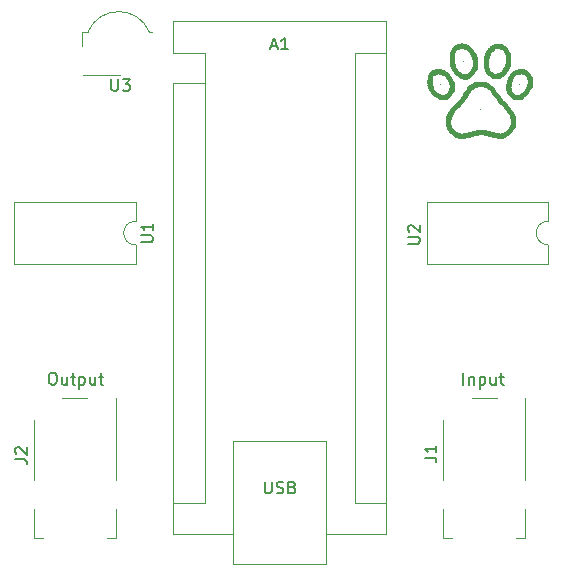
<source format=gto>
%TF.GenerationSoftware,KiCad,Pcbnew,7.0.6*%
%TF.CreationDate,2024-01-21T00:28:06+01:00*%
%TF.ProjectId,ir_remote_control,69725f72-656d-46f7-9465-5f636f6e7472,rev?*%
%TF.SameCoordinates,PX3938700PY55d4a80*%
%TF.FileFunction,Legend,Top*%
%TF.FilePolarity,Positive*%
%FSLAX46Y46*%
G04 Gerber Fmt 4.6, Leading zero omitted, Abs format (unit mm)*
G04 Created by KiCad (PCBNEW 7.0.6) date 2024-01-21 00:28:06*
%MOMM*%
%LPD*%
G01*
G04 APERTURE LIST*
%ADD10C,0.150000*%
%ADD11C,0.020100*%
%ADD12C,0.400000*%
%ADD13C,0.120000*%
G04 APERTURE END LIST*
D10*
X4083255Y14211181D02*
X4273731Y14211181D01*
X4273731Y14211181D02*
X4368969Y14163562D01*
X4368969Y14163562D02*
X4464207Y14068324D01*
X4464207Y14068324D02*
X4511826Y13877848D01*
X4511826Y13877848D02*
X4511826Y13544515D01*
X4511826Y13544515D02*
X4464207Y13354039D01*
X4464207Y13354039D02*
X4368969Y13258800D01*
X4368969Y13258800D02*
X4273731Y13211181D01*
X4273731Y13211181D02*
X4083255Y13211181D01*
X4083255Y13211181D02*
X3988017Y13258800D01*
X3988017Y13258800D02*
X3892779Y13354039D01*
X3892779Y13354039D02*
X3845160Y13544515D01*
X3845160Y13544515D02*
X3845160Y13877848D01*
X3845160Y13877848D02*
X3892779Y14068324D01*
X3892779Y14068324D02*
X3988017Y14163562D01*
X3988017Y14163562D02*
X4083255Y14211181D01*
X5368969Y13877848D02*
X5368969Y13211181D01*
X4940398Y13877848D02*
X4940398Y13354039D01*
X4940398Y13354039D02*
X4988017Y13258800D01*
X4988017Y13258800D02*
X5083255Y13211181D01*
X5083255Y13211181D02*
X5226112Y13211181D01*
X5226112Y13211181D02*
X5321350Y13258800D01*
X5321350Y13258800D02*
X5368969Y13306420D01*
X5702303Y13877848D02*
X6083255Y13877848D01*
X5845160Y14211181D02*
X5845160Y13354039D01*
X5845160Y13354039D02*
X5892779Y13258800D01*
X5892779Y13258800D02*
X5988017Y13211181D01*
X5988017Y13211181D02*
X6083255Y13211181D01*
X6416589Y13877848D02*
X6416589Y12877848D01*
X6416589Y13830229D02*
X6511827Y13877848D01*
X6511827Y13877848D02*
X6702303Y13877848D01*
X6702303Y13877848D02*
X6797541Y13830229D01*
X6797541Y13830229D02*
X6845160Y13782610D01*
X6845160Y13782610D02*
X6892779Y13687372D01*
X6892779Y13687372D02*
X6892779Y13401658D01*
X6892779Y13401658D02*
X6845160Y13306420D01*
X6845160Y13306420D02*
X6797541Y13258800D01*
X6797541Y13258800D02*
X6702303Y13211181D01*
X6702303Y13211181D02*
X6511827Y13211181D01*
X6511827Y13211181D02*
X6416589Y13258800D01*
X7749922Y13877848D02*
X7749922Y13211181D01*
X7321351Y13877848D02*
X7321351Y13354039D01*
X7321351Y13354039D02*
X7368970Y13258800D01*
X7368970Y13258800D02*
X7464208Y13211181D01*
X7464208Y13211181D02*
X7607065Y13211181D01*
X7607065Y13211181D02*
X7702303Y13258800D01*
X7702303Y13258800D02*
X7749922Y13306420D01*
X8083256Y13877848D02*
X8464208Y13877848D01*
X8226113Y14211181D02*
X8226113Y13354039D01*
X8226113Y13354039D02*
X8273732Y13258800D01*
X8273732Y13258800D02*
X8368970Y13211181D01*
X8368970Y13211181D02*
X8464208Y13211181D01*
X38944779Y13211181D02*
X38944779Y14211181D01*
X39420969Y13877848D02*
X39420969Y13211181D01*
X39420969Y13782610D02*
X39468588Y13830229D01*
X39468588Y13830229D02*
X39563826Y13877848D01*
X39563826Y13877848D02*
X39706683Y13877848D01*
X39706683Y13877848D02*
X39801921Y13830229D01*
X39801921Y13830229D02*
X39849540Y13734991D01*
X39849540Y13734991D02*
X39849540Y13211181D01*
X40325731Y13877848D02*
X40325731Y12877848D01*
X40325731Y13830229D02*
X40420969Y13877848D01*
X40420969Y13877848D02*
X40611445Y13877848D01*
X40611445Y13877848D02*
X40706683Y13830229D01*
X40706683Y13830229D02*
X40754302Y13782610D01*
X40754302Y13782610D02*
X40801921Y13687372D01*
X40801921Y13687372D02*
X40801921Y13401658D01*
X40801921Y13401658D02*
X40754302Y13306420D01*
X40754302Y13306420D02*
X40706683Y13258800D01*
X40706683Y13258800D02*
X40611445Y13211181D01*
X40611445Y13211181D02*
X40420969Y13211181D01*
X40420969Y13211181D02*
X40325731Y13258800D01*
X41659064Y13877848D02*
X41659064Y13211181D01*
X41230493Y13877848D02*
X41230493Y13354039D01*
X41230493Y13354039D02*
X41278112Y13258800D01*
X41278112Y13258800D02*
X41373350Y13211181D01*
X41373350Y13211181D02*
X41516207Y13211181D01*
X41516207Y13211181D02*
X41611445Y13258800D01*
X41611445Y13258800D02*
X41659064Y13306420D01*
X41992398Y13877848D02*
X42373350Y13877848D01*
X42135255Y14211181D02*
X42135255Y13354039D01*
X42135255Y13354039D02*
X42182874Y13258800D01*
X42182874Y13258800D02*
X42278112Y13211181D01*
X42278112Y13211181D02*
X42373350Y13211181D01*
D11*
X40407186Y36481003D02*
G75*
G03*
X40407186Y36481003I-10050J0D01*
G01*
X43673672Y38634584D02*
G75*
G03*
X43673672Y38634584I-10050J0D01*
G01*
X41798732Y40604760D02*
G75*
G03*
X41798732Y40604760I-10050J0D01*
G01*
X38949951Y40597666D02*
G75*
G03*
X38949951Y40597666I-10050J0D01*
G01*
X37024557Y38630790D02*
G75*
G03*
X37024557Y38630790I-10050J0D01*
G01*
D12*
X40432008Y38675787D02*
G75*
G03*
X40428487Y38674497I-168J-4990D01*
G01*
X40481088Y38673705D02*
X40432007Y38675752D01*
X40525920Y38671458D02*
X40481088Y38673705D01*
X40555217Y38669063D02*
X40525920Y38671458D01*
X40572102Y38667260D02*
X40555217Y38669063D01*
X40580463Y38666332D02*
X40572102Y38667260D01*
X40585693Y38665691D02*
X40580463Y38666332D01*
X40589645Y38665110D02*
X40585693Y38665691D01*
X40592012Y38664733D02*
X40589645Y38665110D01*
X40595291Y38664232D02*
X40592012Y38664733D01*
X40598844Y38663703D02*
X40595291Y38664232D01*
X40602153Y38663225D02*
X40598844Y38663703D01*
X40605451Y38662739D02*
X40602153Y38663225D01*
X40608970Y38662187D02*
X40605451Y38662739D01*
X40612202Y38661652D02*
X40608970Y38662187D01*
X40614509Y38661234D02*
X40612202Y38661652D01*
X40616762Y38660821D02*
X40614509Y38661234D01*
X40619789Y38660305D02*
X40616762Y38660821D01*
X40623024Y38659778D02*
X40619789Y38660305D01*
X40625985Y38659322D02*
X40623024Y38659778D01*
X40628950Y38658862D02*
X40625985Y38659322D01*
X40632203Y38658323D02*
X40628950Y38658862D01*
X40635253Y38657790D02*
X40632203Y38658323D01*
X40637537Y38657357D02*
X40635253Y38657790D01*
X40639684Y38656929D02*
X40637537Y38657357D01*
X40642264Y38656421D02*
X40639684Y38656929D01*
X40644852Y38655916D02*
X40642264Y38656421D01*
X40647023Y38655496D02*
X40644852Y38655916D01*
X40649200Y38655072D02*
X40647023Y38655496D01*
X40651805Y38654552D02*
X40649200Y38655072D01*
X40654410Y38654022D02*
X40651805Y38654552D01*
X40656587Y38653569D02*
X40654410Y38654022D01*
X40658880Y38653104D02*
X40656587Y38653569D01*
X40661883Y38652535D02*
X40658880Y38653104D01*
X40665052Y38651959D02*
X40661883Y38652535D01*
X40667903Y38651468D02*
X40665052Y38651959D01*
X40670732Y38650926D02*
X40667903Y38651468D01*
X40673830Y38650199D02*
X40670732Y38650926D01*
X40676730Y38649409D02*
X40673830Y38650199D01*
X40678901Y38648681D02*
X40676730Y38649409D01*
X40680613Y38648092D02*
X40678901Y38648681D01*
X40680611Y38648087D02*
G75*
G03*
X40682053Y38647736I3729J12210D01*
G01*
X40682053Y38647735D02*
G75*
G03*
X40683110Y38647608I1487J7862D01*
G01*
X40683104Y38647572D02*
G75*
G03*
X40683363Y38647846I36J225D01*
G01*
X40683624Y38648078D02*
G75*
G03*
X40683363Y38647846I16J-281D01*
G01*
X40684783Y38647917D02*
G75*
G03*
X40683624Y38648083I-2143J-10820D01*
G01*
X40686342Y38647515D02*
G75*
G03*
X40684783Y38647915I-4602J-14718D01*
G01*
X40688195Y38646871D02*
X40686342Y38647514D01*
X40690355Y38646110D02*
X40688195Y38646871D01*
X40692857Y38645344D02*
X40690355Y38646110D01*
X40695305Y38644682D02*
X40692857Y38645344D01*
X40697280Y38644252D02*
X40695305Y38644682D01*
X40699593Y38643755D02*
X40697280Y38644252D01*
X40703437Y38642780D02*
X40699593Y38643755D01*
X40707846Y38641596D02*
X40703437Y38642780D01*
X40712267Y38640339D02*
X40707846Y38641596D01*
X40716641Y38639089D02*
X40712267Y38640339D01*
X40720909Y38637921D02*
X40716641Y38639089D01*
X40724575Y38636962D02*
X40720909Y38637921D01*
X40726612Y38636503D02*
X40724575Y38636962D01*
X40733962Y38634582D02*
G75*
G03*
X40726612Y38636502I-19122J-58185D01*
G01*
X40767030Y38623697D02*
X40733964Y38634587D01*
X40801544Y38612243D02*
X40767030Y38623697D01*
X40804816Y38610614D02*
G75*
G03*
X40801544Y38612243I-7376J-10717D01*
G01*
X40804820Y38610620D02*
G75*
G03*
X40806057Y38609921I4420J6377D01*
G01*
X40808975Y38608672D02*
X40806057Y38609920D01*
X40812489Y38607269D02*
X40808975Y38608672D01*
X40816291Y38605855D02*
X40812489Y38607269D01*
X40822648Y38603514D02*
X40816291Y38605855D01*
X40828171Y38601362D02*
X40822648Y38603514D01*
X40834638Y38598695D02*
X40828171Y38601362D01*
X40844503Y38594499D02*
X40834638Y38598695D01*
X40945706Y38544204D02*
G75*
G03*
X40844503Y38594498I-495066J-869207D01*
G01*
X41044876Y38480937D02*
G75*
G03*
X40945706Y38544204I-679936J-956440D01*
G01*
X41143440Y38403655D02*
G75*
G03*
X41044874Y38480935I-873000J-1011958D01*
G01*
X41242855Y38311287D02*
X41143441Y38403656D01*
X41344411Y38202965D02*
X41242855Y38311287D01*
X41444675Y38082440D02*
X41344411Y38202965D01*
X41563257Y37925397D02*
X41444675Y38082440D01*
X41726727Y37696312D02*
X41563257Y37925397D01*
X41841504Y37534359D02*
X41726727Y37696312D01*
X41930031Y37412687D02*
X41841504Y37534359D01*
X42005713Y37312829D02*
X41930031Y37412687D01*
X42079309Y37220404D02*
X42005713Y37312829D01*
X42165557Y37118727D02*
X42079309Y37220404D01*
X42251633Y37024866D02*
X42165557Y37118727D01*
X42338150Y36938163D02*
X42251633Y37024866D01*
X42425725Y36857981D02*
X42338150Y36938163D01*
X42549484Y36743985D02*
X42425725Y36857981D01*
X42657722Y36631578D02*
X42549484Y36743985D01*
X42754280Y36516562D02*
X42657722Y36631578D01*
X42842915Y36394767D02*
X42754280Y36516562D01*
X42910108Y36288231D02*
X42842915Y36394767D01*
X42970920Y36176797D02*
X42910108Y36288231D01*
X43023608Y36063891D02*
X42970920Y36176797D01*
X43066431Y35952949D02*
X43023608Y36063891D01*
X43074212Y35929782D02*
X43066431Y35952949D01*
X43084107Y35899180D02*
X43074212Y35929782D01*
X43093800Y35868652D02*
X43084107Y35899180D01*
X43096068Y35860179D02*
G75*
G03*
X43093800Y35868652I-96428J-21282D01*
G01*
X43096458Y35858553D02*
X43096068Y35860179D01*
X43097232Y35855621D02*
X43096458Y35858553D01*
X43098159Y35852206D02*
X43097232Y35855621D01*
X43099138Y35848703D02*
X43098159Y35852206D01*
X43100103Y35845270D02*
X43099138Y35848703D01*
X43100987Y35842068D02*
X43100103Y35845270D01*
X43101719Y35839375D02*
X43100987Y35842068D01*
X43102014Y35838191D02*
X43101719Y35839375D01*
X43102359Y35836766D02*
X43102014Y35838191D01*
X43104402Y35828694D02*
X43102359Y35836766D01*
X43106782Y35819312D02*
X43104402Y35828694D01*
X43109522Y35808545D02*
X43106782Y35819312D01*
X43112291Y35797575D02*
X43109522Y35808545D01*
X43114764Y35787554D02*
X43112291Y35797575D01*
X43116792Y35779144D02*
X43114764Y35787554D01*
X43117441Y35776031D02*
X43116792Y35779144D01*
X43117837Y35773966D02*
X43117441Y35776031D01*
X43118325Y35771715D02*
X43117837Y35773966D01*
X43118826Y35769614D02*
X43118325Y35771715D01*
X43119254Y35768055D02*
X43118826Y35769614D01*
X43119966Y35765454D02*
X43119254Y35768055D01*
X43120710Y35762246D02*
X43119966Y35765454D01*
X43121625Y35757839D02*
X43120710Y35762246D01*
X43122924Y35751166D02*
X43121625Y35757839D01*
X43123347Y35748990D02*
X43122924Y35751166D01*
X43123864Y35746385D02*
X43123347Y35748990D01*
X43124389Y35743780D02*
X43123864Y35746385D01*
X43124837Y35741603D02*
X43124389Y35743780D01*
X43125284Y35739427D02*
X43124837Y35741603D01*
X43125809Y35736822D02*
X43125284Y35739427D01*
X43126326Y35734217D02*
X43125809Y35736822D01*
X43126749Y35732040D02*
X43126326Y35734217D01*
X43127172Y35729863D02*
X43126749Y35732040D01*
X43127689Y35727259D02*
X43127172Y35729863D01*
X43128214Y35724654D02*
X43127689Y35727259D01*
X43128662Y35722477D02*
X43128214Y35724654D01*
X43129515Y35718206D02*
X43128662Y35722477D01*
X43130485Y35713004D02*
X43129515Y35718206D01*
X43131519Y35707173D02*
X43130485Y35713004D01*
X43132572Y35700960D02*
X43131519Y35707173D01*
X43132974Y35698533D02*
X43132572Y35700960D01*
X43133468Y35695560D02*
X43132974Y35698533D01*
X43133970Y35692541D02*
X43133468Y35695560D01*
X43134400Y35689962D02*
X43133970Y35692541D01*
X43134835Y35687350D02*
X43134400Y35689962D01*
X43135356Y35684224D02*
X43134835Y35687350D01*
X43135877Y35681099D02*
X43135356Y35684224D01*
X43136313Y35678487D02*
X43135877Y35681099D01*
X43137571Y35670842D02*
X43136313Y35678487D01*
X43138495Y35665006D02*
X43137571Y35670842D01*
X43139292Y35659654D02*
X43138495Y35665006D01*
X43140138Y35653622D02*
X43139292Y35659654D01*
X43140642Y35649977D02*
X43140138Y35653622D01*
X43141182Y35646139D02*
X43140642Y35649977D01*
X43141680Y35642654D02*
X43141182Y35646139D01*
X43142037Y35640234D02*
X43141680Y35642654D01*
X43143472Y35629957D02*
X43142037Y35640234D01*
X43144935Y35617878D02*
X43143472Y35629957D01*
X43146395Y35604326D02*
X43144935Y35617878D01*
X43147821Y35589549D02*
X43146395Y35604326D01*
X43148340Y35583932D02*
X43147821Y35589549D01*
X43148889Y35578127D02*
X43148340Y35583932D01*
X43149390Y35572930D02*
X43148889Y35578127D01*
X43149737Y35569467D02*
X43149390Y35572930D01*
X43152749Y35522693D02*
X43149737Y35569467D01*
X43153653Y35453731D02*
X43152749Y35522693D01*
X43152803Y35384622D02*
X43153653Y35453731D01*
X43149838Y35337082D02*
X43152803Y35384622D01*
X43149531Y35333928D02*
X43149838Y35337082D01*
X43149028Y35328594D02*
X43149531Y35333928D01*
X43148455Y35322446D02*
X43149028Y35328594D01*
X43147885Y35316245D02*
X43148455Y35322446D01*
X43147315Y35310238D02*
X43147885Y35316245D01*
X43146742Y35304679D02*
X43147315Y35310238D01*
X43146225Y35300019D02*
X43146742Y35304679D01*
X43145931Y35298075D02*
X43146225Y35300019D01*
X43145637Y35296270D02*
X43145931Y35298075D01*
X43145161Y35292740D02*
X43145637Y35296270D01*
X43144632Y35288578D02*
X43145161Y35292740D01*
X43144114Y35284226D02*
X43144632Y35288578D01*
X43143589Y35279838D02*
X43144114Y35284226D01*
X43143038Y35275567D02*
X43143589Y35279838D01*
X43142532Y35271907D02*
X43143038Y35275567D01*
X43142195Y35269882D02*
X43142532Y35271907D01*
X43141859Y35267958D02*
X43142195Y35269882D01*
X43141373Y35264834D02*
X43141859Y35267958D01*
X43140845Y35261264D02*
X43141373Y35264834D01*
X43140347Y35257708D02*
X43140845Y35261264D01*
X43139831Y35254068D02*
X43140347Y35257708D01*
X43139249Y35250247D02*
X43139831Y35254068D01*
X43138688Y35246786D02*
X43139249Y35250247D01*
X43138255Y35244396D02*
X43138688Y35246786D01*
X43137830Y35242112D02*
X43138255Y35244396D01*
X43137304Y35239062D02*
X43137830Y35242112D01*
X43136771Y35235809D02*
X43137304Y35239062D01*
X43136313Y35232844D02*
X43136771Y35235809D01*
X43135852Y35229878D02*
X43136313Y35232844D01*
X43135310Y35226625D02*
X43135852Y35229878D01*
X43134772Y35223575D02*
X43135310Y35226625D01*
X43134333Y35221291D02*
X43134772Y35223575D01*
X43133893Y35219017D02*
X43134333Y35221291D01*
X43133352Y35216002D02*
X43133893Y35219017D01*
X43132807Y35212799D02*
X43133352Y35216002D01*
X43132341Y35209892D02*
X43132807Y35212799D01*
X43131878Y35207095D02*
X43132341Y35209892D01*
X43131340Y35204226D02*
X43131878Y35207095D01*
X43130808Y35201675D02*
X43131340Y35204226D01*
X43130383Y35200003D02*
X43130808Y35201675D01*
X43129579Y35196935D02*
X43130383Y35200003D01*
X43128703Y35192985D02*
X43129579Y35196935D01*
X43127740Y35188116D02*
X43128703Y35192985D01*
X43126661Y35182159D02*
X43127740Y35188116D01*
X43126205Y35179728D02*
X43126661Y35182159D01*
X43125667Y35177168D02*
X43126205Y35179728D01*
X43125128Y35174844D02*
X43125667Y35177168D01*
X43124688Y35173227D02*
X43125128Y35174844D01*
X43124267Y35171743D02*
X43124688Y35173227D01*
X43123799Y35169906D02*
X43124267Y35171743D01*
X43123359Y35168027D02*
X43123799Y35169906D01*
X43123022Y35166407D02*
X43123359Y35168027D01*
X43116256Y35137409D02*
X43123022Y35166407D01*
X43103961Y35094737D02*
X43116256Y35137409D01*
X43089798Y35049852D02*
X43103961Y35094737D01*
X43076437Y35011935D02*
X43089798Y35049852D01*
X42966873Y34795072D02*
G75*
G03*
X43076436Y35011935I-939433J610725D01*
G01*
X42811104Y34601800D02*
G75*
G03*
X42966877Y34795069I-866864J858097D01*
G01*
X42622649Y34447308D02*
G75*
G03*
X42811107Y34601797I-647109J981589D01*
G01*
X42416410Y34345179D02*
G75*
G03*
X42622647Y34447312I-310070J885418D01*
G01*
X42394562Y34337849D02*
X42416414Y34345169D01*
X42366121Y34328952D02*
X42394562Y34337849D01*
X42338696Y34320713D02*
X42366121Y34328952D01*
X42326313Y34317619D02*
X42338696Y34320713D01*
X42324345Y34317196D02*
X42326313Y34317619D01*
X42317826Y34315733D02*
X42324345Y34317196D01*
X42310084Y34313986D02*
X42317826Y34315733D01*
X42301449Y34312026D02*
X42310084Y34313986D01*
X42292642Y34310045D02*
X42301449Y34312026D01*
X42284370Y34308228D02*
X42292642Y34310045D01*
X42277399Y34306735D02*
X42284370Y34308228D01*
X42274194Y34306120D02*
X42277399Y34306735D01*
X42267751Y34305002D02*
X42274194Y34306120D01*
X42262304Y34304030D02*
X42267751Y34305002D01*
X42257665Y34303171D02*
X42262304Y34304030D01*
X42253710Y34302401D02*
X42257665Y34303171D01*
X42251372Y34301963D02*
X42253710Y34302401D01*
X42248117Y34301412D02*
X42251372Y34301963D01*
X42244581Y34300848D02*
X42248117Y34301412D01*
X42241278Y34300358D02*
X42244581Y34300848D01*
X42237935Y34299875D02*
X42241278Y34300358D01*
X42234276Y34299333D02*
X42237935Y34299875D01*
X42230848Y34298814D02*
X42234276Y34299333D01*
X42228291Y34298413D02*
X42230848Y34298814D01*
X42219415Y34297004D02*
X42228291Y34298413D01*
X42213770Y34296164D02*
X42219415Y34297004D01*
X42208665Y34295490D02*
X42213770Y34296164D01*
X42201992Y34294698D02*
X42208665Y34295490D01*
X42197614Y34294183D02*
X42201992Y34294698D01*
X42193158Y34293630D02*
X42197614Y34294183D01*
X42189218Y34293116D02*
X42193158Y34293630D01*
X42186691Y34292752D02*
X42189218Y34293116D01*
X42183981Y34292392D02*
X42186691Y34292752D01*
X42179101Y34291876D02*
X42183981Y34292392D01*
X42173408Y34291325D02*
X42179101Y34291876D01*
X42167565Y34290812D02*
X42173408Y34291325D01*
X42161582Y34290303D02*
X42167565Y34290812D01*
X42155468Y34289764D02*
X42161582Y34290303D01*
X42150042Y34289268D02*
X42155468Y34289764D01*
X42146526Y34288923D02*
X42150042Y34289268D01*
X42108184Y34286453D02*
X42146526Y34288923D01*
X42051633Y34285718D02*
X42108184Y34286453D01*
X41992936Y34286470D02*
X42051633Y34285718D01*
X41945700Y34288866D02*
X41992936Y34286470D01*
X41928523Y34290219D02*
X41945700Y34288866D01*
X41912936Y34291563D02*
X41928523Y34290219D01*
X41897590Y34293018D02*
X41912936Y34291563D01*
X41881149Y34294707D02*
X41897590Y34293018D01*
X41876915Y34295151D02*
X41881149Y34294707D01*
X41871642Y34295694D02*
X41876915Y34295151D01*
X41866233Y34296243D02*
X41871642Y34295694D01*
X41861544Y34296712D02*
X41866233Y34296243D01*
X41857166Y34297165D02*
X41861544Y34296712D01*
X41852710Y34297667D02*
X41857166Y34297165D01*
X41848770Y34298147D02*
X41852710Y34297667D01*
X41846243Y34298505D02*
X41848770Y34298147D01*
X41843851Y34298867D02*
X41846243Y34298505D01*
X41840478Y34299351D02*
X41843851Y34298867D01*
X41836795Y34299862D02*
X41840478Y34299351D01*
X41833333Y34300325D02*
X41836795Y34299862D01*
X41822687Y34301738D02*
X41833333Y34300325D01*
X41815475Y34302738D02*
X41822687Y34301738D01*
X41810336Y34303507D02*
X41815475Y34302738D01*
X41806770Y34304128D02*
X41810336Y34303507D01*
X41804615Y34304502D02*
X41806770Y34304128D01*
X41801010Y34305042D02*
X41804615Y34304502D01*
X41796862Y34305625D02*
X41801010Y34305042D01*
X41792689Y34306174D02*
X41796862Y34305625D01*
X41788517Y34306723D02*
X41792689Y34306174D01*
X41784369Y34307306D02*
X41788517Y34306723D01*
X41780764Y34307846D02*
X41784369Y34307306D01*
X41778609Y34308220D02*
X41780764Y34307846D01*
X41776630Y34308581D02*
X41778609Y34308220D01*
X41773817Y34309055D02*
X41776630Y34308581D01*
X41770735Y34309553D02*
X41773817Y34309055D01*
X41767825Y34309999D02*
X41770735Y34309553D01*
X41764865Y34310455D02*
X41767825Y34309999D01*
X41761630Y34310982D02*
X41764865Y34310455D01*
X41758603Y34311498D02*
X41761630Y34310982D01*
X41756349Y34311912D02*
X41758603Y34311498D01*
X41754096Y34312325D02*
X41756349Y34311912D01*
X41751069Y34312841D02*
X41754096Y34312325D01*
X41747834Y34313368D02*
X41751069Y34312841D01*
X41744874Y34313824D02*
X41747834Y34313368D01*
X41741908Y34314284D02*
X41744874Y34313824D01*
X41738656Y34314823D02*
X41741908Y34314284D01*
X41735605Y34315356D02*
X41738656Y34314823D01*
X41733321Y34315789D02*
X41735605Y34315356D01*
X41731174Y34316212D02*
X41733321Y34315789D01*
X41728594Y34316706D02*
X41731174Y34316212D01*
X41726006Y34317191D02*
X41728594Y34316706D01*
X41723835Y34317585D02*
X41726006Y34317191D01*
X41721593Y34317985D02*
X41723835Y34317585D01*
X41718772Y34318487D02*
X41721593Y34317985D01*
X41715860Y34319005D02*
X41718772Y34318487D01*
X41713315Y34319458D02*
X41715860Y34319005D01*
X41710770Y34319923D02*
X41713315Y34319458D01*
X41707858Y34320476D02*
X41710770Y34319923D01*
X41705037Y34321030D02*
X41707858Y34320476D01*
X41702796Y34321490D02*
X41705037Y34321030D01*
X41700492Y34321950D02*
X41702796Y34321490D01*
X41697452Y34322507D02*
X41700492Y34321950D01*
X41694233Y34323064D02*
X41697452Y34322507D01*
X41691320Y34323534D02*
X41694233Y34323064D01*
X41688547Y34323986D02*
X41691320Y34323534D01*
X41685749Y34324491D02*
X41688547Y34323986D01*
X41683294Y34324977D02*
X41685749Y34324491D01*
X41681757Y34325343D02*
X41683294Y34324977D01*
X41680220Y34325714D02*
X41681757Y34325343D01*
X41677764Y34326217D02*
X41680220Y34325714D01*
X41674967Y34326747D02*
X41677764Y34326217D01*
X41672194Y34327228D02*
X41674967Y34326747D01*
X41669147Y34327778D02*
X41672194Y34327228D01*
X41665499Y34328522D02*
X41669147Y34327778D01*
X41661853Y34329329D02*
X41665499Y34328522D01*
X41658805Y34330075D02*
X41661853Y34329329D01*
X41653618Y34331344D02*
X41658805Y34330075D01*
X41648289Y34332490D02*
X41653618Y34331344D01*
X41642043Y34333675D02*
X41648289Y34332490D01*
X41633941Y34335076D02*
X41642043Y34333675D01*
X41631289Y34335560D02*
X41633941Y34335076D01*
X41628857Y34336086D02*
X41631289Y34335560D01*
X41626844Y34336593D02*
X41628857Y34336086D01*
X41626040Y34336946D02*
G75*
G03*
X41626844Y34336593I1600J2551D01*
G01*
X41626030Y34336930D02*
G75*
G03*
X41625213Y34337286I-1590J-2533D01*
G01*
X41623054Y34337802D02*
X41625213Y34337287D01*
X41620447Y34338338D02*
X41623054Y34337802D01*
X41617588Y34338832D02*
X41620447Y34338338D01*
X41614490Y34339397D02*
X41617588Y34338832D01*
X41611166Y34340143D02*
X41614490Y34339397D01*
X41608103Y34340947D02*
X41611166Y34340143D01*
X41605890Y34341680D02*
G75*
G03*
X41608103Y34340947I9550J25117D01*
G01*
X41604177Y34342274D02*
X41605889Y34341679D01*
X41604177Y34342275D02*
G75*
G03*
X41602737Y34342649I-4337J-13778D01*
G01*
X41602736Y34342646D02*
G75*
G03*
X41601662Y34342813I-2196J-10549D01*
G01*
X41601662Y34342810D02*
G75*
G03*
X41601426Y34342600I-22J-213D01*
G01*
X41601184Y34342420D02*
G75*
G03*
X41601426Y34342600I56J177D01*
G01*
X41599600Y34342584D02*
X41601168Y34342368D01*
X41597594Y34342996D02*
X41599600Y34342584D01*
X41595210Y34343635D02*
X41597594Y34342996D01*
X41592413Y34344400D02*
X41595210Y34343635D01*
X41589135Y34345205D02*
X41592413Y34344400D01*
X41585901Y34345928D02*
X41589135Y34345205D01*
X41583256Y34346439D02*
X41585901Y34345928D01*
X41580825Y34346890D02*
X41583256Y34346439D01*
X41578266Y34347425D02*
X41580825Y34346890D01*
X41575942Y34347961D02*
X41578266Y34347425D01*
X41574324Y34348401D02*
X41575942Y34347961D01*
X41572817Y34348834D02*
X41574324Y34348401D01*
X41570900Y34349342D02*
X41572817Y34348834D01*
X41568908Y34349839D02*
X41570900Y34349342D01*
X41567152Y34350245D02*
X41568908Y34349839D01*
X41565385Y34350638D02*
X41567152Y34350245D01*
X41563359Y34351098D02*
X41565385Y34350638D01*
X41561393Y34351550D02*
X41563359Y34351098D01*
X41559827Y34351918D02*
X41561393Y34351550D01*
X41551058Y34353988D02*
X41559827Y34351918D01*
X41543218Y34355798D02*
X41551058Y34353988D01*
X41536790Y34357243D02*
X41543218Y34355798D01*
X41533100Y34358008D02*
X41536790Y34357243D01*
X41531125Y34358453D02*
X41533100Y34358008D01*
X41528676Y34359127D02*
X41531125Y34358453D01*
X41526174Y34359902D02*
X41528676Y34359127D01*
X41524015Y34360665D02*
X41526174Y34359902D01*
X41522161Y34361308D02*
X41524015Y34360665D01*
X41522160Y34361305D02*
G75*
G03*
X41520602Y34361709I-4620J-14608D01*
G01*
X41520602Y34361708D02*
G75*
G03*
X41519443Y34361878I-2162J-10711D01*
G01*
X41519443Y34361857D02*
G75*
G03*
X41519184Y34361640I-3J-260D01*
G01*
X41518919Y34361352D02*
G75*
G03*
X41519182Y34361640I21J245D01*
G01*
X41517764Y34361573D02*
G75*
G03*
X41518923Y34361402I2176J10724D01*
G01*
X41516204Y34361970D02*
G75*
G03*
X41517764Y34361572I4536J14527D01*
G01*
X41514352Y34362615D02*
X41516205Y34361972D01*
X41512192Y34363384D02*
X41514352Y34362615D01*
X41509690Y34364173D02*
X41512192Y34363384D01*
X41507242Y34364869D02*
X41509690Y34364173D01*
X41505267Y34365339D02*
X41507242Y34364869D01*
X41499592Y34366552D02*
X41505267Y34365339D01*
X41495087Y34367584D02*
X41499592Y34366552D01*
X41490547Y34368718D02*
X41495087Y34367584D01*
X41484748Y34370255D02*
X41490547Y34368718D01*
X41481144Y34371200D02*
X41484748Y34370255D01*
X41477426Y34372122D02*
X41481144Y34371200D01*
X41474100Y34372901D02*
X41477426Y34372122D01*
X41471895Y34373352D02*
X41474100Y34372901D01*
X41469921Y34373781D02*
X41471895Y34373352D01*
X41467472Y34374440D02*
X41469921Y34373781D01*
X41464970Y34375206D02*
X41467472Y34374440D01*
X41462810Y34375966D02*
X41464970Y34375206D01*
X41460957Y34376609D02*
X41462810Y34375966D01*
X41460956Y34376606D02*
G75*
G03*
X41459398Y34377010I-4616J-14609D01*
G01*
X41459398Y34377009D02*
G75*
G03*
X41458239Y34377178I-2158J-10712D01*
G01*
X41458239Y34377161D02*
G75*
G03*
X41457980Y34376941I1J-264D01*
G01*
X41457714Y34376655D02*
G75*
G03*
X41457979Y34376941I26J242D01*
G01*
X41456561Y34376875D02*
G75*
G03*
X41457719Y34376704I2179J10722D01*
G01*
X41455002Y34377278D02*
G75*
G03*
X41456560Y34376873I4538J14219D01*
G01*
X41453147Y34377917D02*
X41455001Y34377274D01*
X41450988Y34378680D02*
X41453147Y34377917D01*
X41448486Y34379457D02*
X41450988Y34378680D01*
X41446037Y34380133D02*
X41448486Y34379457D01*
X41444062Y34380580D02*
X41446037Y34380133D01*
X41441714Y34381092D02*
X41444062Y34380580D01*
X41437687Y34382086D02*
X41441714Y34381092D01*
X41433039Y34383284D02*
X41437687Y34382086D01*
X41428333Y34384546D02*
X41433039Y34383284D01*
X41423729Y34385797D02*
X41428333Y34384546D01*
X41419386Y34386961D02*
X41423729Y34385797D01*
X41415720Y34387929D02*
X41419386Y34386961D01*
X41413988Y34388359D02*
X41415720Y34387929D01*
X41412160Y34388813D02*
X41413988Y34388359D01*
X41407608Y34390009D02*
X41412160Y34388813D01*
X41402183Y34391449D02*
X41407608Y34390009D01*
X41396297Y34393028D02*
X41402183Y34391449D01*
X41389549Y34394843D02*
X41396297Y34393028D01*
X41381474Y34397007D02*
X41389549Y34394843D01*
X41373399Y34399164D02*
X41381474Y34397007D01*
X41366651Y34400961D02*
X41373399Y34399164D01*
X41360260Y34402674D02*
X41366651Y34400961D01*
X41353310Y34404569D02*
X41360260Y34402674D01*
X41346833Y34406360D02*
X41353310Y34404569D01*
X41342051Y34407714D02*
X41346833Y34406360D01*
X41338027Y34408846D02*
X41342051Y34407714D01*
X41334025Y34409919D02*
X41338027Y34408846D01*
X41330540Y34410806D02*
X41334025Y34409919D01*
X41328458Y34411265D02*
X41330540Y34410806D01*
X41326232Y34411764D02*
X41328458Y34411265D01*
X41321891Y34412898D02*
X41326232Y34411764D01*
X41316786Y34414286D02*
X41321891Y34412898D01*
X41311458Y34415792D02*
X41316786Y34414286D01*
X41303321Y34418102D02*
X41311458Y34415792D01*
X41296278Y34420036D02*
X41303321Y34418102D01*
X41290166Y34421639D02*
X41296278Y34420036D01*
X41284886Y34422937D02*
X41290166Y34421639D01*
X41283542Y34423285D02*
X41284886Y34422937D01*
X41278421Y34424737D02*
X41283542Y34423285D01*
X41272373Y34426466D02*
X41278421Y34424737D01*
X41265563Y34428431D02*
X41272373Y34426466D01*
X41258631Y34430415D02*
X41265563Y34428431D01*
X41252202Y34432203D02*
X41258631Y34430415D01*
X41246798Y34433663D02*
X41252202Y34432203D01*
X41244524Y34434189D02*
X41246798Y34433663D01*
X41242251Y34434714D02*
X41244524Y34434189D01*
X41236847Y34436169D02*
X41242251Y34434714D01*
X41230418Y34437950D02*
X41236847Y34436169D01*
X41223486Y34439926D02*
X41230418Y34437950D01*
X41216553Y34441903D02*
X41223486Y34439926D01*
X41210124Y34443684D02*
X41216553Y34441903D01*
X41204720Y34445139D02*
X41210124Y34443684D01*
X41202447Y34445664D02*
X41204720Y34445139D01*
X41200173Y34446189D02*
X41202447Y34445664D01*
X41194769Y34447644D02*
X41200173Y34446189D01*
X41188340Y34449426D02*
X41194769Y34447644D01*
X41181408Y34451402D02*
X41188340Y34449426D01*
X41174475Y34453378D02*
X41181408Y34451402D01*
X41168046Y34455157D02*
X41174475Y34453378D01*
X41162642Y34456609D02*
X41168046Y34455157D01*
X41160369Y34457130D02*
X41162642Y34456609D01*
X41158324Y34457588D02*
X41160369Y34457130D01*
X41154653Y34458545D02*
X41158324Y34457588D01*
X41150381Y34459711D02*
X41154653Y34458545D01*
X41146006Y34460959D02*
X41150381Y34459711D01*
X41141632Y34462207D02*
X41146006Y34460959D01*
X41137364Y34463372D02*
X41141632Y34462207D01*
X41133698Y34464327D02*
X41137364Y34463372D01*
X41131661Y34464784D02*
X41133698Y34464327D01*
X41129624Y34465241D02*
X41131661Y34464784D01*
X41125958Y34466196D02*
X41129624Y34465241D01*
X41121691Y34467361D02*
X41125958Y34466196D01*
X41117316Y34468609D02*
X41121691Y34467361D01*
X41112942Y34469857D02*
X41117316Y34468609D01*
X41108675Y34471022D02*
X41112942Y34469857D01*
X41105009Y34471978D02*
X41108675Y34471022D01*
X41102972Y34472434D02*
X41105009Y34471978D01*
X41100935Y34472891D02*
X41102972Y34472434D01*
X41097268Y34473847D02*
X41100935Y34472891D01*
X41093001Y34475012D02*
X41097268Y34473847D01*
X41088627Y34476260D02*
X41093001Y34475012D01*
X41084253Y34477511D02*
X41088627Y34476260D01*
X41079986Y34478686D02*
X41084253Y34477511D01*
X41076320Y34479657D02*
X41079986Y34478686D01*
X41074282Y34480132D02*
X41076320Y34479657D01*
X41071823Y34480697D02*
X41074282Y34480132D01*
X41063866Y34482719D02*
X41071823Y34480697D01*
X41054415Y34485150D02*
X41063866Y34482719D01*
X41043894Y34487891D02*
X41054415Y34485150D01*
X41033382Y34490628D02*
X41043894Y34487891D01*
X41023955Y34493051D02*
X41033382Y34490628D01*
X41016013Y34495066D02*
X41023955Y34493051D01*
X41013618Y34495611D02*
X41016013Y34495066D01*
X41012023Y34495963D02*
X41013618Y34495611D01*
X41010112Y34496440D02*
X41012023Y34495963D01*
X41008199Y34496958D02*
X41010112Y34496440D01*
X41006598Y34497437D02*
X41008199Y34496958D01*
X41004964Y34497928D02*
X41006598Y34497437D01*
X41002944Y34498483D02*
X41004964Y34497928D01*
X41000879Y34499014D02*
X41002944Y34498483D01*
X40999100Y34499430D02*
X41000879Y34499014D01*
X40994070Y34500558D02*
X40999100Y34499430D01*
X40989234Y34501683D02*
X40994070Y34500558D01*
X40982761Y34503236D02*
X40989234Y34501683D01*
X40971214Y34506044D02*
X40982761Y34503236D01*
X40964412Y34507697D02*
X40971214Y34506044D01*
X40958214Y34509191D02*
X40964412Y34507697D01*
X40953016Y34510436D02*
X40958214Y34509191D01*
X40951132Y34510867D02*
X40953016Y34510436D01*
X40949340Y34511273D02*
X40951132Y34510867D01*
X40945173Y34512250D02*
X40949340Y34511273D01*
X40940211Y34513421D02*
X40945173Y34512250D01*
X40934874Y34514691D02*
X40940211Y34513421D01*
X40929398Y34515976D02*
X40934874Y34514691D01*
X40924014Y34517197D02*
X40929398Y34515976D01*
X40919368Y34518212D02*
X40924014Y34517197D01*
X40916704Y34518734D02*
X40919368Y34518212D01*
X40914640Y34519129D02*
X40916704Y34518734D01*
X40912389Y34519616D02*
X40914640Y34519129D01*
X40910288Y34520116D02*
X40912389Y34519616D01*
X40908729Y34520544D02*
X40910288Y34520116D01*
X40907221Y34520975D02*
X40908729Y34520544D01*
X40905304Y34521480D02*
X40907221Y34520975D01*
X40903312Y34521976D02*
X40905304Y34521480D01*
X40901556Y34522382D02*
X40903312Y34521976D01*
X40899723Y34522787D02*
X40901556Y34522382D01*
X40897483Y34523286D02*
X40899723Y34522787D01*
X40895211Y34523794D02*
X40897483Y34523286D01*
X40893275Y34524230D02*
X40895211Y34523794D01*
X40891349Y34524663D02*
X40893275Y34524230D01*
X40889112Y34525164D02*
X40891349Y34524663D01*
X40886920Y34525652D02*
X40889112Y34525164D01*
X40885146Y34526044D02*
X40886920Y34525652D01*
X40883340Y34526443D02*
X40885146Y34526044D01*
X40881040Y34526955D02*
X40883340Y34526443D01*
X40878649Y34527488D02*
X40881040Y34526955D01*
X40876539Y34527961D02*
X40878649Y34527488D01*
X40874298Y34528444D02*
X40876539Y34527961D01*
X40871477Y34529015D02*
X40874298Y34528444D01*
X40868565Y34529577D02*
X40871477Y34529015D01*
X40866020Y34530040D02*
X40868565Y34529577D01*
X40863589Y34530496D02*
X40866020Y34530040D01*
X40861029Y34531034D02*
X40863589Y34530496D01*
X40858705Y34531573D02*
X40861029Y34531034D01*
X40857087Y34532013D02*
X40858705Y34531573D01*
X40854491Y34532728D02*
X40857087Y34532013D01*
X40851294Y34533472D02*
X40854491Y34532728D01*
X40846893Y34534386D02*
X40851294Y34533472D01*
X40840199Y34535690D02*
X40846893Y34534386D01*
X40838022Y34536113D02*
X40840199Y34535690D01*
X40835418Y34536630D02*
X40838022Y34536113D01*
X40832813Y34537155D02*
X40835418Y34536630D01*
X40830636Y34537602D02*
X40832813Y34537155D01*
X40828459Y34538050D02*
X40830636Y34537602D01*
X40825854Y34538575D02*
X40828459Y34538050D01*
X40823250Y34539092D02*
X40825854Y34538575D01*
X40821073Y34539515D02*
X40823250Y34539092D01*
X40818896Y34539938D02*
X40821073Y34539515D01*
X40816291Y34540455D02*
X40818896Y34539938D01*
X40813686Y34540980D02*
X40816291Y34540455D01*
X40811510Y34541427D02*
X40813686Y34540980D01*
X40809333Y34541871D02*
X40811510Y34541427D01*
X40806728Y34542381D02*
X40809333Y34541871D01*
X40804123Y34542877D02*
X40806728Y34542381D01*
X40801947Y34543276D02*
X40804123Y34542877D01*
X40799705Y34543675D02*
X40801947Y34543276D01*
X40796884Y34544177D02*
X40799705Y34543675D01*
X40793972Y34544696D02*
X40796884Y34544177D01*
X40791427Y34545149D02*
X40793972Y34544696D01*
X40788882Y34545612D02*
X40791427Y34545149D01*
X40785970Y34546162D02*
X40788882Y34545612D01*
X40783149Y34546711D02*
X40785970Y34546162D01*
X40780908Y34547165D02*
X40783149Y34546711D01*
X40776716Y34548005D02*
X40780908Y34547165D01*
X40771841Y34548917D02*
X40776716Y34548005D01*
X40766367Y34549887D02*
X40771841Y34548917D01*
X40760347Y34550906D02*
X40766367Y34549887D01*
X40757856Y34551320D02*
X40760347Y34550906D01*
X40754666Y34551853D02*
X40757856Y34551320D01*
X40751340Y34552409D02*
X40754666Y34551853D01*
X40748393Y34552903D02*
X40751340Y34552409D01*
X40745446Y34553398D02*
X40748393Y34552903D01*
X40742120Y34553954D02*
X40745446Y34553398D01*
X40738930Y34554486D02*
X40742120Y34553954D01*
X40736439Y34554900D02*
X40738930Y34554486D01*
X40731174Y34555774D02*
X40736439Y34554900D01*
X40725420Y34556732D02*
X40731174Y34555774D01*
X40719438Y34557730D02*
X40725420Y34556732D01*
X40713487Y34558725D02*
X40719438Y34557730D01*
X40706817Y34559818D02*
X40713487Y34558725D01*
X40701214Y34560680D02*
X40706817Y34559818D01*
X40695648Y34561468D02*
X40701214Y34560680D01*
X40689101Y34562330D02*
X40695648Y34561468D01*
X40685526Y34562804D02*
X40689101Y34562330D01*
X40681899Y34563322D02*
X40685526Y34562804D01*
X40678701Y34563809D02*
X40681899Y34563322D01*
X40676669Y34564164D02*
X40678701Y34563809D01*
X40672634Y34564821D02*
X40676669Y34564164D01*
X40663577Y34566003D02*
X40672634Y34564821D01*
X40653751Y34567209D02*
X40663577Y34566003D01*
X40645111Y34568177D02*
X40653751Y34567209D01*
X40642490Y34568461D02*
X40645111Y34568177D01*
X40638082Y34568955D02*
X40642490Y34568461D01*
X40633007Y34569530D02*
X40638082Y34568955D01*
X40627897Y34570117D02*
X40633007Y34569530D01*
X40612615Y34571819D02*
X40627897Y34570117D01*
X40596429Y34573499D02*
X40612615Y34571819D01*
X40581516Y34574942D02*
X40596429Y34573499D01*
X40570518Y34575874D02*
X40581516Y34574942D01*
X40566648Y34576167D02*
X40570518Y34575874D01*
X40559329Y34576717D02*
X40566648Y34576167D01*
X40550741Y34577361D02*
X40559329Y34576717D01*
X40541829Y34578028D02*
X40550741Y34577361D01*
X40510713Y34579314D02*
X40541829Y34578028D01*
X40441051Y34579602D02*
X40510713Y34579314D01*
X40371600Y34579318D02*
X40441051Y34579602D01*
X40335265Y34578080D02*
X40371600Y34579318D01*
X40310974Y34576559D02*
X40335265Y34578080D01*
X40290547Y34575126D02*
X40310974Y34576559D01*
X40272232Y34573655D02*
X40290547Y34575126D01*
X40254441Y34572026D02*
X40272232Y34573655D01*
X40250525Y34571649D02*
X40254441Y34572026D01*
X40245340Y34571160D02*
X40250525Y34571649D01*
X40239839Y34570646D02*
X40245340Y34571160D01*
X40234851Y34570187D02*
X40239839Y34570646D01*
X40229967Y34569718D02*
X40234851Y34570187D01*
X40224780Y34569175D02*
X40229967Y34569718D01*
X40220036Y34568641D02*
X40224780Y34569175D01*
X40216681Y34568214D02*
X40220036Y34568641D01*
X40213462Y34567795D02*
X40216681Y34568214D01*
X40209225Y34567293D02*
X40213462Y34567795D01*
X40204744Y34566793D02*
X40209225Y34567293D01*
X40200698Y34566375D02*
X40204744Y34566793D01*
X40196632Y34565957D02*
X40200698Y34566375D01*
X40192090Y34565459D02*
X40196632Y34565957D01*
X40187767Y34564958D02*
X40192090Y34565459D01*
X40184440Y34564542D02*
X40187767Y34564958D01*
X40181096Y34564109D02*
X40184440Y34564542D01*
X40176710Y34563557D02*
X40181096Y34564109D01*
X40172080Y34562985D02*
X40176710Y34563557D01*
X40167909Y34562479D02*
X40172080Y34562985D01*
X40163897Y34561987D02*
X40167909Y34562479D01*
X40159751Y34561457D02*
X40163897Y34561987D01*
X40156039Y34560962D02*
X40159751Y34561457D01*
X40153565Y34560606D02*
X40156039Y34560962D01*
X40151145Y34560251D02*
X40153565Y34560606D01*
X40147659Y34559768D02*
X40151145Y34560251D01*
X40143822Y34559252D02*
X40147659Y34559768D01*
X40140176Y34558778D02*
X40143822Y34559252D01*
X40136601Y34558303D02*
X40140176Y34558778D01*
X40132974Y34557784D02*
X40136601Y34558303D01*
X40129776Y34557295D02*
X40132974Y34557784D01*
X40127744Y34556937D02*
X40129776Y34557295D01*
X40125713Y34556576D02*
X40127744Y34556937D01*
X40122514Y34556070D02*
X40125713Y34556576D01*
X40118888Y34555528D02*
X40122514Y34556070D01*
X40115312Y34555025D02*
X40118888Y34555528D01*
X40111736Y34554522D02*
X40115312Y34555025D01*
X40108110Y34553980D02*
X40111736Y34554522D01*
X40104911Y34553474D02*
X40108110Y34553980D01*
X40102880Y34553112D02*
X40104911Y34553474D01*
X40100849Y34552750D02*
X40102880Y34553112D01*
X40097650Y34552245D02*
X40100849Y34552750D01*
X40094024Y34551702D02*
X40097650Y34552245D01*
X40090448Y34551200D02*
X40094024Y34551702D01*
X40086808Y34550683D02*
X40090448Y34551200D01*
X40082987Y34550102D02*
X40086808Y34550683D01*
X40079526Y34549541D02*
X40082987Y34550102D01*
X40077136Y34549107D02*
X40079526Y34549541D01*
X40074853Y34548683D02*
X40077136Y34549107D01*
X40071802Y34548157D02*
X40074853Y34548683D01*
X40068549Y34547624D02*
X40071802Y34548157D01*
X40065584Y34547165D02*
X40068549Y34547624D01*
X40062618Y34546705D02*
X40065584Y34547165D01*
X40059366Y34546167D02*
X40062618Y34546705D01*
X40056315Y34545634D02*
X40059366Y34546167D01*
X40054031Y34545201D02*
X40056315Y34545634D01*
X40051852Y34544772D02*
X40054031Y34545201D01*
X40049163Y34544259D02*
X40051852Y34544772D01*
X40046422Y34543748D02*
X40049163Y34544259D01*
X40044067Y34543320D02*
X40046422Y34543748D01*
X40041672Y34542894D02*
X40044067Y34543320D01*
X40038807Y34542384D02*
X40041672Y34542894D01*
X40035941Y34541874D02*
X40038807Y34542384D01*
X40033547Y34541447D02*
X40035941Y34541874D01*
X40031237Y34541029D02*
X40033547Y34541447D01*
X40028639Y34540545D02*
X40031237Y34541029D01*
X40026155Y34540072D02*
X40028639Y34540545D01*
X40024226Y34539691D02*
X40026155Y34540072D01*
X40022221Y34539302D02*
X40024226Y34539691D01*
X40019461Y34538796D02*
X40022221Y34539302D01*
X40016477Y34538266D02*
X40019461Y34538796D01*
X40013707Y34537793D02*
X40016477Y34538266D01*
X40010885Y34537307D02*
X40013707Y34537793D01*
X40007741Y34536735D02*
X40010885Y34537307D01*
X40004756Y34536168D02*
X40007741Y34536735D01*
X40002467Y34535705D02*
X40004756Y34536168D01*
X40000290Y34535251D02*
X40002467Y34535705D01*
X39997685Y34534721D02*
X40000290Y34535251D01*
X39995080Y34534201D02*
X39997685Y34534721D01*
X39992904Y34533777D02*
X39995080Y34534201D01*
X39990727Y34533354D02*
X39992904Y34533777D01*
X39988122Y34532837D02*
X39990727Y34533354D01*
X39985517Y34532312D02*
X39988122Y34532837D01*
X39983341Y34531864D02*
X39985517Y34532312D01*
X39981164Y34531417D02*
X39983341Y34531864D01*
X39978559Y34530892D02*
X39981164Y34531417D01*
X39975954Y34530375D02*
X39978559Y34530892D01*
X39973777Y34529952D02*
X39975954Y34530375D01*
X39971601Y34529529D02*
X39973777Y34529952D01*
X39968996Y34529012D02*
X39971601Y34529529D01*
X39966391Y34528487D02*
X39968996Y34529012D01*
X39964214Y34528039D02*
X39966391Y34528487D01*
X39961973Y34527585D02*
X39964214Y34528039D01*
X39959152Y34527036D02*
X39961973Y34527585D01*
X39956240Y34526486D02*
X39959152Y34527036D01*
X39953695Y34526023D02*
X39956240Y34526486D01*
X39951018Y34525508D02*
X39953695Y34526023D01*
X39947676Y34524790D02*
X39951018Y34525508D01*
X39944244Y34524000D02*
X39947676Y34524790D01*
X39941263Y34523257D02*
X39944244Y34524000D01*
X39938226Y34522508D02*
X39941263Y34523257D01*
X39934616Y34521695D02*
X39938226Y34522508D01*
X39931020Y34520945D02*
X39934616Y34521695D01*
X39928035Y34520389D02*
X39931020Y34520945D01*
X39925452Y34519909D02*
X39928035Y34520389D01*
X39923093Y34519395D02*
X39925452Y34519909D01*
X39921139Y34518905D02*
X39923093Y34519395D01*
X39921140Y34518901D02*
G75*
G03*
X39920385Y34518581I700J-2704D01*
G01*
X39919623Y34518267D02*
G75*
G03*
X39920385Y34518582I-683J2730D01*
G01*
X39917629Y34517776D02*
X39919625Y34518260D01*
X39915218Y34517270D02*
X39917629Y34517776D01*
X39912573Y34516799D02*
X39915218Y34517270D01*
X39909559Y34516246D02*
X39912573Y34516799D01*
X39906019Y34515486D02*
X39909559Y34516246D01*
X39902526Y34514653D02*
X39906019Y34515486D01*
X39899663Y34513874D02*
X39902526Y34514653D01*
X39897279Y34513230D02*
X39899663Y34513874D01*
X39895273Y34512813D02*
X39897279Y34513230D01*
X39893705Y34512593D02*
X39895273Y34512813D01*
X39893428Y34512827D02*
G75*
G03*
X39893705Y34512593I212J-30D01*
G01*
X39893480Y34512828D02*
G75*
G03*
X39893211Y34513037I-240J-31D01*
G01*
X39893211Y34513041D02*
G75*
G03*
X39892136Y34512872I1029J-10044D01*
G01*
X39892136Y34512871D02*
G75*
G03*
X39890696Y34512498I2904J-14174D01*
G01*
X39888985Y34511903D02*
X39890696Y34512498D01*
X39886814Y34511176D02*
X39888985Y34511903D01*
X39883913Y34510390D02*
X39886814Y34511176D01*
X39880815Y34509669D02*
X39883913Y34510390D01*
X39877987Y34509135D02*
X39880815Y34509669D01*
X39874728Y34508527D02*
X39877987Y34509135D01*
X39870151Y34507530D02*
X39874728Y34508527D01*
X39865165Y34506360D02*
X39870151Y34507530D01*
X39860489Y34505175D02*
X39865165Y34506360D01*
X39855846Y34503990D02*
X39860489Y34505175D01*
X39850958Y34502819D02*
X39855846Y34503990D01*
X39846517Y34501819D02*
X39850958Y34502819D01*
X39843437Y34501213D02*
X39846517Y34501819D01*
X39841011Y34500744D02*
X39843437Y34501213D01*
X39838760Y34500223D02*
X39841011Y34500744D01*
X39836892Y34499716D02*
X39838760Y34500223D01*
X39836891Y34499718D02*
G75*
G03*
X39836068Y34499350I949J-3221D01*
G01*
X39835263Y34498984D02*
G75*
G03*
X39836068Y34499351I-1023J3313D01*
G01*
X39833527Y34498496D02*
X39835262Y34498986D01*
X39831442Y34497996D02*
X39833527Y34498496D01*
X39829213Y34497553D02*
X39831442Y34497996D01*
X39825716Y34496823D02*
X39829213Y34497553D01*
X39817408Y34494830D02*
X39825716Y34496823D01*
X39807521Y34492393D02*
X39817408Y34494830D01*
X39796859Y34489696D02*
X39807521Y34492393D01*
X39786347Y34487017D02*
X39796859Y34489696D01*
X39776920Y34484637D02*
X39786347Y34487017D01*
X39768980Y34482650D02*
X39776920Y34484637D01*
X39766582Y34482093D02*
X39768980Y34482650D01*
X39764988Y34481725D02*
X39766582Y34482093D01*
X39763077Y34481233D02*
X39764988Y34481725D01*
X39761164Y34480706D02*
X39763077Y34481233D01*
X39759563Y34480223D02*
X39761164Y34480706D01*
X39757961Y34479746D02*
X39759563Y34480223D01*
X39756049Y34479233D02*
X39757961Y34479746D01*
X39754137Y34478763D02*
X39756049Y34479233D01*
X39752543Y34478420D02*
X39754137Y34478763D01*
X39750290Y34477915D02*
X39752543Y34478420D01*
X39744453Y34476427D02*
X39750290Y34477915D01*
X39737497Y34474614D02*
X39744453Y34476427D01*
X39729917Y34472597D02*
X39737497Y34474614D01*
X39722382Y34470579D02*
X39729917Y34472597D01*
X39715566Y34468769D02*
X39722382Y34470579D01*
X39709842Y34467260D02*
X39715566Y34468769D01*
X39707922Y34466781D02*
X39709842Y34467260D01*
X39706190Y34466348D02*
X39707922Y34466781D01*
X39702524Y34465376D02*
X39706190Y34466348D01*
X39698181Y34464207D02*
X39702524Y34465376D01*
X39693577Y34462950D02*
X39698181Y34464207D01*
X39689042Y34461708D02*
X39693577Y34462950D01*
X39684910Y34460581D02*
X39689042Y34461708D01*
X39681445Y34459642D02*
X39684910Y34460581D01*
X39680189Y34459312D02*
X39681445Y34459642D01*
X39679105Y34459037D02*
X39680189Y34459312D01*
X39677152Y34458543D02*
X39679105Y34459037D01*
X39674875Y34457966D02*
X39677152Y34458543D01*
X39672538Y34457375D02*
X39674875Y34457966D01*
X39669469Y34456569D02*
X39672538Y34457375D01*
X39664553Y34455216D02*
X39669469Y34456569D01*
X39658958Y34453647D02*
X39664553Y34455216D01*
X39653412Y34452063D02*
X39658958Y34453647D01*
X39648144Y34450553D02*
X39653412Y34452063D01*
X39643394Y34449211D02*
X39648144Y34450553D01*
X39639399Y34448098D02*
X39643394Y34449211D01*
X39638111Y34447776D02*
X39639399Y34448098D01*
X39633222Y34446599D02*
X39638111Y34447776D01*
X39626200Y34444735D02*
X39633222Y34446599D01*
X39616933Y34442170D02*
X39626200Y34444735D01*
X39604640Y34438677D02*
X39616933Y34442170D01*
X39596806Y34436442D02*
X39604640Y34438677D01*
X39589894Y34434488D02*
X39596806Y34436442D01*
X39584015Y34432837D02*
X39589894Y34434488D01*
X39582644Y34432489D02*
X39584015Y34432837D01*
X39577195Y34431148D02*
X39582644Y34432489D01*
X39569334Y34429039D02*
X39577195Y34431148D01*
X39558396Y34425997D02*
X39569334Y34429039D01*
X39542479Y34421484D02*
X39558396Y34425997D01*
X39531977Y34418513D02*
X39542479Y34421484D01*
X39522583Y34415903D02*
X39531977Y34418513D01*
X39514655Y34413736D02*
X39522583Y34415903D01*
X39512348Y34413198D02*
X39514655Y34413736D01*
X39510949Y34412876D02*
X39512348Y34413198D01*
X39509520Y34412451D02*
X39510949Y34412876D01*
X39508259Y34411993D02*
X39509520Y34412451D01*
X39508260Y34411991D02*
G75*
G03*
X39507432Y34411577I1980J-4994D01*
G01*
X39506510Y34411148D02*
G75*
G03*
X39507432Y34411577I-1370J4149D01*
G01*
X39504796Y34410617D02*
X39506511Y34411145D01*
X39502762Y34410098D02*
X39504796Y34410617D01*
X39500649Y34409665D02*
X39502762Y34410098D01*
X39497399Y34408948D02*
X39500649Y34409665D01*
X39489825Y34406944D02*
X39497399Y34408948D01*
X39480820Y34404476D02*
X39489825Y34406944D01*
X39471137Y34401732D02*
X39480820Y34404476D01*
X39461569Y34399004D02*
X39471137Y34401732D01*
X39452916Y34396587D02*
X39461569Y34399004D01*
X39445642Y34394596D02*
X39452916Y34396587D01*
X39443218Y34394028D02*
X39445642Y34394596D01*
X39440945Y34393501D02*
X39443218Y34394028D01*
X39435541Y34392045D02*
X39440945Y34393501D01*
X39429112Y34390262D02*
X39435541Y34392045D01*
X39422179Y34388285D02*
X39429112Y34390262D01*
X39415248Y34386310D02*
X39422179Y34388285D01*
X39408823Y34384529D02*
X39415248Y34386310D01*
X39403423Y34383074D02*
X39408823Y34384529D01*
X39401159Y34382551D02*
X39403423Y34383074D01*
X39399121Y34382090D02*
X39401159Y34382551D01*
X39395455Y34381131D02*
X39399121Y34382090D01*
X39391188Y34379964D02*
X39395455Y34381131D01*
X39386814Y34378716D02*
X39391188Y34379964D01*
X39382440Y34377468D02*
X39386814Y34378716D01*
X39378172Y34376303D02*
X39382440Y34377468D01*
X39374506Y34375347D02*
X39378172Y34376303D01*
X39372469Y34374890D02*
X39374506Y34375347D01*
X39370432Y34374434D02*
X39372469Y34374890D01*
X39366766Y34373478D02*
X39370432Y34374434D01*
X39362499Y34372313D02*
X39366766Y34373478D01*
X39358124Y34371065D02*
X39362499Y34372313D01*
X39353758Y34369819D02*
X39358124Y34371065D01*
X39349516Y34368659D02*
X39353758Y34369819D01*
X39345879Y34367708D02*
X39349516Y34368659D01*
X39343891Y34367261D02*
X39345879Y34367708D01*
X39342296Y34366921D02*
X39343891Y34367261D01*
X39340385Y34366454D02*
X39342296Y34366921D01*
X39338473Y34365943D02*
X39340385Y34366454D01*
X39336871Y34365465D02*
X39338473Y34365943D01*
X39335270Y34364982D02*
X39336871Y34365465D01*
X39333357Y34364450D02*
X39335270Y34364982D01*
X39331446Y34363953D02*
X39333357Y34364450D01*
X39329852Y34363578D02*
X39331446Y34363953D01*
X39327361Y34362992D02*
X39329852Y34363578D01*
X39317267Y34360461D02*
X39327361Y34362992D01*
X39305369Y34357461D02*
X39317267Y34360461D01*
X39291924Y34354050D02*
X39305369Y34357461D01*
X39278361Y34350628D02*
X39291924Y34354050D01*
X39266094Y34347595D02*
X39278361Y34350628D01*
X39255784Y34345094D02*
X39266094Y34347595D01*
X39252336Y34344372D02*
X39255784Y34345094D01*
X39249973Y34343873D02*
X39252336Y34344372D01*
X39247116Y34343123D02*
X39249973Y34343873D01*
X39244243Y34342261D02*
X39247116Y34343123D01*
X39241816Y34341413D02*
X39244243Y34342261D01*
X39239726Y34340653D02*
X39241816Y34341413D01*
X39237882Y34340057D02*
X39239726Y34340653D01*
X39236328Y34339611D02*
X39237882Y34340057D01*
X39235968Y34339686D02*
G75*
G03*
X39236328Y34339612I272J411D01*
G01*
X39235947Y34339653D02*
G75*
G03*
X39235566Y34339728I-307J-556D01*
G01*
X39234052Y34339520D02*
X39235566Y34339728D01*
X39232250Y34339215D02*
X39234052Y34339520D01*
X39230210Y34338801D02*
X39232250Y34339215D01*
X39227929Y34338312D02*
X39230210Y34338801D01*
X39225394Y34337779D02*
X39227929Y34338312D01*
X39222992Y34337281D02*
X39225394Y34337779D01*
X39221157Y34336912D02*
X39222992Y34337281D01*
X39218666Y34336390D02*
X39221157Y34336912D01*
X39211994Y34334908D02*
X39218666Y34336390D01*
X39204040Y34333124D02*
X39211994Y34334908D01*
X39195337Y34331153D02*
X39204040Y34333124D01*
X39186564Y34329172D02*
X39195337Y34331153D01*
X39178398Y34327360D02*
X39186564Y34329172D01*
X39171535Y34325863D02*
X39178398Y34327360D01*
X39168560Y34325266D02*
X39171535Y34325863D01*
X39166416Y34324857D02*
X39168560Y34325266D01*
X39163919Y34324356D02*
X39166416Y34324857D01*
X39161467Y34323845D02*
X39163919Y34324356D01*
X39159475Y34323407D02*
X39161467Y34323845D01*
X39156279Y34322691D02*
X39159475Y34323407D01*
X39152915Y34321952D02*
X39156279Y34322691D01*
X39148531Y34321006D02*
X39152915Y34321952D01*
X39141783Y34319562D02*
X39148531Y34321006D01*
X39139606Y34319107D02*
X39141783Y34319562D01*
X39137001Y34318579D02*
X39139606Y34319107D01*
X39134396Y34318065D02*
X39137001Y34318579D01*
X39132220Y34317650D02*
X39134396Y34318065D01*
X39130043Y34317239D02*
X39132220Y34317650D01*
X39127438Y34316739D02*
X39130043Y34317239D01*
X39124833Y34316233D02*
X39127438Y34316739D01*
X39122657Y34315802D02*
X39124833Y34316233D01*
X39120415Y34315367D02*
X39122657Y34315802D01*
X39117594Y34314843D02*
X39120415Y34315367D01*
X39114682Y34314318D02*
X39117594Y34314843D01*
X39112137Y34313877D02*
X39114682Y34314318D01*
X39109592Y34313433D02*
X39112137Y34313877D01*
X39106680Y34312900D02*
X39109592Y34313433D01*
X39103859Y34312363D02*
X39106680Y34312900D01*
X39101618Y34311912D02*
X39103859Y34312363D01*
X39096565Y34310896D02*
X39101618Y34311912D01*
X39091457Y34309940D02*
X39096565Y34310896D01*
X39085994Y34308991D02*
X39091457Y34309940D01*
X39079858Y34307991D02*
X39085994Y34308991D01*
X39076727Y34307486D02*
X39079858Y34307991D01*
X39073451Y34306937D02*
X39076727Y34307486D01*
X39070490Y34306424D02*
X39073451Y34306937D01*
X39068459Y34306050D02*
X39070490Y34306424D01*
X39066461Y34305685D02*
X39068459Y34306050D01*
X39063634Y34305208D02*
X39066461Y34305685D01*
X39060541Y34304708D02*
X39063634Y34305208D01*
X39057627Y34304261D02*
X39060541Y34304708D01*
X39054661Y34303803D02*
X39057627Y34304261D01*
X39051409Y34303270D02*
X39054661Y34303803D01*
X39048358Y34302744D02*
X39051409Y34303270D01*
X39046075Y34302319D02*
X39048358Y34302744D01*
X39043685Y34301886D02*
X39046075Y34302319D01*
X39040224Y34301325D02*
X39043685Y34301886D01*
X39036403Y34300743D02*
X39040224Y34301325D01*
X39032763Y34300227D02*
X39036403Y34300743D01*
X39029206Y34299729D02*
X39032763Y34300227D01*
X39025637Y34299201D02*
X39029206Y34299729D01*
X39022513Y34298715D02*
X39025637Y34299201D01*
X39020589Y34298379D02*
X39022513Y34298715D01*
X39018564Y34298042D02*
X39020589Y34298379D01*
X39014904Y34297536D02*
X39018564Y34298042D01*
X39010632Y34296985D02*
X39014904Y34297536D01*
X39006244Y34296460D02*
X39010632Y34296985D01*
X39001857Y34295935D02*
X39006244Y34296460D01*
X38997585Y34295385D02*
X39001857Y34295935D01*
X38993925Y34294881D02*
X38997585Y34295385D01*
X38991900Y34294547D02*
X38993925Y34294881D01*
X38985755Y34293583D02*
X38991900Y34294547D01*
X38973963Y34292159D02*
X38985755Y34293583D01*
X38959638Y34290581D02*
X38973963Y34292159D01*
X38943826Y34288988D02*
X38959638Y34290581D01*
X38938209Y34288441D02*
X38943826Y34288988D01*
X38932404Y34287867D02*
X38938209Y34288441D01*
X38927207Y34287345D02*
X38932404Y34287867D01*
X38923743Y34286987D02*
X38927207Y34287345D01*
X38901737Y34285146D02*
X38923743Y34286987D01*
X38877176Y34284015D02*
X38901737Y34285146D01*
X38845412Y34283412D02*
X38877176Y34284015D01*
X38799422Y34283230D02*
X38845412Y34283412D01*
X38754084Y34283387D02*
X38799422Y34283230D01*
X38724453Y34283953D02*
X38754084Y34283387D01*
X38701619Y34285065D02*
X38724453Y34283953D01*
X38679883Y34286950D02*
X38701619Y34285065D01*
X38676862Y34287265D02*
X38679883Y34286950D01*
X38672178Y34287733D02*
X38676862Y34287265D01*
X38666893Y34288252D02*
X38672178Y34287733D01*
X38661713Y34288752D02*
X38666893Y34288252D01*
X38656659Y34289263D02*
X38661713Y34288752D01*
X38651754Y34289819D02*
X38656659Y34289263D01*
X38647560Y34290345D02*
X38651754Y34289819D01*
X38645267Y34290718D02*
X38647560Y34290345D01*
X38643080Y34291100D02*
X38645267Y34290718D01*
X38639453Y34291647D02*
X38643080Y34291100D01*
X38635288Y34292235D02*
X38639453Y34291647D01*
X38631110Y34292785D02*
X38635288Y34292235D01*
X38626938Y34293334D02*
X38631110Y34292785D01*
X38622790Y34293918D02*
X38626938Y34293334D01*
X38619185Y34294458D02*
X38622790Y34293918D01*
X38617030Y34294831D02*
X38619185Y34294458D01*
X38615051Y34295192D02*
X38617030Y34294831D01*
X38612239Y34295667D02*
X38615051Y34295192D01*
X38609156Y34296164D02*
X38612239Y34295667D01*
X38606246Y34296611D02*
X38609156Y34296164D01*
X38603280Y34297072D02*
X38606246Y34296611D01*
X38600028Y34297614D02*
X38603280Y34297072D01*
X38596977Y34298151D02*
X38600028Y34297614D01*
X38594694Y34298590D02*
X38596977Y34298151D01*
X38592420Y34299032D02*
X38594694Y34298590D01*
X38589405Y34299575D02*
X38592420Y34299032D01*
X38586202Y34300126D02*
X38589405Y34299575D01*
X38583295Y34300597D02*
X38586202Y34300126D01*
X38580248Y34301120D02*
X38583295Y34300597D01*
X38576600Y34301835D02*
X38580248Y34301120D01*
X38572954Y34302615D02*
X38576600Y34301835D01*
X38569906Y34303341D02*
X38572954Y34302615D01*
X38566925Y34304067D02*
X38569906Y34303341D01*
X38563493Y34304849D02*
X38566925Y34304067D01*
X38560151Y34305567D02*
X38563493Y34304849D01*
X38557474Y34306092D02*
X38560151Y34305567D01*
X38554873Y34306571D02*
X38557474Y34306092D01*
X38551784Y34307140D02*
X38554873Y34306571D01*
X38548709Y34307707D02*
X38551784Y34307140D01*
X38546159Y34308178D02*
X38548709Y34307707D01*
X38543930Y34308631D02*
X38546159Y34308178D01*
X38541845Y34309138D02*
X38543930Y34308631D01*
X38540110Y34309634D02*
X38541845Y34309138D01*
X38539303Y34309998D02*
G75*
G03*
X38540110Y34309634I1837J2999D01*
G01*
X38539299Y34309991D02*
G75*
G03*
X38538466Y34310367I-1759J-2794D01*
G01*
X38536482Y34310888D02*
X38538466Y34310367D01*
X38534088Y34311427D02*
X38536482Y34310888D01*
X38531493Y34311916D02*
X38534088Y34311427D01*
X38528151Y34312585D02*
X38531493Y34311916D01*
X38523227Y34313752D02*
X38528151Y34312585D01*
X38517766Y34315146D02*
X38523227Y34313752D01*
X38512527Y34316585D02*
X38517766Y34315146D01*
X38504526Y34318809D02*
X38512527Y34316585D01*
X38497331Y34320690D02*
X38504526Y34318809D01*
X38491405Y34322134D02*
X38497331Y34320690D01*
X38491406Y34322136D02*
G75*
G03*
X38488672Y34322595I-4966J-21239D01*
G01*
X38483404Y34323760D02*
G75*
G03*
X38488672Y34322596I7636J22037D01*
G01*
X38442923Y34337894D02*
X38483406Y34323765D01*
X38405734Y34351054D02*
X38442923Y34337894D01*
X38385453Y34358725D02*
X38405734Y34351054D01*
X38343224Y34376761D02*
X38385453Y34358725D01*
X38298655Y34398126D02*
X38343224Y34376761D01*
X38253947Y34421698D02*
X38298655Y34398126D01*
X38211288Y34446383D02*
X38253947Y34421698D01*
X38040381Y34569704D02*
G75*
G03*
X38211288Y34446383I853959J1003393D01*
G01*
X37898177Y34714568D02*
G75*
G03*
X38040382Y34569706I877963J719629D01*
G01*
X37786014Y34880090D02*
G75*
G03*
X37898177Y34714568I962426J531407D01*
G01*
X37704390Y35064821D02*
G75*
G03*
X37786017Y34880092I1083050J368176D01*
G01*
X37696960Y35087704D02*
X37704391Y35064821D01*
X37688440Y35115963D02*
X37696960Y35087704D01*
X37680742Y35142784D02*
X37688440Y35115963D01*
X37677830Y35155383D02*
G75*
G03*
X37680743Y35142784I138610J25414D01*
G01*
X37677421Y35157360D02*
X37677825Y35155382D01*
X37676733Y35160331D02*
X37677421Y35157360D01*
X37675922Y35163648D02*
X37676733Y35160331D01*
X37675093Y35166858D02*
X37675922Y35163648D01*
X37674251Y35170137D02*
X37675093Y35166858D01*
X37673400Y35173666D02*
X37674251Y35170137D01*
X37672659Y35176928D02*
X37673400Y35173666D01*
X37672181Y35179290D02*
X37672659Y35176928D01*
X37671709Y35181709D02*
X37672181Y35179290D01*
X37670979Y35185195D02*
X37671709Y35181709D01*
X37670147Y35189032D02*
X37670979Y35185195D01*
X37669327Y35192678D02*
X37670147Y35189032D01*
X37668489Y35196462D02*
X37669327Y35192678D01*
X37667602Y35200723D02*
X37668489Y35196462D01*
X37666797Y35204804D02*
X37667602Y35200723D01*
X37666225Y35207979D02*
X37666797Y35204804D01*
X37665734Y35210753D02*
X37666225Y35207979D01*
X37665194Y35213550D02*
X37665734Y35210753D01*
X37664681Y35216005D02*
X37665194Y35213550D01*
X37664303Y35217542D02*
X37664681Y35216005D01*
X37663929Y35219131D02*
X37664303Y35217542D01*
X37663425Y35221839D02*
X37663929Y35219131D01*
X37662900Y35224970D02*
X37663425Y35221839D01*
X37662426Y35228139D02*
X37662900Y35224970D01*
X37661946Y35231436D02*
X37662426Y35228139D01*
X37661398Y35234955D02*
X37661946Y35231436D01*
X37660867Y35238187D02*
X37661398Y35234955D01*
X37660450Y35240494D02*
X37660867Y35238187D01*
X37660037Y35242747D02*
X37660450Y35240494D01*
X37659521Y35245774D02*
X37660037Y35242747D01*
X37658994Y35249010D02*
X37659521Y35245774D01*
X37658538Y35251970D02*
X37658994Y35249010D01*
X37658094Y35254866D02*
X37658538Y35251970D01*
X37657607Y35257907D02*
X37658094Y35254866D01*
X37657147Y35260663D02*
X37657607Y35257907D01*
X37656805Y35262566D02*
X37657147Y35260663D01*
X37655969Y35267565D02*
X37656805Y35262566D01*
X37654777Y35276106D02*
X37655969Y35267565D01*
X37653601Y35285225D02*
X37654777Y35276106D01*
X37652727Y35292891D02*
X37653601Y35285225D01*
X37652357Y35296244D02*
X37652727Y35292891D01*
X37651889Y35300178D02*
X37652357Y35296244D01*
X37651402Y35304059D02*
X37651889Y35300178D01*
X37650973Y35307236D02*
X37651402Y35304059D01*
X37650179Y35313722D02*
X37650973Y35307236D01*
X37649143Y35324145D02*
X37650179Y35313722D01*
X37648037Y35336448D02*
X37649143Y35324145D01*
X37646976Y35349514D02*
X37648037Y35336448D01*
X37644555Y35394484D02*
X37646976Y35349514D01*
X37643762Y35446622D02*
X37644555Y35394484D01*
X37644544Y35498515D02*
X37643762Y35446622D01*
X37646960Y35542690D02*
X37644544Y35498515D01*
X37648250Y35557988D02*
X37646960Y35542690D01*
X37649915Y35575942D02*
X37648250Y35557988D01*
X37651589Y35592842D02*
X37649915Y35575942D01*
X37652833Y35603894D02*
X37651589Y35592842D01*
X37653133Y35606368D02*
X37652833Y35603894D01*
X37653575Y35610080D02*
X37653133Y35606368D01*
X37654065Y35614227D02*
X37653575Y35610080D01*
X37654534Y35618239D02*
X37654065Y35614227D01*
X37655020Y35622194D02*
X37654534Y35618239D01*
X37655556Y35626171D02*
X37655020Y35622194D01*
X37656068Y35629656D02*
X37655556Y35626171D01*
X37656449Y35631815D02*
X37656068Y35629656D01*
X37656840Y35634003D02*
X37656449Y35631815D01*
X37657393Y35637629D02*
X37656840Y35634003D01*
X37657986Y35641794D02*
X37657393Y35637629D01*
X37658538Y35645972D02*
X37657986Y35641794D01*
X37659086Y35650144D02*
X37658538Y35645972D01*
X37659670Y35654292D02*
X37659086Y35650144D01*
X37660210Y35657897D02*
X37659670Y35654292D01*
X37660584Y35660052D02*
X37660210Y35657897D01*
X37660944Y35662031D02*
X37660584Y35660052D01*
X37661419Y35664844D02*
X37660944Y35662031D01*
X37661916Y35667926D02*
X37661419Y35664844D01*
X37662363Y35670836D02*
X37661916Y35667926D01*
X37662824Y35673802D02*
X37662363Y35670836D01*
X37663366Y35677054D02*
X37662824Y35673802D01*
X37663903Y35680105D02*
X37663366Y35677054D01*
X37664343Y35682388D02*
X37663903Y35680105D01*
X37664786Y35684647D02*
X37664343Y35682388D01*
X37665336Y35687608D02*
X37664786Y35684647D01*
X37665896Y35690735D02*
X37665336Y35687608D01*
X37666379Y35693552D02*
X37665896Y35690735D01*
X37666852Y35696322D02*
X37666379Y35693552D01*
X37667381Y35699306D02*
X37666852Y35696322D01*
X37667888Y35702066D02*
X37667381Y35699306D01*
X37668277Y35704071D02*
X37667888Y35702066D01*
X37668657Y35705969D02*
X37668277Y35704071D01*
X37669125Y35708344D02*
X37668657Y35705969D01*
X37669603Y35710787D02*
X37669125Y35708344D01*
X37670013Y35712914D02*
X37669603Y35710787D01*
X37670436Y35715091D02*
X37670013Y35712914D01*
X37670953Y35717695D02*
X37670436Y35715091D01*
X37671478Y35720300D02*
X37670953Y35717695D01*
X37671926Y35722477D02*
X37671478Y35720300D01*
X37672374Y35724654D02*
X37671926Y35722477D01*
X37672899Y35727259D02*
X37672374Y35724654D01*
X37673416Y35729863D02*
X37672899Y35727259D01*
X37673839Y35732040D02*
X37673416Y35729863D01*
X37674261Y35734184D02*
X37673839Y35732040D01*
X37674773Y35736681D02*
X37674261Y35734184D01*
X37675292Y35739133D02*
X37674773Y35736681D01*
X37675732Y35741125D02*
X37675292Y35739133D01*
X37676169Y35743062D02*
X37675732Y35741125D01*
X37676678Y35745333D02*
X37676169Y35743062D01*
X37677178Y35747573D02*
X37676678Y35745333D01*
X37677584Y35749407D02*
X37677178Y35747573D01*
X37677989Y35751163D02*
X37677584Y35749407D01*
X37678485Y35753154D02*
X37677989Y35751163D01*
X37678990Y35755072D02*
X37678485Y35753154D01*
X37679421Y35756579D02*
X37678990Y35755072D01*
X37679855Y35758138D02*
X37679421Y35756579D01*
X37680374Y35760240D02*
X37679855Y35758138D01*
X37680888Y35762490D02*
X37680374Y35760240D01*
X37681316Y35764555D02*
X37680888Y35762490D01*
X37682404Y35769878D02*
X37681316Y35764555D01*
X37683500Y35774735D02*
X37682404Y35769878D01*
X37684939Y35780569D02*
X37683500Y35774735D01*
X37687227Y35789419D02*
X37684939Y35780569D01*
X37688535Y35794459D02*
X37687227Y35789419D01*
X37689779Y35799323D02*
X37688535Y35794459D01*
X37690824Y35803472D02*
X37689779Y35799323D01*
X37691353Y35805676D02*
X37690824Y35803472D01*
X37692074Y35808725D02*
X37691353Y35805676D01*
X37692703Y35811186D02*
X37692074Y35808725D01*
X37693606Y35814468D02*
X37692703Y35811186D01*
X37695712Y35821926D02*
X37693606Y35814468D01*
X37696688Y35825430D02*
X37695712Y35821926D01*
X37697604Y35828845D02*
X37696688Y35825430D01*
X37698362Y35831777D02*
X37697604Y35828845D01*
X37698734Y35833402D02*
X37698362Y35831777D01*
X37699095Y35834860D02*
X37698734Y35833402D01*
X37699745Y35836979D02*
X37699095Y35834860D01*
X37700533Y35839314D02*
X37699745Y35836979D01*
X37701355Y35841538D02*
X37700533Y35839314D01*
X37702077Y35843556D02*
X37701355Y35841538D01*
X37702077Y35843556D02*
G75*
G03*
X37702553Y35845253I-18237J6041D01*
G01*
X37702799Y35846543D02*
X37702554Y35845253D01*
X37702740Y35846555D02*
G75*
G03*
X37702578Y35846797I-200J42D01*
G01*
X37702351Y35847069D02*
G75*
G03*
X37702578Y35846799I189J-72D01*
G01*
X37702794Y35848686D02*
X37702368Y35847063D01*
X37703480Y35850760D02*
X37702794Y35848686D01*
X37704453Y35853226D02*
X37703480Y35850760D01*
X37705547Y35856021D02*
X37704453Y35853226D01*
X37706616Y35859107D02*
X37705547Y35856021D01*
X37707511Y35862022D02*
X37706616Y35859107D01*
X37708046Y35864223D02*
X37707511Y35862022D01*
X37708684Y35866831D02*
G75*
G03*
X37708047Y35864223I28856J-8434D01*
G01*
X37710146Y35871665D02*
X37708686Y35866830D01*
X37711951Y35877311D02*
X37710146Y35871665D01*
X37713919Y35883138D02*
X37711951Y35877311D01*
X37715877Y35888911D02*
X37713919Y35883138D01*
X37717655Y35894393D02*
X37715877Y35888911D01*
X37719091Y35899039D02*
X37717655Y35894393D01*
X37719094Y35899038D02*
G75*
G03*
X37719665Y35901308I-24454J7359D01*
G01*
X37721672Y35908429D02*
G75*
G03*
X37719666Y35901308I47868J-17332D01*
G01*
X37735097Y35945426D02*
X37721668Y35908430D01*
X37748038Y35980542D02*
X37735097Y35945426D01*
X37756746Y36003047D02*
X37748038Y35980542D01*
X37777149Y36051122D02*
X37756746Y36003047D01*
X37804596Y36110812D02*
X37777149Y36051122D01*
X37832138Y36167749D02*
X37804596Y36110812D01*
X37851727Y36204286D02*
X37832138Y36167749D01*
X37854956Y36209905D02*
X37851727Y36204286D01*
X37859902Y36218580D02*
X37854956Y36209905D01*
X37865457Y36228360D02*
X37859902Y36218580D01*
X37870875Y36237931D02*
X37865457Y36228360D01*
X37911868Y36306639D02*
X37870875Y36237931D01*
X37958967Y36378403D02*
X37911868Y36306639D01*
X38010094Y36450215D02*
X37958967Y36378403D01*
X38063212Y36519088D02*
X38010094Y36450215D01*
X38137332Y36607106D02*
X38063212Y36519088D01*
X38214876Y36690787D02*
X38137332Y36607106D01*
X38300900Y36775361D02*
X38214876Y36690787D01*
X38400701Y36866174D02*
X38300900Y36775361D01*
X38442708Y36904887D02*
X38400701Y36866174D01*
X38504936Y36965684D02*
X38442708Y36904887D01*
X38566344Y37027318D02*
X38504936Y36965684D01*
X38605491Y37068969D02*
X38566344Y37027318D01*
X38709863Y37191085D02*
X38605491Y37068969D01*
X38810422Y37320864D02*
X38709863Y37191085D01*
X38915865Y37469954D02*
X38810422Y37320864D01*
X39035493Y37651365D02*
X38915865Y37469954D01*
X39069456Y37704263D02*
X39035493Y37651365D01*
X39083672Y37726422D02*
X39069456Y37704263D01*
X39095199Y37744422D02*
X39083672Y37726422D01*
X39112132Y37770905D02*
X39095199Y37744422D01*
X39121655Y37785784D02*
X39112132Y37770905D01*
X39131565Y37801232D02*
X39121655Y37785784D01*
X39140488Y37815109D02*
X39131565Y37801232D01*
X39146527Y37824458D02*
X39140488Y37815109D01*
X39152053Y37832987D02*
X39146527Y37824458D01*
X39159020Y37843747D02*
X39152053Y37832987D01*
X39166217Y37854868D02*
X39159020Y37843747D01*
X39172517Y37864607D02*
X39166217Y37854868D01*
X39303997Y38057645D02*
X39172517Y37864607D01*
X39423087Y38209907D02*
X39303997Y38057645D01*
X39538219Y38332248D02*
G75*
G03*
X39423088Y38209906I1179621J-1225451D01*
G01*
X39657239Y38433519D02*
G75*
G03*
X39538220Y38332247I765501J-1020222D01*
G01*
X39708165Y38469349D02*
X39657237Y38433522D01*
X39765010Y38504814D02*
X39708165Y38469349D01*
X39822257Y38536701D02*
X39765010Y38504814D01*
X39874321Y38561643D02*
X39822257Y38536701D01*
X39879703Y38563992D02*
X39874321Y38561643D01*
X39885600Y38566579D02*
X39879703Y38563992D01*
X39891129Y38569016D02*
X39885600Y38566579D01*
X39895261Y38570851D02*
X39891129Y38569016D01*
X39899684Y38572749D02*
X39895261Y38570851D01*
X39906355Y38575460D02*
X39899684Y38572749D01*
X39913829Y38578417D02*
X39906355Y38575460D01*
X39921081Y38581205D02*
X39913829Y38578417D01*
X39927990Y38583835D02*
X39921081Y38581205D01*
X39934432Y38586315D02*
X39927990Y38583835D01*
X39939838Y38588422D02*
X39934432Y38586315D01*
X39942219Y38589398D02*
X39939838Y38588422D01*
X39944145Y38590185D02*
X39942219Y38589398D01*
X39946887Y38591231D02*
X39944145Y38590185D01*
X39949895Y38592336D02*
X39946887Y38591231D01*
X39952738Y38593336D02*
X39949895Y38592336D01*
X39955582Y38594333D02*
X39952738Y38593336D01*
X39958590Y38595429D02*
X39955582Y38594333D01*
X39961332Y38596462D02*
X39958590Y38595429D01*
X39963258Y38597233D02*
X39961332Y38596462D01*
X39973029Y38600813D02*
G75*
G03*
X39963258Y38597232I35111J-110916D01*
G01*
X40004167Y38610575D02*
X39973029Y38600812D01*
X40035121Y38620105D02*
X40004167Y38610575D01*
X40046253Y38623032D02*
X40035121Y38620105D01*
X40048079Y38623469D02*
X40046253Y38623032D01*
X40051795Y38624434D02*
X40048079Y38623469D01*
X40056183Y38625597D02*
X40051795Y38624434D01*
X40060802Y38626847D02*
X40056183Y38625597D01*
X40065406Y38628093D02*
X40060802Y38626847D01*
X40069750Y38629249D02*
X40065406Y38628093D01*
X40073416Y38630206D02*
X40069750Y38629249D01*
X40075147Y38630625D02*
X40073416Y38630206D01*
X40078861Y38631474D02*
X40075147Y38630625D01*
X40087204Y38633414D02*
X40078861Y38631474D01*
X40095547Y38635362D02*
X40087204Y38633414D01*
X40100489Y38636529D02*
X40095547Y38635362D01*
X40105770Y38637763D02*
X40100489Y38636529D01*
X40110152Y38638732D02*
X40105770Y38637763D01*
X40114136Y38639545D02*
X40110152Y38638732D01*
X40118181Y38640299D02*
X40114136Y38639545D01*
X40120858Y38640811D02*
X40118181Y38640299D01*
X40124200Y38641520D02*
X40120858Y38640811D01*
X40127632Y38642296D02*
X40124200Y38641520D01*
X40130613Y38643022D02*
X40127632Y38642296D01*
X40133661Y38643750D02*
X40130613Y38643022D01*
X40137307Y38644532D02*
X40133661Y38643750D01*
X40140954Y38645249D02*
X40137307Y38644532D01*
X40144002Y38645773D02*
X40140954Y38645249D01*
X40146914Y38646248D02*
X40144002Y38645773D01*
X40150134Y38646809D02*
X40146914Y38646248D01*
X40153173Y38647370D02*
X40150134Y38646809D01*
X40155477Y38647831D02*
X40153173Y38647370D01*
X40164568Y38649612D02*
X40155477Y38647831D01*
X40176605Y38651704D02*
X40164568Y38649612D01*
X40189482Y38653768D02*
X40176605Y38651704D01*
X40201380Y38655496D02*
X40189482Y38653768D01*
X40207807Y38656397D02*
X40201380Y38655496D01*
X40213311Y38657216D02*
X40207807Y38656397D01*
X40218826Y38658094D02*
X40213311Y38657216D01*
X40225288Y38659179D02*
X40218826Y38658094D01*
X40228204Y38659629D02*
X40225288Y38659179D01*
X40232431Y38660188D02*
X40228204Y38659629D01*
X40237098Y38660751D02*
X40232431Y38660188D01*
X40241546Y38661234D02*
X40237098Y38660751D01*
X40245924Y38661704D02*
X40241546Y38661234D01*
X40250380Y38662226D02*
X40245924Y38661704D01*
X40254320Y38662727D02*
X40250380Y38662226D01*
X40256847Y38663103D02*
X40254320Y38662727D01*
X40259557Y38663488D02*
X40256847Y38663103D01*
X40264437Y38664038D02*
X40259557Y38663488D01*
X40270131Y38664624D02*
X40264437Y38664038D01*
X40275973Y38665168D02*
X40270131Y38664624D01*
X40281886Y38665700D02*
X40275973Y38665168D01*
X40287790Y38666249D02*
X40281886Y38665700D01*
X40292937Y38666742D02*
X40287790Y38666249D01*
X40296056Y38667065D02*
X40292937Y38666742D01*
X40299346Y38667385D02*
X40296056Y38667065D01*
X40305445Y38667893D02*
X40299346Y38667385D01*
X40312586Y38668456D02*
X40305445Y38667893D01*
X40319964Y38669004D02*
X40312586Y38668456D01*
X40327481Y38669547D02*
X40319964Y38669004D01*
X40335043Y38670097D02*
X40327481Y38669547D01*
X40341674Y38670581D02*
X40335043Y38670097D01*
X40345784Y38670884D02*
X40341674Y38670581D01*
X40350611Y38671172D02*
X40345784Y38670884D01*
X40362143Y38671673D02*
X40350611Y38671172D01*
X40375889Y38672224D02*
X40362143Y38671673D01*
X40390731Y38672771D02*
X40375889Y38672224D01*
X40405064Y38673306D02*
X40390731Y38672771D01*
X40417206Y38673822D02*
X40405064Y38673306D01*
X40428054Y38674321D02*
X40417206Y38673822D01*
X40428054Y38674327D02*
G75*
G03*
X40428487Y38674498I-14J670D01*
G01*
X36778053Y39735164D02*
G75*
G03*
X36776373Y39734516I-13J-2467D01*
G01*
X36826757Y39734383D02*
X36778053Y39735143D01*
X36872148Y39733599D02*
X36826757Y39734383D01*
X36881919Y39732838D02*
G75*
G03*
X36872148Y39733599I-11379J-83041D01*
G01*
X36885329Y39732409D02*
X36881919Y39732841D01*
X36890299Y39731844D02*
X36885329Y39732409D01*
X36895795Y39731255D02*
X36890299Y39731844D01*
X36901045Y39730731D02*
X36895795Y39731255D01*
X36913548Y39729498D02*
X36901045Y39730731D01*
X36921605Y39728613D02*
X36913548Y39729498D01*
X36927515Y39727831D02*
X36921605Y39728613D01*
X36932604Y39726983D02*
X36927515Y39727831D01*
X36935404Y39726487D02*
X36932604Y39726983D01*
X36939184Y39725875D02*
X36935404Y39726487D01*
X36943233Y39725255D02*
X36939184Y39725875D01*
X36946948Y39724724D02*
X36943233Y39725255D01*
X36950524Y39724215D02*
X36946948Y39724724D01*
X36954151Y39723664D02*
X36950524Y39724215D01*
X36957349Y39723148D02*
X36954151Y39723664D01*
X36959381Y39722777D02*
X36957349Y39723148D01*
X36961248Y39722416D02*
X36959381Y39722777D01*
X36963768Y39721953D02*
X36961248Y39722416D01*
X36966467Y39721471D02*
X36963768Y39721953D01*
X36968944Y39721044D02*
X36966467Y39721471D01*
X36975235Y39719923D02*
X36968944Y39721044D01*
X36981980Y39718609D02*
X36975235Y39719923D01*
X36989257Y39717087D02*
X36981980Y39718609D01*
X36997155Y39715339D02*
X36989257Y39717087D01*
X36999172Y39714897D02*
X36997155Y39715339D01*
X37001710Y39714371D02*
X36999172Y39714897D01*
X37004330Y39713849D02*
X37001710Y39714371D01*
X37006620Y39713416D02*
X37004330Y39713849D01*
X37008950Y39712920D02*
X37006620Y39713416D01*
X37011699Y39712203D02*
X37008950Y39712920D01*
X37014419Y39711394D02*
X37011699Y39712203D01*
X37016661Y39710614D02*
X37014419Y39711394D01*
X37018533Y39709961D02*
X37016661Y39710614D01*
X37018531Y39709956D02*
G75*
G03*
X37020108Y39709546I4909J15641D01*
G01*
X37020107Y39709542D02*
G75*
G03*
X37021288Y39709356I2533J12255D01*
G01*
X37021298Y39709401D02*
G75*
G03*
X37021541Y39709583I42J196D01*
G01*
X37021810Y39709783D02*
G75*
G03*
X37021541Y39709583I-70J-186D01*
G01*
X37023788Y39709372D02*
X37021821Y39709812D01*
X37026257Y39708684D02*
X37023788Y39709372D01*
X37029192Y39707708D02*
X37026257Y39708684D01*
X37032126Y39706721D02*
X37029192Y39707708D01*
X37034595Y39705999D02*
X37032126Y39706721D01*
X37036607Y39705494D02*
X37034595Y39705999D01*
X37036608Y39705498D02*
G75*
G03*
X37036841Y39705679I32J199D01*
G01*
X37037093Y39705888D02*
G75*
G03*
X37036843Y39705679I-53J-191D01*
G01*
X37040354Y39705044D02*
X37037089Y39705873D01*
X37044212Y39703975D02*
X37040354Y39705044D01*
X37048796Y39702575D02*
X37044212Y39703975D01*
X37053583Y39701081D02*
X37048796Y39702575D01*
X37058081Y39699714D02*
X37053583Y39701081D01*
X37061875Y39698591D02*
X37058081Y39699714D01*
X37063619Y39698134D02*
X37061875Y39698591D01*
X37068780Y39696698D02*
G75*
G03*
X37063619Y39698133I-18940J-58101D01*
G01*
X37085840Y39691074D02*
X37068779Y39696695D01*
X37103717Y39685066D02*
X37085840Y39691074D01*
X37119085Y39679732D02*
X37103717Y39685066D01*
X37132487Y39674923D02*
X37119085Y39679732D01*
X37141581Y39671475D02*
X37132487Y39674923D01*
X37150164Y39667944D02*
X37141581Y39671475D01*
X37161620Y39662952D02*
X37150164Y39667944D01*
X37165161Y39661413D02*
X37161620Y39662952D01*
X37168295Y39660115D02*
X37165161Y39661413D01*
X37170967Y39659057D02*
X37168295Y39660115D01*
X37170971Y39659068D02*
G75*
G03*
X37171614Y39658936I669J1629D01*
G01*
X37177841Y39657492D02*
G75*
G03*
X37171614Y39658936I-6201J-12595D01*
G01*
X37216709Y39638122D02*
X37177836Y39657481D01*
X37254328Y39618838D02*
X37216709Y39638122D01*
X37283468Y39602873D02*
X37254328Y39618838D01*
X37479025Y39463555D02*
G75*
G03*
X37283468Y39602873I-796885J-911658D01*
G01*
X37650876Y39283834D02*
G75*
G03*
X37479031Y39463562I-1087236J-867537D01*
G01*
X37792060Y39071311D02*
G75*
G03*
X37650879Y39283837I-1286720J-701614D01*
G01*
X37896517Y38834592D02*
G75*
G03*
X37792055Y39071308I-1464777J-504995D01*
G01*
X37900733Y38822291D02*
X37896517Y38834592D01*
X37904389Y38811461D02*
X37900733Y38822291D01*
X37907468Y38802221D02*
X37904389Y38811461D01*
X37908034Y38800164D02*
G75*
G03*
X37907467Y38802221I-20594J-4567D01*
G01*
X37908550Y38798144D02*
X37908036Y38800164D01*
X37910820Y38790273D02*
X37908550Y38798144D01*
X37913529Y38780986D02*
X37910820Y38790273D01*
X37916619Y38770519D02*
X37913529Y38780986D01*
X37921603Y38753658D02*
X37916619Y38770519D01*
X37924064Y38745110D02*
X37921603Y38753658D01*
X37925634Y38739256D02*
X37924064Y38745110D01*
X37926971Y38733693D02*
X37925634Y38739256D01*
X37927407Y38731862D02*
X37926971Y38733693D01*
X37928185Y38728800D02*
X37927407Y38731862D01*
X37929100Y38725282D02*
X37928185Y38728800D01*
X37930041Y38721747D02*
X37929100Y38725282D01*
X37930982Y38718211D02*
X37930041Y38721747D01*
X37931897Y38714693D02*
X37930982Y38718211D01*
X37932674Y38711632D02*
X37931897Y38714693D01*
X37933110Y38709800D02*
X37932674Y38711632D01*
X37933468Y38708241D02*
X37933110Y38709800D01*
X37933925Y38706307D02*
X37933468Y38708241D01*
X37934401Y38704329D02*
X37933925Y38706307D01*
X37934822Y38702620D02*
X37934401Y38704329D01*
X37935578Y38699521D02*
X37934822Y38702620D01*
X37936432Y38695871D02*
X37935578Y38699521D01*
X37937414Y38691545D02*
X37936432Y38695871D01*
X37938565Y38686363D02*
X37937414Y38691545D01*
X37938964Y38684557D02*
X37938565Y38686363D01*
X37939476Y38682257D02*
X37938964Y38684557D01*
X37940009Y38679866D02*
X37939476Y38682257D01*
X37940482Y38677756D02*
X37940009Y38679866D01*
X37940960Y38675579D02*
X37940482Y38677756D01*
X37941510Y38672975D02*
X37940960Y38675579D01*
X37942044Y38670370D02*
X37941510Y38672975D01*
X37942473Y38668193D02*
X37942044Y38670370D01*
X37942896Y38666016D02*
X37942473Y38668193D01*
X37943413Y38663411D02*
X37942896Y38666016D01*
X37943938Y38660807D02*
X37943413Y38663411D01*
X37944385Y38658630D02*
X37943938Y38660807D01*
X37944833Y38656453D02*
X37944385Y38658630D01*
X37945358Y38653848D02*
X37944833Y38656453D01*
X37945875Y38651243D02*
X37945358Y38653848D01*
X37946298Y38649067D02*
X37945875Y38651243D01*
X37946709Y38646940D02*
X37946298Y38649067D01*
X37947186Y38644497D02*
X37946709Y38646940D01*
X37947655Y38642122D02*
X37947186Y38644497D01*
X37948034Y38640224D02*
X37947655Y38642122D01*
X37948424Y38638219D02*
X37948034Y38640224D01*
X37948930Y38635459D02*
X37948424Y38638219D01*
X37949459Y38632475D02*
X37948930Y38635459D01*
X37949932Y38629705D02*
X37949459Y38632475D01*
X37950415Y38626888D02*
X37949932Y38629705D01*
X37950975Y38623761D02*
X37950415Y38626888D01*
X37951525Y38620800D02*
X37950975Y38623761D01*
X37951969Y38618541D02*
X37951525Y38620800D01*
X37952413Y38616203D02*
X37951969Y38618541D01*
X37952969Y38612948D02*
X37952413Y38616203D01*
X37953536Y38609412D02*
X37952969Y38612948D01*
X37954027Y38606109D02*
X37953536Y38609412D01*
X37954501Y38602800D02*
X37954027Y38606109D01*
X37955019Y38599247D02*
X37954501Y38602800D01*
X37955503Y38595968D02*
X37955019Y38599247D01*
X37955861Y38593600D02*
X37955503Y38595968D01*
X37956224Y38591180D02*
X37955861Y38593600D01*
X37956726Y38587695D02*
X37956224Y38591180D01*
X37957269Y38583858D02*
X37956726Y38587695D01*
X37957774Y38580212D02*
X37957269Y38583858D01*
X37958295Y38576497D02*
X37957774Y38580212D01*
X37958889Y38572448D02*
X37958295Y38576497D01*
X37959465Y38568668D02*
X37958889Y38572448D01*
X37959918Y38565867D02*
X37959465Y38568668D01*
X37960348Y38563127D02*
X37959918Y38565867D01*
X37960847Y38559567D02*
X37960348Y38563127D01*
X37961331Y38555827D02*
X37960847Y38559567D01*
X37961723Y38552479D02*
X37961331Y38555827D01*
X37963177Y38539130D02*
X37961723Y38552479D01*
X37964087Y38530549D02*
X37963177Y38539130D01*
X37964812Y38523356D02*
X37964087Y38530549D01*
X37965594Y38515182D02*
X37964812Y38523356D01*
X37969171Y38464068D02*
X37965594Y38515182D01*
X37970696Y38408870D02*
X37969171Y38464068D01*
X37970146Y38354454D02*
X37970696Y38408870D01*
X37967449Y38305749D02*
X37970146Y38354454D01*
X37966264Y38291768D02*
X37967449Y38305749D01*
X37965095Y38278992D02*
X37966264Y38291768D01*
X37964035Y38268163D02*
X37965095Y38278992D01*
X37963540Y38264762D02*
G75*
G03*
X37964035Y38268163I-37800J7235D01*
G01*
X37963241Y38262930D02*
X37963539Y38264762D01*
X37962731Y38258989D02*
X37963241Y38262930D01*
X37962163Y38254307D02*
X37962731Y38258989D01*
X37961599Y38249327D02*
X37962163Y38254307D01*
X37961022Y38244287D02*
X37961599Y38249327D01*
X37960417Y38239423D02*
X37961022Y38244287D01*
X37959857Y38235279D02*
X37960417Y38239423D01*
X37959487Y38233069D02*
X37959857Y38235279D01*
X37959121Y38231038D02*
X37959487Y38233069D01*
X37958613Y38227840D02*
X37959121Y38231038D01*
X37958069Y38224213D02*
X37958613Y38227840D01*
X37957565Y38220637D02*
X37958069Y38224213D01*
X37957060Y38217062D02*
X37957565Y38220637D01*
X37956513Y38213435D02*
X37957060Y38217062D01*
X37956000Y38210237D02*
X37956513Y38213435D01*
X37955629Y38208205D02*
X37956000Y38210237D01*
X37955271Y38206368D02*
X37955629Y38208205D01*
X37954815Y38203959D02*
X37955271Y38206368D01*
X37954343Y38201414D02*
X37954815Y38203959D01*
X37953929Y38199120D02*
X37954343Y38201414D01*
X37953503Y38196726D02*
X37953929Y38199120D01*
X37952992Y38193861D02*
X37953503Y38196726D01*
X37952482Y38190995D02*
X37952992Y38193861D01*
X37952056Y38188601D02*
X37952482Y38190995D01*
X37951625Y38186240D02*
X37952056Y38188601D01*
X37951102Y38183482D02*
X37951625Y38186240D01*
X37950572Y38180769D02*
X37951102Y38183482D01*
X37950123Y38178559D02*
X37950572Y38180769D01*
X37949668Y38176318D02*
X37950123Y38178559D01*
X37949118Y38173497D02*
X37949668Y38176318D01*
X37948566Y38170585D02*
X37949118Y38173497D01*
X37948100Y38168040D02*
X37948566Y38170585D01*
X37947515Y38165021D02*
X37948100Y38168040D01*
X37946515Y38160336D02*
X37947515Y38165021D01*
X37945342Y38155051D02*
X37946515Y38160336D01*
X37944146Y38149870D02*
X37945342Y38155051D01*
X37942958Y38144760D02*
X37944146Y38149870D01*
X37941809Y38139685D02*
X37942958Y38144760D01*
X37940837Y38135276D02*
X37941809Y38139685D01*
X37940301Y38132656D02*
X37940837Y38135276D01*
X37939621Y38129639D02*
X37940301Y38132656D01*
X37937691Y38122297D02*
X37939621Y38129639D01*
X37935328Y38113558D02*
X37937691Y38122297D01*
X37932702Y38104106D02*
X37935328Y38113558D01*
X37895799Y37995997D02*
G75*
G03*
X37932701Y38104106I-965159J389800D01*
G01*
X37848870Y37898459D02*
G75*
G03*
X37895795Y37995998I-731830J412138D01*
G01*
X37791551Y37810936D02*
G75*
G03*
X37848874Y37898457I-624211J471361D01*
G01*
X37723585Y37732759D02*
G75*
G03*
X37791555Y37810932I-532045J531238D01*
G01*
X37672656Y37686254D02*
G75*
G03*
X37723587Y37732757I-477716J574343D01*
G01*
X37618848Y37645845D02*
G75*
G03*
X37672657Y37686253I-379408J561252D01*
G01*
X37561385Y37611037D02*
G75*
G03*
X37618849Y37645844I-320445J593860D01*
G01*
X37499519Y37581293D02*
G75*
G03*
X37561386Y37611036I-287479J677204D01*
G01*
X37476531Y37572216D02*
X37499520Y37581290D01*
X37446645Y37561712D02*
X37476531Y37572216D01*
X37417846Y37552332D02*
X37446645Y37561712D01*
X37401728Y37548264D02*
G75*
G03*
X37417846Y37552333I-27788J144033D01*
G01*
X37400055Y37547912D02*
X37401728Y37548265D01*
X37398078Y37547433D02*
X37400055Y37547912D01*
X37396119Y37546915D02*
X37398078Y37547433D01*
X37394504Y37546435D02*
X37396119Y37546915D01*
X37391762Y37545644D02*
X37394504Y37546435D01*
X37388581Y37544878D02*
X37391762Y37545644D01*
X37384203Y37543958D02*
X37388581Y37544878D01*
X37377290Y37542610D02*
X37384203Y37543958D01*
X37375114Y37542187D02*
X37377290Y37542610D01*
X37372509Y37541670D02*
X37375114Y37542187D01*
X37369904Y37541145D02*
X37372509Y37541670D01*
X37367727Y37540697D02*
X37369904Y37541145D01*
X37365550Y37540249D02*
X37367727Y37540697D01*
X37362946Y37539725D02*
X37365550Y37540249D01*
X37360341Y37539208D02*
X37362946Y37539725D01*
X37358164Y37538784D02*
X37360341Y37539208D01*
X37355993Y37538365D02*
X37358164Y37538784D01*
X37353405Y37537860D02*
X37355993Y37538365D01*
X37350825Y37537352D02*
X37353405Y37537860D01*
X37348677Y37536924D02*
X37350825Y37537352D01*
X37343333Y37535938D02*
X37348677Y37536924D01*
X37336193Y37534782D02*
X37343333Y37535938D01*
X37328740Y37533679D02*
X37336193Y37534782D01*
X37322302Y37532837D02*
X37328740Y37533679D01*
X37319408Y37532489D02*
X37322302Y37532837D01*
X37315805Y37532056D02*
X37319408Y37532489D01*
X37312112Y37531611D02*
X37315805Y37532056D01*
X37308914Y37531226D02*
X37312112Y37531611D01*
X37289771Y37529259D02*
X37308914Y37531226D01*
X37271567Y37528087D02*
X37289771Y37529259D01*
X37250012Y37527493D02*
X37271567Y37528087D01*
X37219498Y37527321D02*
X37250012Y37527493D01*
X37189060Y37527491D02*
X37219498Y37527321D01*
X37168089Y37528047D02*
X37189060Y37527491D01*
X37149969Y37529167D02*
X37168089Y37528047D01*
X37129605Y37531109D02*
X37149969Y37529167D01*
X37122410Y37531946D02*
X37129605Y37531109D01*
X37114703Y37532942D02*
X37122410Y37531946D01*
X37107481Y37533959D02*
X37114703Y37532942D01*
X37101872Y37534852D02*
X37107481Y37533959D01*
X37098010Y37535491D02*
X37101872Y37534852D01*
X37093165Y37536251D02*
X37098010Y37535491D01*
X37086338Y37537288D02*
X37093165Y37536251D01*
X37075573Y37538896D02*
X37086338Y37537288D01*
X37072616Y37539363D02*
X37075573Y37538896D01*
X37069665Y37539885D02*
X37072616Y37539363D01*
X37067093Y37540387D02*
X37069665Y37539885D01*
X37065532Y37540764D02*
X37067093Y37540387D01*
X37063947Y37541147D02*
X37065532Y37540764D01*
X37061258Y37541678D02*
X37063947Y37541147D01*
X37058151Y37542239D02*
X37061258Y37541678D01*
X37055012Y37542754D02*
X37058151Y37542239D01*
X37051994Y37543264D02*
X37055012Y37542754D01*
X37049253Y37543813D02*
X37051994Y37543264D01*
X37046983Y37544339D02*
X37049253Y37543813D01*
X37046144Y37544676D02*
G75*
G03*
X37046983Y37544340I1496J2521D01*
G01*
X37046154Y37544692D02*
G75*
G03*
X37045327Y37545033I-1514J-2495D01*
G01*
X37043169Y37545548D02*
X37045327Y37545033D01*
X37040562Y37546084D02*
X37043169Y37545548D01*
X37037702Y37546579D02*
X37040562Y37546084D01*
X37034605Y37547143D02*
X37037702Y37546579D01*
X37031281Y37547889D02*
X37034605Y37547143D01*
X37028218Y37548694D02*
X37031281Y37547889D01*
X37026003Y37549425D02*
G75*
G03*
X37028218Y37548694I9437J24872D01*
G01*
X37024292Y37550015D02*
X37026003Y37549425D01*
X37024291Y37550011D02*
G75*
G03*
X37022852Y37550369I-3851J-12414D01*
G01*
X37022852Y37550369D02*
G75*
G03*
X37021795Y37550498I-1512J-7972D01*
G01*
X37021793Y37550492D02*
G75*
G03*
X37021541Y37550260I-53J-195D01*
G01*
X37021297Y37550098D02*
G75*
G03*
X37021541Y37550260I43J199D01*
G01*
X37020122Y37550193D02*
G75*
G03*
X37021281Y37550023I2118J10404D01*
G01*
X37018563Y37550592D02*
G75*
G03*
X37020122Y37550192I4477J14205D01*
G01*
X37016709Y37551236D02*
X37018563Y37550593D01*
X37014550Y37551996D02*
X37016709Y37551236D01*
X37012048Y37552764D02*
X37014550Y37551996D01*
X37009599Y37553426D02*
X37012048Y37552764D01*
X37007624Y37553858D02*
X37009599Y37553426D01*
X37005056Y37554433D02*
X37007624Y37553858D01*
X36999564Y37555909D02*
X37005056Y37554433D01*
X36993060Y37557730D02*
X36999564Y37555909D01*
X36986157Y37559739D02*
X36993060Y37557730D01*
X36979355Y37561742D02*
X36986157Y37559739D01*
X36973157Y37563546D02*
X36979355Y37561742D01*
X36967956Y37565042D02*
X36973157Y37563546D01*
X36966075Y37565543D02*
X36967956Y37565042D01*
X36964080Y37566118D02*
X36966075Y37565543D01*
X36956745Y37568556D02*
X36964080Y37566118D01*
X36948076Y37571476D02*
X36956745Y37568556D01*
X36938342Y37574804D02*
X36948076Y37571476D01*
X36698135Y37692616D02*
G75*
G03*
X36938342Y37574805I590005J899181D01*
G01*
X36480974Y37871259D02*
G75*
G03*
X36698139Y37692622I935166J915538D01*
G01*
X36299211Y38100014D02*
G75*
G03*
X36480972Y37871257I1193329J761583D01*
G01*
X36163741Y38365997D02*
G75*
G03*
X36299207Y38100011I1434419J563060D01*
G01*
X36153190Y38393714D02*
X36163740Y38365997D01*
X36142813Y38422673D02*
X36153190Y38393714D01*
X36133164Y38451270D02*
X36142813Y38422673D01*
X36124811Y38477886D02*
X36133164Y38451270D01*
X36119171Y38497220D02*
X36124811Y38477886D01*
X36112605Y38520864D02*
X36119171Y38497220D01*
X36106483Y38543572D02*
X36112605Y38520864D01*
X36104729Y38551522D02*
G75*
G03*
X36106484Y38543572I91711J16075D01*
G01*
X36104271Y38553884D02*
X36104731Y38551522D01*
X36103544Y38557147D02*
X36104271Y38553884D01*
X36102703Y38560675D02*
X36103544Y38557147D01*
X36101864Y38563955D02*
X36102703Y38560675D01*
X36101022Y38567234D02*
X36101864Y38563955D01*
X36100171Y38570762D02*
X36101022Y38567234D01*
X36099429Y38574025D02*
X36100171Y38570762D01*
X36098952Y38576387D02*
X36099429Y38574025D01*
X36098480Y38578806D02*
X36098952Y38576387D01*
X36097749Y38582292D02*
X36098480Y38578806D01*
X36096917Y38586129D02*
X36097749Y38582292D01*
X36096098Y38589775D02*
X36096917Y38586129D01*
X36095266Y38593490D02*
X36096098Y38589775D01*
X36094399Y38597539D02*
X36095266Y38593490D01*
X36093620Y38601320D02*
X36094399Y38597539D01*
X36093084Y38604120D02*
X36093620Y38601320D01*
X36092320Y38608260D02*
X36093084Y38604120D01*
X36091533Y38612392D02*
X36092320Y38608260D01*
X36090563Y38617345D02*
X36091533Y38612392D01*
X36089199Y38624202D02*
X36090563Y38617345D01*
X36088768Y38626444D02*
X36089199Y38624202D01*
X36088258Y38629265D02*
X36088768Y38626444D01*
X36087754Y38632177D02*
X36088258Y38629265D01*
X36087338Y38634722D02*
X36087754Y38632177D01*
X36086917Y38637367D02*
X36087338Y38634722D01*
X36086393Y38640600D02*
X36086917Y38637367D01*
X36085857Y38643879D02*
X36086393Y38640600D01*
X36085392Y38646676D02*
X36085857Y38643879D01*
X36082851Y38661919D02*
X36085392Y38646676D01*
X36081534Y38670048D02*
X36082851Y38661919D01*
X36080583Y38676315D02*
X36081534Y38670048D01*
X36079570Y38683494D02*
X36080583Y38676315D01*
X36079068Y38687140D02*
X36079570Y38683494D01*
X36078531Y38690977D02*
X36079068Y38687140D01*
X36078038Y38694463D02*
X36078531Y38690977D01*
X36077687Y38696882D02*
X36078038Y38694463D01*
X36076693Y38704143D02*
X36077687Y38696882D01*
X36075654Y38712803D02*
X36076693Y38704143D01*
X36074626Y38722333D02*
X36075654Y38712803D01*
X36073664Y38732266D02*
X36074626Y38722333D01*
X36073149Y38737813D02*
X36073664Y38732266D01*
X36072617Y38743407D02*
X36073149Y38737813D01*
X36072139Y38748322D02*
X36072617Y38743407D01*
X36071823Y38751392D02*
X36072139Y38748322D01*
X36068866Y38795912D02*
X36071823Y38751392D01*
X36068000Y38862000D02*
X36068866Y38795912D01*
X36068844Y38927899D02*
X36068000Y38862000D01*
X36071802Y38971345D02*
X36068844Y38927899D01*
X36072124Y38974366D02*
X36071802Y38971345D01*
X36072599Y38979049D02*
X36072124Y38974366D01*
X36073123Y38984334D02*
X36072599Y38979049D01*
X36073624Y38989515D02*
X36073123Y38984334D01*
X36074132Y38994555D02*
X36073624Y38989515D01*
X36074676Y38999419D02*
X36074132Y38994555D01*
X36075186Y39003563D02*
X36074676Y38999419D01*
X36075537Y39005772D02*
X36075186Y39003563D01*
X36075895Y39007910D02*
X36075537Y39005772D01*
X36076415Y39011640D02*
X36075895Y39007910D01*
X36076977Y39015969D02*
X36076415Y39011640D01*
X36077506Y39020375D02*
X36076977Y39015969D01*
X36078036Y39024781D02*
X36077506Y39020375D01*
X36078599Y39029104D02*
X36078036Y39024781D01*
X36079122Y39032828D02*
X36078599Y39029104D01*
X36079481Y39034956D02*
X36079122Y39032828D01*
X36079838Y39036886D02*
X36079481Y39034956D01*
X36080325Y39039679D02*
X36079838Y39036886D01*
X36080847Y39042761D02*
X36080325Y39039679D01*
X36081326Y39045695D02*
X36080847Y39042761D01*
X36081833Y39048853D02*
X36081326Y39045695D01*
X36082439Y39052632D02*
X36081833Y39048853D01*
X36083045Y39056411D02*
X36082439Y39052632D01*
X36083552Y39059568D02*
X36083045Y39056411D01*
X36084039Y39062522D02*
X36083552Y39059568D01*
X36084583Y39065660D02*
X36084039Y39062522D01*
X36085103Y39068532D02*
X36084583Y39065660D01*
X36085499Y39070566D02*
X36085103Y39068532D01*
X36085894Y39072571D02*
X36085499Y39070566D01*
X36086405Y39075331D02*
X36085894Y39072571D01*
X36086938Y39078315D02*
X36086405Y39075331D01*
X36087412Y39081085D02*
X36086938Y39078315D01*
X36088137Y39085277D02*
X36087412Y39081085D01*
X36088766Y39088568D02*
X36088137Y39085277D01*
X36089586Y39092419D02*
X36088766Y39088568D01*
X36091062Y39099013D02*
X36089586Y39092419D01*
X36091487Y39100939D02*
X36091062Y39099013D01*
X36091964Y39103176D02*
X36091487Y39100939D01*
X36092416Y39105368D02*
X36091964Y39103176D01*
X36092767Y39107142D02*
X36092416Y39105368D01*
X36093182Y39109120D02*
X36092767Y39107142D01*
X36093880Y39112091D02*
X36093182Y39109120D01*
X36094698Y39115408D02*
X36093880Y39112091D01*
X36095529Y39118618D02*
X36094698Y39115408D01*
X36096378Y39121897D02*
X36095529Y39118618D01*
X36097247Y39125425D02*
X36096378Y39121897D01*
X36098016Y39128687D02*
X36097247Y39125425D01*
X36098526Y39131050D02*
X36098016Y39128687D01*
X36099097Y39133622D02*
X36098526Y39131050D01*
X36100131Y39137798D02*
X36099097Y39133622D01*
X36101361Y39142563D02*
X36100131Y39137798D01*
X36102635Y39147307D02*
X36101361Y39142563D01*
X36103886Y39151947D02*
X36102635Y39147307D01*
X36105047Y39156397D02*
X36103886Y39151947D01*
X36106000Y39160183D02*
X36105047Y39156397D01*
X36106432Y39162137D02*
X36106000Y39160183D01*
X36106753Y39163536D02*
X36106432Y39162137D01*
X36107178Y39164965D02*
X36106753Y39163536D01*
X36107636Y39166226D02*
X36107178Y39164965D01*
X36108057Y39167050D02*
G75*
G03*
X36107637Y39166226I4583J-2853D01*
G01*
X36108056Y39167050D02*
G75*
G03*
X36108480Y39167947I-4016J2447D01*
G01*
X36108998Y39169521D02*
X36108481Y39167947D01*
X36109502Y39171368D02*
X36108998Y39169521D01*
X36109918Y39173262D02*
X36109502Y39171368D01*
X36113411Y39186237D02*
G75*
G03*
X36109918Y39173262I88729J-30840D01*
G01*
X36125618Y39220741D02*
X36113413Y39186236D01*
X36138454Y39255533D02*
X36125618Y39220741D01*
X36148402Y39280235D02*
X36138454Y39255533D01*
X36203828Y39388056D02*
G75*
G03*
X36148402Y39280235I733012J-444959D01*
G01*
X36272392Y39483423D02*
G75*
G03*
X36203829Y39388056I577648J-487626D01*
G01*
X36353405Y39565237D02*
G75*
G03*
X36272390Y39483425I473435J-549840D01*
G01*
X36445910Y39632702D02*
G75*
G03*
X36353403Y39565240I370430J-605105D01*
G01*
X36470758Y39647129D02*
X36445909Y39632704D01*
X36497673Y39661238D02*
X36470758Y39647129D01*
X36525344Y39674382D02*
X36497673Y39661238D01*
X36552468Y39685908D02*
X36525344Y39674382D01*
X36554427Y39686696D02*
X36552468Y39685908D01*
X36556772Y39687652D02*
X36554427Y39686696D01*
X36559116Y39688618D02*
X36556772Y39687652D01*
X36561075Y39689435D02*
X36559116Y39688618D01*
X36586455Y39698625D02*
G75*
G03*
X36561075Y39689434I77785J-254428D01*
G01*
X36623690Y39709286D02*
X36586455Y39698625D01*
X36662614Y39718925D02*
X36623690Y39709286D01*
X36694481Y39725067D02*
X36662614Y39718925D01*
X36697394Y39725531D02*
X36694481Y39725067D01*
X36700614Y39726053D02*
X36697394Y39725531D01*
X36703653Y39726553D02*
X36700614Y39726053D01*
X36705957Y39726942D02*
X36703653Y39726553D01*
X36716963Y39728640D02*
X36705957Y39726942D01*
X36728877Y39730112D02*
X36716963Y39728640D01*
X36742453Y39731446D02*
X36728877Y39730112D01*
X36758554Y39732727D02*
X36742453Y39731446D01*
X36765196Y39733244D02*
X36758554Y39732727D01*
X36770889Y39733767D02*
X36765196Y39733244D01*
X36775829Y39734275D02*
X36770889Y39733767D01*
X36775829Y39734272D02*
G75*
G03*
X36776372Y39734517I-89J925D01*
G01*
X43826417Y39740114D02*
G75*
G03*
X43825949Y39739920I23J-717D01*
G01*
X43828986Y39740071D02*
X43826418Y39740094D01*
X43832019Y39739973D02*
X43828986Y39740071D01*
X43835513Y39739765D02*
X43832019Y39739973D01*
X43840520Y39739454D02*
X43835513Y39739765D01*
X43849180Y39739003D02*
X43840520Y39739454D01*
X43859208Y39738516D02*
X43849180Y39739003D01*
X43869388Y39738058D02*
X43859208Y39738516D01*
X43879328Y39737598D02*
X43869388Y39738058D01*
X43888633Y39737104D02*
X43879328Y39737598D01*
X43896458Y39736635D02*
X43888633Y39737104D01*
X43899990Y39736320D02*
X43896458Y39736635D01*
X43902958Y39735978D02*
X43899990Y39736320D01*
X43907413Y39735467D02*
X43902958Y39735978D01*
X43912389Y39734896D02*
X43907413Y39735467D01*
X43917203Y39734344D02*
X43912389Y39734896D01*
X43924508Y39733472D02*
X43917203Y39734344D01*
X43930138Y39732716D02*
X43924508Y39733472D01*
X43936331Y39731768D02*
X43930138Y39732716D01*
X43945893Y39730198D02*
X43936331Y39731768D01*
X43948472Y39729769D02*
X43945893Y39730198D01*
X43951490Y39729267D02*
X43948472Y39729769D01*
X43954463Y39728773D02*
X43951490Y39729267D01*
X43956890Y39728370D02*
X43954463Y39728773D01*
X43965999Y39726822D02*
X43956890Y39728370D01*
X43972336Y39725645D02*
X43965999Y39726822D01*
X43978413Y39724367D02*
X43972336Y39725645D01*
X43986532Y39722512D02*
X43978413Y39724367D01*
X43991702Y39721311D02*
X43986532Y39722512D01*
X43996556Y39720198D02*
X43991702Y39721311D01*
X44000644Y39719275D02*
X43996556Y39720198D01*
X44002520Y39718876D02*
X44000644Y39719275D01*
X44018994Y39714666D02*
G75*
G03*
X44002520Y39718875I-48554J-155669D01*
G01*
X44046319Y39705789D02*
X44018995Y39714668D01*
X44075326Y39695555D02*
X44046319Y39705789D01*
X44099663Y39686020D02*
X44075326Y39695555D01*
X44222234Y39619156D02*
G75*
G03*
X44099663Y39686020I-379094J-549159D01*
G01*
X44330493Y39527259D02*
G75*
G03*
X44222235Y39619157I-513553J-495262D01*
G01*
X44421655Y39412422D02*
G75*
G03*
X44330489Y39527255I-640415J-414825D01*
G01*
X44493530Y39277567D02*
G75*
G03*
X44421654Y39412422I-826390J-353870D01*
G01*
X44503919Y39252239D02*
X44493535Y39277569D01*
X44515734Y39221276D02*
X44503919Y39252239D01*
X44526580Y39191571D02*
X44515734Y39221276D01*
X44529525Y39180697D02*
G75*
G03*
X44526580Y39191571I-69185J-12900D01*
G01*
X44529526Y39180698D02*
G75*
G03*
X44530035Y39178495I24914J4599D01*
G01*
X44530912Y39175581D02*
X44530035Y39178495D01*
X44531968Y39172495D02*
X44530912Y39175581D01*
X44533059Y39169699D02*
X44531968Y39172495D01*
X44534031Y39167234D02*
X44533059Y39169699D01*
X44534717Y39165160D02*
X44534031Y39167234D01*
X44535143Y39163537D02*
X44534717Y39165160D01*
X44534934Y39163291D02*
G75*
G03*
X44535142Y39163537I6J206D01*
G01*
X44534930Y39163337D02*
G75*
G03*
X44534714Y39163017I10J-240D01*
G01*
X44534958Y39161727D02*
X44534713Y39163017D01*
X44534956Y39161726D02*
G75*
G03*
X44535434Y39160030I19084J4471D01*
G01*
X44536157Y39158012D02*
X44535434Y39160030D01*
X44536979Y39155787D02*
X44536157Y39158012D01*
X44537766Y39153452D02*
X44536979Y39155787D01*
X44538417Y39151334D02*
X44537766Y39153452D01*
X44538778Y39149876D02*
X44538417Y39151334D01*
X44539149Y39148251D02*
X44538778Y39149876D01*
X44539907Y39145318D02*
X44539149Y39148251D01*
X44540824Y39141903D02*
X44539907Y39145318D01*
X44541799Y39138400D02*
X44540824Y39141903D01*
X44544409Y39129055D02*
X44541799Y39138400D01*
X44546101Y39122636D02*
X44544409Y39129055D01*
X44547368Y39117283D02*
X44546101Y39122636D01*
X44548545Y39111631D02*
X44547368Y39117283D01*
X44548972Y39109566D02*
X44548545Y39111631D01*
X44549486Y39107315D02*
X44548972Y39109566D01*
X44550005Y39105214D02*
X44549486Y39107315D01*
X44550440Y39103655D02*
X44550005Y39105214D01*
X44550871Y39102147D02*
X44550440Y39103655D01*
X44551376Y39100230D02*
X44550871Y39102147D01*
X44551872Y39098238D02*
X44551376Y39100230D01*
X44552277Y39096482D02*
X44551872Y39098238D01*
X44552683Y39094649D02*
X44552277Y39096482D01*
X44553183Y39092409D02*
X44552683Y39094649D01*
X44553692Y39090137D02*
X44553183Y39092409D01*
X44554129Y39088201D02*
X44553692Y39090137D01*
X44554569Y39086209D02*
X44554129Y39088201D01*
X44555088Y39083757D02*
X44554569Y39086209D01*
X44555600Y39081259D02*
X44555088Y39083757D01*
X44556022Y39079116D02*
X44555600Y39081259D01*
X44556445Y39076939D02*
X44556022Y39079116D01*
X44556962Y39074334D02*
X44556445Y39076939D01*
X44557487Y39071730D02*
X44556962Y39074334D01*
X44557935Y39069553D02*
X44557487Y39071730D01*
X44558769Y39065398D02*
X44557935Y39069553D01*
X44559622Y39060847D02*
X44558769Y39065398D01*
X44560584Y39055418D02*
X44559622Y39060847D01*
X44561760Y39048514D02*
X44560584Y39055418D01*
X44564045Y39034832D02*
X44561760Y39048514D01*
X44565429Y39026280D02*
X44564045Y39034832D01*
X44566467Y39019456D02*
X44565429Y39026280D01*
X44567498Y39012174D02*
X44566467Y39019456D01*
X44568020Y39008459D02*
X44567498Y39012174D01*
X44568616Y39004410D02*
X44568020Y39008459D01*
X44569194Y39000630D02*
X44568616Y39004410D01*
X44569650Y38997829D02*
X44569194Y39000630D01*
X44570426Y38992791D02*
X44569650Y38997829D01*
X44571174Y38986955D02*
X44570426Y38992791D01*
X44572067Y38978935D02*
X44571174Y38986955D01*
X44573372Y38966271D02*
X44572067Y38978935D01*
X44573900Y38961090D02*
X44573372Y38966271D01*
X44574445Y38955805D02*
X44573900Y38961090D01*
X44574934Y38951121D02*
X44574445Y38955805D01*
X44575258Y38948101D02*
X44574934Y38951121D01*
X44578280Y38902802D02*
X44575258Y38948101D01*
X44579133Y38832781D02*
X44578280Y38902802D01*
X44578266Y38762651D02*
X44579133Y38832781D01*
X44575245Y38716672D02*
X44578266Y38762651D01*
X44574926Y38713652D02*
X44575245Y38716672D01*
X44574441Y38708968D02*
X44574926Y38713652D01*
X44573899Y38703683D02*
X44574441Y38708968D01*
X44573372Y38698502D02*
X44573899Y38703683D01*
X44572088Y38685982D02*
X44573372Y38698502D01*
X44571174Y38677497D02*
X44572088Y38685982D01*
X44570397Y38670880D02*
X44571174Y38677497D01*
X44569594Y38664684D02*
X44570397Y38670880D01*
X44569130Y38661271D02*
X44569594Y38664684D01*
X44568555Y38656998D02*
X44569130Y38661271D01*
X44567967Y38652601D02*
X44568555Y38656998D01*
X44567459Y38648774D02*
X44567967Y38652601D01*
X44566477Y38641645D02*
X44567459Y38648774D01*
X44565479Y38634994D02*
X44566477Y38641645D01*
X44564112Y38626520D02*
X44565479Y38634994D01*
X44561760Y38612434D02*
X44564112Y38626520D01*
X44561263Y38609453D02*
X44561760Y38612434D01*
X44560700Y38606021D02*
X44561263Y38609453D01*
X44560157Y38602679D02*
X44560700Y38606021D01*
X44559730Y38600002D02*
X44560157Y38602679D01*
X44559314Y38597457D02*
X44559730Y38600002D01*
X44558810Y38594545D02*
X44559314Y38597457D01*
X44558300Y38591724D02*
X44558810Y38594545D01*
X44557870Y38589482D02*
X44558300Y38591724D01*
X44556778Y38583999D02*
X44557870Y38589482D01*
X44555788Y38578990D02*
X44556778Y38583999D01*
X44554899Y38574442D02*
X44555788Y38578990D01*
X44554109Y38570356D02*
X44554899Y38574442D01*
X44553685Y38568180D02*
X44554109Y38570356D01*
X44553165Y38565575D02*
X44553685Y38568180D01*
X44552635Y38562970D02*
X44553165Y38565575D01*
X44552182Y38560793D02*
X44552635Y38562970D01*
X44551716Y38558489D02*
X44552182Y38560793D01*
X44551142Y38555450D02*
X44551716Y38558489D01*
X44550560Y38552230D02*
X44551142Y38555450D01*
X44550060Y38549317D02*
X44550560Y38552230D01*
X44549585Y38546672D02*
X44550060Y38549317D01*
X44549075Y38544261D02*
X44549585Y38546672D01*
X44548588Y38542265D02*
X44549075Y38544261D01*
X44548262Y38541508D02*
G75*
G03*
X44548587Y38542265I-2422J1489D01*
G01*
X44548276Y38541500D02*
G75*
G03*
X44547942Y38540751I2364J-1503D01*
G01*
X44547447Y38538798D02*
X44547942Y38540751D01*
X44546926Y38536439D02*
X44547447Y38538798D01*
X44546438Y38533855D02*
X44546926Y38536439D01*
X44543726Y38520985D02*
X44546438Y38533855D01*
X44537350Y38495764D02*
X44543726Y38520985D01*
X44530132Y38468560D02*
X44537350Y38495764D01*
X44523491Y38445079D02*
X44530132Y38468560D01*
X44408610Y38162462D02*
G75*
G03*
X44523491Y38445079I-1342170J710235D01*
G01*
X44241431Y37914688D02*
G75*
G03*
X44408616Y38162459I-1070791J902809D01*
G01*
X44033604Y37717784D02*
G75*
G03*
X44241426Y37914691I-772564J1023513D01*
G01*
X43798616Y37585384D02*
G75*
G03*
X44033601Y37717787I-375876J941813D01*
G01*
X43779525Y37578100D02*
X43798620Y37585374D01*
X43753514Y37568851D02*
X43779525Y37578100D01*
X43727793Y37560011D02*
X43753514Y37568851D01*
X43718761Y37557567D02*
G75*
G03*
X43727793Y37560011I-14921J73030D01*
G01*
X43717362Y37557231D02*
X43718761Y37557565D01*
X43715933Y37556797D02*
X43717362Y37557231D01*
X43714672Y37556332D02*
X43715933Y37556797D01*
X43714670Y37556337D02*
G75*
G03*
X43713845Y37555914I2170J-5240D01*
G01*
X43712955Y37555468D02*
G75*
G03*
X43713845Y37555914I-1715J4529D01*
G01*
X43711377Y37554940D02*
X43712951Y37555478D01*
X43709530Y37554406D02*
X43711377Y37554940D01*
X43707636Y37553954D02*
X43709530Y37554406D01*
X43705386Y37553450D02*
X43707636Y37553954D01*
X43702388Y37552736D02*
X43705386Y37553450D01*
X43699198Y37551950D02*
X43702388Y37552736D01*
X43696295Y37551207D02*
X43699198Y37551950D01*
X43685832Y37548616D02*
X43696295Y37551207D01*
X43666780Y37544216D02*
X43685832Y37548616D01*
X43647458Y37539845D02*
X43666780Y37544216D01*
X43640350Y37538438D02*
X43647458Y37539845D01*
X43637923Y37538024D02*
X43640350Y37538438D01*
X43634950Y37537520D02*
X43637923Y37538024D01*
X43631931Y37537011D02*
X43634950Y37537520D01*
X43629352Y37536579D02*
X43631931Y37537011D01*
X43626740Y37536144D02*
X43629352Y37536579D01*
X43623615Y37535623D02*
X43626740Y37536144D01*
X43620489Y37535102D02*
X43623615Y37535623D01*
X43617877Y37534667D02*
X43620489Y37535102D01*
X43607401Y37532995D02*
X43617877Y37534667D01*
X43597291Y37531533D02*
X43607401Y37532995D01*
X43586722Y37530166D02*
X43597291Y37531533D01*
X43574842Y37528782D02*
X43586722Y37530166D01*
X43540364Y37526214D02*
X43574842Y37528782D01*
X43497159Y37525396D02*
X43540364Y37526214D01*
X43454051Y37526207D02*
X43497159Y37525396D01*
X43419919Y37528773D02*
X43454051Y37526207D01*
X43411765Y37529748D02*
X43419919Y37528773D01*
X43402472Y37530966D02*
X43411765Y37529748D01*
X43393925Y37532158D02*
X43402472Y37530966D01*
X43389582Y37532887D02*
X43393925Y37532158D01*
X43387603Y37533248D02*
X43389582Y37532887D01*
X43384790Y37533723D02*
X43387603Y37533248D01*
X43381708Y37534220D02*
X43384790Y37533723D01*
X43378798Y37534667D02*
X43381708Y37534220D01*
X43375832Y37535127D02*
X43378798Y37534667D01*
X43372580Y37535665D02*
X43375832Y37535127D01*
X43369529Y37536198D02*
X43372580Y37535665D01*
X43367245Y37536631D02*
X43369529Y37536198D01*
X43365098Y37537059D02*
X43367245Y37536631D01*
X43362518Y37537567D02*
X43365098Y37537059D01*
X43359930Y37538073D02*
X43362518Y37537567D01*
X43357759Y37538492D02*
X43359930Y37538073D01*
X43355615Y37538914D02*
X43357759Y37538492D01*
X43353118Y37539426D02*
X43355615Y37538914D01*
X43350666Y37539945D02*
X43353118Y37539426D01*
X43348674Y37540385D02*
X43350666Y37539945D01*
X43346729Y37540824D02*
X43348674Y37540385D01*
X43344432Y37541338D02*
X43346729Y37540824D01*
X43342154Y37541845D02*
X43344432Y37541338D01*
X43340275Y37542259D02*
X43342154Y37541845D01*
X43303752Y37551784D02*
X43340275Y37542259D01*
X43263829Y37565124D02*
X43303752Y37551784D01*
X43223452Y37581171D02*
X43263829Y37565124D01*
X43185519Y37598878D02*
X43223452Y37581171D01*
X43055305Y37684699D02*
G75*
G03*
X43185519Y37598879I436235J520198D01*
G01*
X42944725Y37799739D02*
G75*
G03*
X43055296Y37684688I588115J454558D01*
G01*
X42856568Y37941655D02*
G75*
G03*
X42944729Y37799742I736572J359242D01*
G01*
X42792784Y38107029D02*
G75*
G03*
X42856569Y37941655I994956J288768D01*
G01*
X42787951Y38124322D02*
X42792782Y38107028D01*
X42782741Y38144256D02*
X42787951Y38124322D01*
X42778143Y38162833D02*
X42782741Y38144256D01*
X42775644Y38174442D02*
X42778143Y38162833D01*
X42775165Y38176861D02*
X42775644Y38174442D01*
X42774436Y38180347D02*
X42775165Y38176861D01*
X42773611Y38184184D02*
X42774436Y38180347D01*
X42772806Y38187830D02*
X42773611Y38184184D01*
X42771988Y38191614D02*
X42772806Y38187830D01*
X42771128Y38195875D02*
X42771988Y38191614D01*
X42770352Y38199956D02*
X42771128Y38195875D01*
X42769807Y38203131D02*
X42770352Y38199956D01*
X42769327Y38206038D02*
X42769807Y38203131D01*
X42768770Y38209241D02*
X42769327Y38206038D01*
X42768222Y38212257D02*
X42768770Y38209241D01*
X42767779Y38214530D02*
X42768222Y38212257D01*
X42767340Y38216814D02*
X42767779Y38214530D01*
X42766802Y38219865D02*
X42767340Y38216814D01*
X42766261Y38223117D02*
X42766802Y38219865D01*
X42765800Y38226083D02*
X42766261Y38223117D01*
X42765343Y38229043D02*
X42765800Y38226083D01*
X42764816Y38232278D02*
X42765343Y38229043D01*
X42764300Y38235305D02*
X42764816Y38232278D01*
X42763887Y38237558D02*
X42764300Y38235305D01*
X42763469Y38239866D02*
X42763887Y38237558D01*
X42762934Y38243097D02*
X42763469Y38239866D01*
X42762382Y38246616D02*
X42762934Y38243097D01*
X42761896Y38249914D02*
X42762382Y38246616D01*
X42761422Y38253223D02*
X42761896Y38249914D01*
X42760908Y38256776D02*
X42761422Y38253223D01*
X42760428Y38260055D02*
X42760908Y38256776D01*
X42760075Y38262423D02*
X42760428Y38260055D01*
X42758285Y38275933D02*
X42760075Y38262423D01*
X42756065Y38296427D02*
X42758285Y38275933D01*
X42753946Y38318288D02*
X42756065Y38296427D01*
X42752396Y38337173D02*
X42753946Y38318288D01*
X42749788Y38388834D02*
X42752396Y38337173D01*
X42749266Y38444161D02*
X42749788Y38388834D01*
X42750770Y38498568D02*
X42749266Y38444161D01*
X42754288Y38547405D02*
X42750770Y38498568D01*
X42755933Y38564169D02*
X42754288Y38547405D01*
X42756968Y38574501D02*
X42755933Y38564169D01*
X42757686Y38581411D02*
X42756968Y38574501D01*
X42758175Y38585657D02*
X42757686Y38581411D01*
X42758478Y38588131D02*
X42758175Y38585657D01*
X42758923Y38591843D02*
X42758478Y38588131D01*
X42759414Y38595990D02*
X42758923Y38591843D01*
X42759884Y38600002D02*
X42759414Y38595990D01*
X42760369Y38603958D02*
X42759884Y38600002D01*
X42760905Y38607935D02*
X42760369Y38603958D01*
X42761418Y38611419D02*
X42760905Y38607935D01*
X42761798Y38613578D02*
X42761418Y38611419D01*
X42762189Y38615766D02*
X42761798Y38613578D01*
X42762742Y38619392D02*
X42762189Y38615766D01*
X42763335Y38623557D02*
X42762742Y38619392D01*
X42763887Y38627735D02*
X42763335Y38623557D01*
X42764436Y38631907D02*
X42763887Y38627735D01*
X42765019Y38636056D02*
X42764436Y38631907D01*
X42765559Y38639660D02*
X42765019Y38636056D01*
X42765933Y38641815D02*
X42765559Y38639660D01*
X42766294Y38643794D02*
X42765933Y38641815D01*
X42766768Y38646607D02*
X42766294Y38643794D01*
X42767266Y38649689D02*
X42766768Y38646607D01*
X42767712Y38652599D02*
X42767266Y38649689D01*
X42768172Y38655565D02*
X42767712Y38652599D01*
X42768711Y38658817D02*
X42768172Y38655565D01*
X42769243Y38661868D02*
X42768711Y38658817D01*
X42769677Y38664152D02*
X42769243Y38661868D01*
X42770106Y38666331D02*
X42769677Y38664152D01*
X42770619Y38669020D02*
X42770106Y38666331D01*
X42771130Y38671761D02*
X42770619Y38669020D01*
X42771557Y38674116D02*
X42771130Y38671761D01*
X42771984Y38676511D02*
X42771557Y38674116D01*
X42772494Y38679376D02*
X42771984Y38676511D01*
X42773004Y38682241D02*
X42772494Y38679376D01*
X42773430Y38684636D02*
X42773004Y38682241D01*
X42773861Y38686997D02*
X42773430Y38684636D01*
X42774384Y38689755D02*
X42773861Y38686997D01*
X42774914Y38692468D02*
X42774384Y38689755D01*
X42775363Y38694677D02*
X42774914Y38692468D01*
X42775810Y38696854D02*
X42775363Y38694677D01*
X42776335Y38699459D02*
X42775810Y38696854D01*
X42776852Y38702064D02*
X42776335Y38699459D01*
X42777275Y38704240D02*
X42776852Y38702064D01*
X42778575Y38710913D02*
X42777275Y38704240D01*
X42779489Y38715320D02*
X42778575Y38710913D01*
X42780233Y38718528D02*
X42779489Y38715320D01*
X42780945Y38721129D02*
X42780233Y38718528D01*
X42781372Y38722688D02*
X42780945Y38721129D01*
X42781866Y38724789D02*
X42781372Y38722688D01*
X42782345Y38727040D02*
X42781866Y38724789D01*
X42782730Y38729105D02*
X42782345Y38727040D01*
X42783185Y38731466D02*
X42782730Y38729105D01*
X42783908Y38734729D02*
X42783185Y38731466D01*
X42784746Y38738257D02*
X42783908Y38734729D01*
X42785584Y38741537D02*
X42784746Y38738257D01*
X42786431Y38744816D02*
X42785584Y38741537D01*
X42787297Y38748344D02*
X42786431Y38744816D01*
X42788059Y38751607D02*
X42787297Y38748344D01*
X42788563Y38753969D02*
X42788059Y38751607D01*
X42789766Y38759640D02*
X42788563Y38753969D01*
X42791151Y38765428D02*
X42789766Y38759640D01*
X42793143Y38773073D02*
X42791151Y38765428D01*
X42796520Y38785527D02*
X42793143Y38773073D01*
X42797765Y38790131D02*
X42796520Y38785527D01*
X42798910Y38794475D02*
X42797765Y38790131D01*
X42799852Y38798141D02*
X42798910Y38794475D01*
X42800250Y38799872D02*
X42799852Y38798141D01*
X42800624Y38801354D02*
X42800250Y38799872D01*
X42801321Y38803584D02*
X42800624Y38801354D01*
X42802168Y38806071D02*
X42801321Y38803584D01*
X42803060Y38808479D02*
X42802168Y38806071D01*
X42803891Y38810715D02*
X42803060Y38808479D01*
X42804547Y38812684D02*
X42803891Y38810715D01*
X42805046Y38814349D02*
X42804547Y38812684D01*
X42805044Y38814350D02*
G75*
G03*
X42805007Y38814737I-504J147D01*
G01*
X42804972Y38815164D02*
G75*
G03*
X42805008Y38814737I568J-167D01*
G01*
X42806600Y38820845D02*
X42804965Y38815166D01*
X42808501Y38827270D02*
X42806600Y38820845D01*
X42810809Y38834800D02*
X42808501Y38827270D01*
X42813178Y38842496D02*
X42810809Y38834800D01*
X42815270Y38849450D02*
X42813178Y38842496D01*
X42816991Y38855301D02*
X42815270Y38849450D01*
X42817468Y38857231D02*
X42816991Y38855301D01*
X42821694Y38872070D02*
G75*
G03*
X42817468Y38857231I94646J-34973D01*
G01*
X42838102Y38915894D02*
X42821690Y38872071D01*
X42855613Y38960974D02*
X42838102Y38915894D01*
X42870486Y38996873D02*
X42855613Y38960974D01*
X42978609Y39201235D02*
G75*
G03*
X42870486Y38996873I1232631J-782938D01*
G01*
X43115798Y39381748D02*
G75*
G03*
X42978606Y39201237I1003342J-904951D01*
G01*
X43276450Y39531452D02*
G75*
G03*
X43115798Y39381748I779590J-997655D01*
G01*
X43454344Y39644213D02*
G75*
G03*
X43276457Y39531442I482896J-958416D01*
G01*
X43480843Y39657466D02*
X43454347Y39644208D01*
X43494709Y39664066D02*
X43480843Y39657466D01*
X43507544Y39669592D02*
X43494709Y39664066D01*
X43527983Y39677754D02*
X43507544Y39669592D01*
X43535953Y39680897D02*
X43527983Y39677754D01*
X43543290Y39683818D02*
X43535953Y39680897D01*
X43549434Y39686288D02*
X43543290Y39683818D01*
X43551891Y39687325D02*
X43549434Y39686288D01*
X43558287Y39689804D02*
G75*
G03*
X43551891Y39687325I24153J-71807D01*
G01*
X43579663Y39696944D02*
X43558287Y39689804D01*
X43601387Y39704102D02*
X43579663Y39696944D01*
X43606885Y39705561D02*
G75*
G03*
X43601387Y39704101I9955J-48564D01*
G01*
X43608285Y39705891D02*
X43606886Y39705558D01*
X43609714Y39706324D02*
X43608285Y39705891D01*
X43610975Y39706789D02*
X43609714Y39706324D01*
X43610976Y39706786D02*
G75*
G03*
X43611802Y39707207I-2036J5011D01*
G01*
X43612696Y39707639D02*
G75*
G03*
X43611802Y39707207I1644J-4542D01*
G01*
X43614270Y39708164D02*
X43612696Y39707639D01*
X43616117Y39708680D02*
X43614270Y39708164D01*
X43618011Y39709110D02*
X43616117Y39708680D01*
X43620527Y39709669D02*
X43618011Y39709110D01*
X43624664Y39710694D02*
X43620527Y39709669D01*
X43629400Y39711916D02*
X43624664Y39710694D01*
X43634134Y39713187D02*
X43629400Y39711916D01*
X43638784Y39714442D02*
X43634134Y39713187D01*
X43643267Y39715616D02*
X43638784Y39714442D01*
X43647090Y39716588D02*
X43643267Y39715616D01*
X43649110Y39717050D02*
X43647090Y39716588D01*
X43650682Y39717397D02*
X43649110Y39717050D01*
X43652520Y39717846D02*
X43650682Y39717397D01*
X43654329Y39718319D02*
X43652520Y39717846D01*
X43655804Y39718742D02*
X43654329Y39718319D01*
X43657467Y39719188D02*
X43655804Y39718742D01*
X43659979Y39719751D02*
X43657467Y39719188D01*
X43662796Y39720323D02*
X43659979Y39719751D01*
X43665531Y39720818D02*
X43662796Y39720323D01*
X43668115Y39721292D02*
X43665531Y39720818D01*
X43670474Y39721802D02*
X43668115Y39721292D01*
X43672427Y39722288D02*
X43670474Y39721802D01*
X43672429Y39722279D02*
G75*
G03*
X43673182Y39722610I-789J2818D01*
G01*
X43673960Y39722945D02*
G75*
G03*
X43673182Y39722610I680J-2648D01*
G01*
X43676218Y39723448D02*
X43673963Y39722934D01*
X43678938Y39723989D02*
X43676218Y39723448D01*
X43681950Y39724501D02*
X43678938Y39723989D01*
X43688008Y39725483D02*
X43681950Y39724501D01*
X43693439Y39726421D02*
X43688008Y39725483D01*
X43698626Y39727381D02*
X43693439Y39726421D01*
X43703945Y39728431D02*
X43698626Y39727381D01*
X43706366Y39728880D02*
X43703945Y39728431D01*
X43709850Y39729440D02*
X43706366Y39728880D01*
X43713688Y39730009D02*
X43709850Y39729440D01*
X43717333Y39730500D02*
X43713688Y39730009D01*
X43720979Y39730977D02*
X43717333Y39730500D01*
X43724817Y39731503D02*
X43720979Y39730977D01*
X43728302Y39732002D02*
X43724817Y39731503D01*
X43730722Y39732377D02*
X43728302Y39732002D01*
X43734708Y39732966D02*
X43730722Y39732377D01*
X43740303Y39733672D02*
X43734708Y39732966D01*
X43748589Y39734640D02*
X43740303Y39733672D01*
X43762280Y39736176D02*
X43748589Y39734640D01*
X43766806Y39736576D02*
X43762280Y39736176D01*
X43775830Y39737133D02*
X43766806Y39736576D01*
X43786485Y39737711D02*
X43775830Y39737133D01*
X43797664Y39738236D02*
X43786485Y39737711D01*
X43808336Y39738733D02*
X43797664Y39738236D01*
X43817413Y39739229D02*
X43808336Y39738733D01*
X43825441Y39739713D02*
X43817413Y39739229D01*
X43825443Y39739693D02*
G75*
G03*
X43825949Y39739920I-103J904D01*
G01*
X41858145Y41869423D02*
G75*
G03*
X41857767Y41869267I-5J-526D01*
G01*
X41868884Y41869451D02*
X41858145Y41869420D01*
X41880885Y41869443D02*
X41868884Y41869451D01*
X41895062Y41869363D02*
X41880885Y41869443D01*
X41925439Y41868756D02*
X41895062Y41869363D01*
X41950906Y41867397D02*
X41925439Y41868756D01*
X41974465Y41865101D02*
X41950906Y41867397D01*
X41998906Y41861646D02*
X41974465Y41865101D01*
X42010338Y41859771D02*
X41998906Y41861646D01*
X42018544Y41858368D02*
X42010338Y41859771D01*
X42024937Y41857198D02*
X42018544Y41858368D01*
X42030464Y41856088D02*
X42024937Y41857198D01*
X42032758Y41855624D02*
X42030464Y41856088D01*
X42035761Y41855054D02*
X42032758Y41855624D01*
X42038930Y41854479D02*
X42035761Y41855054D01*
X42041781Y41853987D02*
X42038930Y41854479D01*
X42044610Y41853446D02*
X42041781Y41853987D01*
X42047708Y41852719D02*
X42044610Y41853446D01*
X42050608Y41851928D02*
X42047708Y41852719D01*
X42052779Y41851200D02*
X42050608Y41851928D01*
X42054491Y41850608D02*
X42052779Y41851200D01*
X42054490Y41850606D02*
G75*
G03*
X42055930Y41850245I4150J13491D01*
G01*
X42055929Y41850241D02*
G75*
G03*
X42056995Y41850100I1711J8856D01*
G01*
X42056995Y41850099D02*
G75*
G03*
X42057241Y41850328I45J198D01*
G01*
X42057500Y41850489D02*
G75*
G03*
X42057241Y41850328I-60J-192D01*
G01*
X42059489Y41850117D02*
X42057521Y41850557D01*
X42061957Y41849429D02*
X42059489Y41850117D01*
X42064892Y41848453D02*
X42061957Y41849429D01*
X42067826Y41847476D02*
X42064892Y41848453D01*
X42070295Y41846788D02*
X42067826Y41847476D01*
X42072262Y41846349D02*
X42070295Y41846788D01*
X42072279Y41846404D02*
G75*
G03*
X42072541Y41846578I61J193D01*
G01*
X42072796Y41846787D02*
G75*
G03*
X42072543Y41846578I-56J-190D01*
G01*
X42074087Y41846562D02*
X42072800Y41846801D01*
X42075784Y41846087D02*
G75*
G03*
X42074087Y41846562I-6144J-18690D01*
G01*
X42077802Y41845367D02*
X42075784Y41846088D01*
X42080026Y41844544D02*
X42077802Y41845367D01*
X42082359Y41843756D02*
X42080026Y41844544D01*
X42084475Y41843104D02*
X42082359Y41843756D01*
X42085931Y41842742D02*
X42084475Y41843104D01*
X42091023Y41841421D02*
G75*
G03*
X42085931Y41842741I-15683J-50024D01*
G01*
X42108231Y41835987D02*
X42091024Y41841424D01*
X42125232Y41830524D02*
X42108231Y41835987D01*
X42130878Y41828428D02*
X42125232Y41830524D01*
X42133224Y41827473D02*
X42130878Y41828428D01*
X42138355Y41825459D02*
X42133224Y41827473D01*
X42144455Y41823085D02*
X42138355Y41825459D01*
X42150960Y41820576D02*
X42144455Y41823085D01*
X42221104Y41788839D02*
G75*
G03*
X42150960Y41820575I-308264J-587942D01*
G01*
X42289333Y41748323D02*
G75*
G03*
X42221106Y41788842I-416093J-622926D01*
G01*
X42354847Y41699517D02*
G75*
G03*
X42289336Y41748326I-506407J-611320D01*
G01*
X42416859Y41642974D02*
G75*
G03*
X42354848Y41699518I-626019J-624277D01*
G01*
X42501897Y41545027D02*
G75*
G03*
X42416862Y41642977I-749657J-564930D01*
G01*
X42574732Y41434149D02*
G75*
G03*
X42501896Y41545026I-892992J-507252D01*
G01*
X42635831Y41309276D02*
G75*
G03*
X42574726Y41434145I-1045791J-434379D01*
G01*
X42685790Y41169468D02*
G75*
G03*
X42635832Y41309276I-1408750J-424571D01*
G01*
X42691112Y41151756D02*
X42685793Y41169469D01*
X42693690Y41142929D02*
X42691112Y41151756D01*
X42695351Y41136805D02*
X42693690Y41142929D01*
X42696827Y41130738D02*
X42695351Y41136805D01*
X42697304Y41128750D02*
X42696827Y41130738D01*
X42698323Y41124722D02*
X42697304Y41128750D01*
X42699542Y41119964D02*
X42698323Y41124722D01*
X42700842Y41114959D02*
X42699542Y41119964D01*
X42703129Y41106109D02*
X42700842Y41114959D01*
X42704569Y41100275D02*
X42703129Y41106109D01*
X42705665Y41095417D02*
X42704569Y41100275D01*
X42706753Y41090095D02*
X42705665Y41095417D01*
X42707183Y41088020D02*
X42706753Y41090095D01*
X42707707Y41085739D02*
X42707183Y41088020D01*
X42708240Y41083595D02*
X42707707Y41085739D01*
X42708691Y41081982D02*
X42708240Y41083595D01*
X42709140Y41080338D02*
X42708691Y41081982D01*
X42709667Y41078080D02*
X42709140Y41080338D01*
X42710182Y41075639D02*
X42709667Y41078080D01*
X42710603Y41073375D02*
X42710182Y41075639D01*
X42711021Y41071121D02*
X42710603Y41073375D01*
X42711527Y41068711D02*
X42711021Y41071121D01*
X42712041Y41066495D02*
X42711527Y41068711D01*
X42712473Y41064905D02*
X42712041Y41066495D01*
X42713185Y41062304D02*
X42712473Y41064905D01*
X42713929Y41059097D02*
X42713185Y41062304D01*
X42714843Y41054690D02*
X42713929Y41059097D01*
X42716143Y41048017D02*
X42714843Y41054690D01*
X42716553Y41045890D02*
X42716143Y41048017D01*
X42717031Y41043447D02*
X42716553Y41045890D01*
X42717499Y41041072D02*
X42717031Y41043447D01*
X42717879Y41039174D02*
X42717499Y41041072D01*
X42718268Y41037169D02*
X42717879Y41039174D01*
X42718775Y41034409D02*
X42718268Y41037169D01*
X42719304Y41031425D02*
X42718775Y41034409D01*
X42719777Y41028655D02*
X42719304Y41031425D01*
X42720260Y41025838D02*
X42719777Y41028655D01*
X42720820Y41022711D02*
X42720260Y41025838D01*
X42721370Y41019750D02*
X42720820Y41022711D01*
X42721813Y41017491D02*
X42721370Y41019750D01*
X42722253Y41015208D02*
X42721813Y41017491D01*
X42722790Y41012157D02*
X42722253Y41015208D01*
X42723332Y41008905D02*
X42722790Y41012157D01*
X42723793Y41005939D02*
X42723332Y41008905D01*
X42724249Y41002978D02*
X42723793Y41005939D01*
X42724776Y40999743D02*
X42724249Y41002978D01*
X42725292Y40996716D02*
X42724776Y40999743D01*
X42725706Y40994463D02*
X42725292Y40996716D01*
X42726124Y40992156D02*
X42725706Y40994463D01*
X42726658Y40988924D02*
X42726124Y40992156D01*
X42727210Y40985405D02*
X42726658Y40988924D01*
X42727696Y40982107D02*
X42727210Y40985405D01*
X42728171Y40978799D02*
X42727696Y40982107D01*
X42728689Y40975246D02*
X42728171Y40978799D01*
X42729173Y40971967D02*
X42728689Y40975246D01*
X42729531Y40969599D02*
X42729173Y40971967D01*
X42731541Y40956351D02*
X42729531Y40969599D01*
X42732724Y40948013D02*
X42731541Y40956351D01*
X42733777Y40939696D02*
X42732724Y40948013D01*
X42735311Y40926565D02*
X42733777Y40939696D01*
X42736787Y40913568D02*
X42735311Y40926565D01*
X42737606Y40905960D02*
X42736787Y40913568D01*
X42738274Y40899052D02*
X42737606Y40905960D01*
X42739142Y40889268D02*
X42738274Y40899052D01*
X42739666Y40883285D02*
X42739142Y40889268D01*
X42740214Y40877171D02*
X42739666Y40883285D01*
X42740711Y40871745D02*
X42740214Y40877171D01*
X42741048Y40868229D02*
X42740711Y40871745D01*
X42744106Y40817490D02*
X42741048Y40868229D01*
X42744967Y40737687D02*
X42744106Y40817490D01*
X42744123Y40658001D02*
X42744967Y40737687D01*
X42741063Y40608112D02*
X42744123Y40658001D01*
X42740720Y40604596D02*
X42741063Y40608112D01*
X42740218Y40599170D02*
X42740720Y40604596D01*
X42739667Y40593056D02*
X42740218Y40599170D01*
X42739142Y40587073D02*
X42739667Y40593056D01*
X42738620Y40581160D02*
X42739142Y40587073D01*
X42738078Y40575256D02*
X42738620Y40581160D01*
X42737588Y40570108D02*
X42738078Y40575256D01*
X42737264Y40566990D02*
X42737588Y40570108D01*
X42736941Y40564021D02*
X42737264Y40566990D01*
X42736471Y40559567D02*
X42736941Y40564021D01*
X42735953Y40554591D02*
X42736471Y40559567D01*
X42735459Y40549776D02*
X42735953Y40554591D01*
X42734937Y40544823D02*
X42735459Y40549776D01*
X42734335Y40539424D02*
X42734937Y40544823D01*
X42733745Y40534384D02*
X42734335Y40539424D01*
X42733274Y40530650D02*
X42733745Y40534384D01*
X42732813Y40527167D02*
X42733274Y40530650D01*
X42732263Y40523000D02*
X42732813Y40527167D01*
X42731716Y40518832D02*
X42732263Y40523000D01*
X42731262Y40515349D02*
X42731716Y40518832D01*
X42730827Y40512070D02*
X42731262Y40515349D01*
X42730343Y40508541D02*
X42730827Y40512070D01*
X42729882Y40505280D02*
X42730343Y40508541D01*
X42729531Y40502917D02*
X42729882Y40505280D01*
X42729173Y40500549D02*
X42729531Y40502917D01*
X42728689Y40497270D02*
X42729173Y40500549D01*
X42728171Y40493717D02*
X42728689Y40497270D01*
X42727696Y40490408D02*
X42728171Y40493717D01*
X42727210Y40487111D02*
X42727696Y40490408D01*
X42726658Y40483591D02*
X42727210Y40487111D01*
X42726124Y40480360D02*
X42726658Y40483591D01*
X42725706Y40478053D02*
X42726124Y40480360D01*
X42725292Y40475799D02*
X42725706Y40478053D01*
X42724776Y40472772D02*
X42725292Y40475799D01*
X42724249Y40469537D02*
X42724776Y40472772D01*
X42723793Y40466577D02*
X42724249Y40469537D01*
X42723337Y40463617D02*
X42723793Y40466577D01*
X42722810Y40460381D02*
X42723337Y40463617D01*
X42722294Y40457354D02*
X42722810Y40460381D01*
X42721880Y40455101D02*
X42722294Y40457354D01*
X42721467Y40452848D02*
X42721880Y40455101D01*
X42720951Y40449821D02*
X42721467Y40452848D01*
X42720424Y40446586D02*
X42720951Y40449821D01*
X42719968Y40443625D02*
X42720424Y40446586D01*
X42719507Y40440660D02*
X42719968Y40443625D01*
X42718965Y40437407D02*
X42719507Y40440660D01*
X42718427Y40434356D02*
X42718965Y40437407D01*
X42717988Y40432073D02*
X42718427Y40434356D01*
X42717544Y40429799D02*
X42717988Y40432073D01*
X42716993Y40426784D02*
X42717544Y40429799D01*
X42716432Y40423581D02*
X42716993Y40426784D01*
X42715947Y40420674D02*
X42716432Y40423581D01*
X42715342Y40417212D02*
X42715947Y40420674D01*
X42714345Y40412013D02*
X42715342Y40417212D01*
X42713184Y40406208D02*
X42714345Y40412013D01*
X42712012Y40400591D02*
X42713184Y40406208D01*
X42710854Y40395115D02*
X42712012Y40400591D01*
X42709731Y40389731D02*
X42710854Y40395115D01*
X42708776Y40385086D02*
X42709731Y40389731D01*
X42708251Y40382421D02*
X42708776Y40385086D01*
X42707719Y40379801D02*
X42708251Y40382421D01*
X42706751Y40375392D02*
X42707719Y40379801D01*
X42705606Y40370318D02*
X42706751Y40375392D01*
X42704421Y40365207D02*
X42705606Y40370318D01*
X42703239Y40360122D02*
X42704421Y40365207D01*
X42702102Y40355122D02*
X42703239Y40360122D01*
X42701144Y40350808D02*
X42702102Y40355122D01*
X42700630Y40348333D02*
X42701144Y40350808D01*
X42695158Y40324691D02*
X42700630Y40348333D01*
X42683409Y40281903D02*
X42695158Y40324691D01*
X42670379Y40236882D02*
X42683409Y40281903D01*
X42659080Y40200721D02*
X42670379Y40236882D01*
X42611699Y40075139D02*
G75*
G03*
X42659079Y40200721I-1397959J599158D01*
G01*
X42552446Y39951241D02*
X42611700Y40075139D01*
X42484388Y39834862D02*
X42552446Y39951241D01*
X42410621Y39731852D02*
G75*
G03*
X42484388Y39834862I-983681J782345D01*
G01*
X42362007Y39674112D02*
X42410620Y39731852D01*
X42310674Y39619712D02*
X42362007Y39674112D01*
X42257495Y39569528D02*
X42310674Y39619712D01*
X42203345Y39524438D02*
X42257495Y39569528D01*
X42143755Y39481525D02*
X42203345Y39524438D01*
X42080491Y39442710D02*
X42143755Y39481525D01*
X42015827Y39409288D02*
X42080491Y39442710D01*
X41952047Y39382549D02*
X42015827Y39409288D01*
X41933399Y39375886D02*
X41952047Y39382549D01*
X41912447Y39368831D02*
X41933399Y39375886D01*
X41893226Y39362656D02*
X41912447Y39368831D01*
X41883767Y39360144D02*
G75*
G03*
X41893226Y39362656I-23427J107253D01*
G01*
X41881793Y39359678D02*
X41883768Y39360141D01*
X41878115Y39358743D02*
X41881793Y39359678D01*
X41873810Y39357624D02*
X41878115Y39358743D01*
X41869361Y39356440D02*
X41873810Y39357624D01*
X41864717Y39355233D02*
X41869361Y39356440D01*
X41859829Y39354043D02*
X41864717Y39355233D01*
X41855388Y39353030D02*
X41859829Y39354043D01*
X41852308Y39352420D02*
X41855388Y39353030D01*
X41849894Y39351959D02*
X41852308Y39352420D01*
X41847678Y39351461D02*
X41849894Y39351959D01*
X41845843Y39350985D02*
X41847678Y39351461D01*
X41845841Y39350992D02*
G75*
G03*
X41845100Y39350663I799J-2795D01*
G01*
X41844343Y39350335D02*
G75*
G03*
X41845100Y39350663I-703J2662D01*
G01*
X41842345Y39349853D02*
X41844341Y39350341D01*
X41839934Y39349343D02*
X41842345Y39349853D01*
X41837289Y39348868D02*
X41839934Y39349343D01*
X41834428Y39348382D02*
X41837289Y39348868D01*
X41831368Y39347838D02*
X41834428Y39348382D01*
X41828553Y39347320D02*
X41831368Y39347838D01*
X41826533Y39346923D02*
X41828553Y39347320D01*
X41824529Y39346527D02*
X41826533Y39346923D01*
X41821768Y39346013D02*
X41824529Y39346527D01*
X41818784Y39345477D02*
X41821768Y39346013D01*
X41816014Y39344999D02*
X41818784Y39345477D01*
X41813192Y39344519D02*
X41816014Y39344999D01*
X41810048Y39343978D02*
X41813192Y39344519D01*
X41807062Y39343457D02*
X41810048Y39343978D01*
X41804774Y39343052D02*
X41807062Y39343457D01*
X41760972Y39337183D02*
G75*
G03*
X41804774Y39343053I-44332J497214D01*
G01*
X41710011Y39334100D02*
X41760972Y39337178D01*
X41658862Y39333958D02*
X41710011Y39334100D01*
X41614467Y39337049D02*
X41658862Y39333958D01*
X41603724Y39338301D02*
X41614467Y39337049D01*
X41593919Y39339511D02*
X41603724Y39338301D01*
X41585799Y39340573D02*
X41593919Y39339511D01*
X41582029Y39341180D02*
X41585799Y39340573D01*
X41580126Y39341520D02*
X41582029Y39341180D01*
X41577370Y39341978D02*
X41580126Y39341520D01*
X41574329Y39342464D02*
X41577370Y39341978D01*
X41571433Y39342906D02*
X41574329Y39342464D01*
X41568467Y39343366D02*
X41571433Y39342906D01*
X41565215Y39343905D02*
X41568467Y39343366D01*
X41562164Y39344438D02*
X41565215Y39343905D01*
X41559881Y39344871D02*
X41562164Y39344438D01*
X41557733Y39345299D02*
X41559881Y39344871D01*
X41555153Y39345807D02*
X41557733Y39345299D01*
X41552565Y39346312D02*
X41555153Y39345807D01*
X41550394Y39346732D02*
X41552565Y39346312D01*
X41548217Y39347155D02*
X41550394Y39346732D01*
X41545612Y39347672D02*
X41548217Y39347155D01*
X41543008Y39348197D02*
X41545612Y39347672D01*
X41540831Y39348644D02*
X41543008Y39348197D01*
X41538628Y39349094D02*
X41540831Y39348644D01*
X41535938Y39349626D02*
X41538628Y39349094D01*
X41533211Y39350152D02*
X41535938Y39349626D01*
X41530888Y39350587D02*
X41533211Y39350152D01*
X41528558Y39351083D02*
X41530888Y39350587D01*
X41525809Y39351800D02*
X41528558Y39351083D01*
X41523088Y39352609D02*
X41525809Y39351800D01*
X41520847Y39353388D02*
X41523088Y39352609D01*
X41518975Y39354041D02*
X41520847Y39353388D01*
X41518976Y39354044D02*
G75*
G03*
X41517400Y39354456I-5036J-16047D01*
G01*
X41517399Y39354453D02*
G75*
G03*
X41516220Y39354646I-2559J-11956D01*
G01*
X41516218Y39354669D02*
G75*
G03*
X41515968Y39354420I22J-272D01*
G01*
X41515683Y39354176D02*
G75*
G03*
X41515967Y39354420I57J221D01*
G01*
X41513719Y39354630D02*
X41515687Y39354191D01*
X41511250Y39355318D02*
X41513719Y39354630D01*
X41508316Y39356295D02*
X41511250Y39355318D01*
X41505382Y39357271D02*
X41508316Y39356295D01*
X41502913Y39357959D02*
X41505382Y39357271D01*
X41500946Y39358399D02*
X41502913Y39357959D01*
X41500948Y39358472D02*
G75*
G03*
X41500666Y39358170I-8J-275D01*
G01*
X41500411Y39357972D02*
G75*
G03*
X41500665Y39358170I29J225D01*
G01*
X41499121Y39358186D02*
X41500408Y39357946D01*
X41497423Y39358659D02*
G75*
G03*
X41499121Y39358186I6017J18338D01*
G01*
X41495406Y39359381D02*
X41497423Y39358659D01*
X41493182Y39360207D02*
X41495406Y39359381D01*
X41490848Y39361008D02*
X41493182Y39360207D01*
X41488733Y39361678D02*
X41490848Y39361008D01*
X41487277Y39362062D02*
X41488733Y39361678D01*
X41485383Y39362570D02*
X41487277Y39362062D01*
X41479914Y39364288D02*
X41485383Y39362570D01*
X41473407Y39366377D02*
X41479914Y39364288D01*
X41466238Y39368730D02*
X41473407Y39366377D01*
X41350233Y39418729D02*
G75*
G03*
X41466238Y39368730I344907J640668D01*
G01*
X41242381Y39488808D02*
G75*
G03*
X41350232Y39418727I478259J617989D01*
G01*
X41144327Y39578046D02*
G75*
G03*
X41242382Y39488809I607513J569051D01*
G01*
X41057483Y39685060D02*
G75*
G03*
X41144325Y39578044I795557J556837D01*
G01*
X41002568Y39772364D02*
G75*
G03*
X41057482Y39685059I913772J513833D01*
G01*
X40954205Y39867945D02*
G75*
G03*
X41002565Y39772362I1111135J502152D01*
G01*
X40913385Y39969690D02*
X40954204Y39867945D01*
X40881046Y40075444D02*
X40913385Y39969690D01*
X40876932Y40091785D02*
X40881046Y40075444D01*
X40871665Y40113791D02*
X40876932Y40091785D01*
X40866674Y40135215D02*
X40871665Y40113791D01*
X40864821Y40144299D02*
X40866674Y40135215D01*
X40864357Y40146844D02*
X40864821Y40144299D01*
X40863807Y40149756D02*
X40864357Y40146844D01*
X40863258Y40152577D02*
X40863807Y40149756D01*
X40862803Y40154818D02*
X40863258Y40152577D01*
X40862350Y40157060D02*
X40862803Y40154818D01*
X40861805Y40159881D02*
X40862350Y40157060D01*
X40861260Y40162792D02*
X40861805Y40159881D01*
X40860802Y40165338D02*
X40861260Y40162792D01*
X40860359Y40167745D02*
X40860802Y40165338D01*
X40859860Y40170233D02*
X40860359Y40167745D01*
X40859377Y40172459D02*
X40859860Y40170233D01*
X40859005Y40173944D02*
X40859377Y40172459D01*
X40858625Y40175572D02*
X40859005Y40173944D01*
X40858091Y40178487D02*
X40858625Y40175572D01*
X40857525Y40181890D02*
X40858091Y40178487D01*
X40857004Y40185380D02*
X40857525Y40181890D01*
X40856496Y40188734D02*
X40857004Y40185380D01*
X40855969Y40191723D02*
X40856496Y40188734D01*
X40855472Y40194214D02*
X40855969Y40191723D01*
X40855487Y40194218D02*
G75*
G03*
X40855182Y40194943I-2247J-521D01*
G01*
X40854890Y40195695D02*
G75*
G03*
X40855182Y40194943I2150J402D01*
G01*
X40854365Y40198682D02*
X40854893Y40195696D01*
X40853807Y40202241D02*
X40854365Y40198682D01*
X40853261Y40206271D02*
X40853807Y40202241D01*
X40852704Y40210516D02*
X40853261Y40206271D01*
X40852114Y40214724D02*
X40852704Y40210516D01*
X40851569Y40218375D02*
X40852114Y40214724D01*
X40851194Y40220540D02*
X40851569Y40218375D01*
X40850829Y40222569D02*
X40851194Y40220540D01*
X40850336Y40225589D02*
X40850829Y40222569D01*
X40849813Y40228956D02*
X40850336Y40225589D01*
X40849337Y40232203D02*
X40849813Y40228956D01*
X40848862Y40235512D02*
X40849337Y40232203D01*
X40848344Y40239065D02*
X40848862Y40235512D01*
X40847860Y40242344D02*
X40848344Y40239065D01*
X40847502Y40244712D02*
X40847860Y40242344D01*
X40844346Y40267818D02*
X40847502Y40244712D01*
X40841112Y40296982D02*
X40844346Y40267818D01*
X40838213Y40327878D02*
X40841112Y40296982D01*
X40836061Y40356601D02*
X40838213Y40327878D01*
X40833299Y40420907D02*
X40836061Y40356601D01*
X40833042Y40489484D02*
X40833299Y40420907D01*
X40835191Y40556674D02*
X40833042Y40489484D01*
X40839698Y40616718D02*
X40835191Y40556674D01*
X40840153Y40621264D02*
X40839698Y40616718D01*
X40840736Y40627124D02*
X40840153Y40621264D01*
X40841344Y40633256D02*
X40840736Y40627124D01*
X40841883Y40638714D02*
X40841344Y40633256D01*
X40843302Y40652490D02*
X40841883Y40638714D01*
X40844779Y40665597D02*
X40843302Y40652490D01*
X40846218Y40677259D02*
X40844779Y40665597D01*
X40847515Y40686529D02*
X40846218Y40677259D01*
X40847873Y40688949D02*
X40847515Y40686529D01*
X40848371Y40692435D02*
X40847873Y40688949D01*
X40848911Y40696272D02*
X40848371Y40692435D01*
X40849415Y40699918D02*
X40848911Y40696272D01*
X40849919Y40703564D02*
X40849415Y40699918D01*
X40850462Y40707401D02*
X40849919Y40703564D01*
X40850965Y40710886D02*
X40850462Y40707401D01*
X40851327Y40713306D02*
X40850965Y40710886D01*
X40851685Y40715674D02*
X40851327Y40713306D01*
X40852170Y40718953D02*
X40851685Y40715674D01*
X40852687Y40722506D02*
X40852170Y40718953D01*
X40853162Y40725815D02*
X40852687Y40722506D01*
X40853648Y40729113D02*
X40853162Y40725815D01*
X40854200Y40732632D02*
X40853648Y40729113D01*
X40854735Y40735863D02*
X40854200Y40732632D01*
X40855153Y40738170D02*
X40854735Y40735863D01*
X40855566Y40740424D02*
X40855153Y40738170D01*
X40856082Y40743451D02*
X40855566Y40740424D01*
X40856609Y40746686D02*
X40856082Y40743451D01*
X40857065Y40749646D02*
X40856609Y40746686D01*
X40857526Y40752612D02*
X40857065Y40749646D01*
X40858068Y40755864D02*
X40857526Y40752612D01*
X40858606Y40758915D02*
X40858068Y40755864D01*
X40859045Y40761199D02*
X40858606Y40758915D01*
X40859489Y40763457D02*
X40859045Y40761199D01*
X40860039Y40766419D02*
X40859489Y40763457D01*
X40860599Y40769545D02*
X40860039Y40766419D01*
X40861082Y40772362D02*
X40860599Y40769545D01*
X40861555Y40775132D02*
X40861082Y40772362D01*
X40862084Y40778116D02*
X40861555Y40775132D01*
X40862590Y40780877D02*
X40862084Y40778116D01*
X40862979Y40782882D02*
X40862590Y40780877D01*
X40863359Y40784779D02*
X40862979Y40782882D01*
X40863828Y40787154D02*
X40863359Y40784779D01*
X40864305Y40789598D02*
X40863828Y40787154D01*
X40864716Y40791724D02*
X40864305Y40789598D01*
X40865139Y40793901D02*
X40864716Y40791724D01*
X40865656Y40796506D02*
X40865139Y40793901D01*
X40866181Y40799111D02*
X40865656Y40796506D01*
X40866628Y40801287D02*
X40866181Y40799111D01*
X40867076Y40803464D02*
X40866628Y40801287D01*
X40867601Y40806069D02*
X40867076Y40803464D01*
X40868118Y40808674D02*
X40867601Y40806069D01*
X40868541Y40810850D02*
X40868118Y40808674D01*
X40869841Y40817523D02*
X40868541Y40810850D01*
X40870755Y40821930D02*
X40869841Y40817523D01*
X40871499Y40825138D02*
X40870755Y40821930D01*
X40872211Y40827739D02*
X40871499Y40825138D01*
X40872643Y40829329D02*
X40872211Y40827739D01*
X40873157Y40831545D02*
X40872643Y40829329D01*
X40873662Y40833955D02*
X40873157Y40831545D01*
X40874080Y40836209D02*
X40873662Y40833955D01*
X40874501Y40838473D02*
X40874080Y40836209D01*
X40875016Y40840914D02*
X40874501Y40838473D01*
X40875544Y40843172D02*
X40875016Y40840914D01*
X40875993Y40844816D02*
X40875544Y40843172D01*
X40876444Y40846429D02*
X40875993Y40844816D01*
X40876977Y40848573D02*
X40876444Y40846429D01*
X40877500Y40850854D02*
X40876977Y40848573D01*
X40877931Y40852928D02*
X40877500Y40850854D01*
X40878365Y40855072D02*
X40877931Y40852928D01*
X40878900Y40857569D02*
X40878365Y40855072D01*
X40879448Y40860022D02*
X40878900Y40857569D01*
X40879919Y40862013D02*
X40879448Y40860022D01*
X40880379Y40863905D02*
X40879919Y40862013D01*
X40880889Y40866036D02*
X40880379Y40863905D01*
X40881372Y40868076D02*
X40880889Y40866036D01*
X40881740Y40869664D02*
X40881372Y40868076D01*
X40882218Y40871652D02*
X40881740Y40869664D01*
X40883236Y40875680D02*
X40882218Y40871652D01*
X40884455Y40880438D02*
X40883236Y40875680D01*
X40885755Y40885443D02*
X40884455Y40880438D01*
X40887054Y40890448D02*
X40885755Y40885443D01*
X40888274Y40895206D02*
X40887054Y40890448D01*
X40889292Y40899234D02*
X40888274Y40895206D01*
X40889769Y40901222D02*
X40889292Y40899234D01*
X40891037Y40906447D02*
X40889769Y40901222D01*
X40892510Y40911956D02*
X40891037Y40906447D01*
X40894779Y40919914D02*
X40892510Y40911956D01*
X40899238Y40935171D02*
X40894779Y40919914D01*
X40901954Y40944472D02*
X40899238Y40935171D01*
X40904310Y40952618D02*
X40901954Y40944472D01*
X40906309Y40959595D02*
X40904310Y40952618D01*
X40906657Y40960992D02*
X40906309Y40959595D01*
X40908234Y40966861D02*
G75*
G03*
X40906658Y40960992I54406J-17764D01*
G01*
X40915057Y40987647D02*
X40908233Y40966861D01*
X40922634Y41010246D02*
X40915057Y40987647D01*
X40930061Y41031759D02*
X40922634Y41010246D01*
X40983777Y41166041D02*
X40930061Y41031759D01*
X41047827Y41291980D02*
G75*
G03*
X40983778Y41166041I1320013J-750583D01*
G01*
X41122199Y41409488D02*
G75*
G03*
X41047825Y41291982I1203741J-844191D01*
G01*
X41206833Y41518523D02*
G75*
G03*
X41122202Y41409486I1083607J-928426D01*
G01*
X41231639Y41545713D02*
X41206832Y41518524D01*
X41270844Y41585315D02*
X41231639Y41545713D01*
X41310778Y41624149D02*
X41270844Y41585315D01*
X41338092Y41648618D02*
X41310778Y41624149D01*
X41422847Y41713417D02*
G75*
G03*
X41338093Y41648617I656593J-946620D01*
G01*
X41509808Y41767187D02*
G75*
G03*
X41422848Y41713415I467032J-852490D01*
G01*
X41598892Y41809859D02*
G75*
G03*
X41509808Y41767187I346248J-837162D01*
G01*
X41690016Y41841420D02*
G75*
G03*
X41598894Y41809853I223424J-792223D01*
G01*
X41698126Y41843686D02*
X41690016Y41841420D01*
X41705885Y41845814D02*
X41698126Y41843686D01*
X41712476Y41847585D02*
X41705885Y41845814D01*
X41715837Y41848426D02*
X41712476Y41847585D01*
X41726531Y41850917D02*
X41715837Y41848426D01*
X41732809Y41852346D02*
X41726531Y41850917D01*
X41737369Y41853332D02*
X41732809Y41852346D01*
X41741657Y41854191D02*
X41737369Y41853332D01*
X41743834Y41854614D02*
X41741657Y41854191D01*
X41746439Y41855131D02*
X41743834Y41854614D01*
X41749044Y41855656D02*
X41746439Y41855131D01*
X41751220Y41856103D02*
X41749044Y41855656D01*
X41757223Y41857288D02*
X41751220Y41856103D01*
X41764728Y41858645D02*
X41757223Y41857288D01*
X41773457Y41860132D02*
X41764728Y41858645D01*
X41783257Y41861717D02*
X41773457Y41860132D01*
X41788648Y41862505D02*
X41783257Y41861717D01*
X41797565Y41863671D02*
X41788648Y41862505D01*
X41807121Y41864862D02*
X41797565Y41863671D01*
X41815293Y41865813D02*
X41807121Y41864862D01*
X41818584Y41866133D02*
X41815293Y41865813D01*
X41824683Y41866623D02*
X41818584Y41866133D01*
X41831824Y41867159D02*
X41824683Y41866623D01*
X41839201Y41867673D02*
X41831824Y41867159D01*
X41846196Y41868168D02*
X41839201Y41867673D01*
X41852150Y41868645D02*
X41846196Y41868168D01*
X41857396Y41869102D02*
X41852150Y41868645D01*
X41857397Y41869096D02*
G75*
G03*
X41857766Y41869268I-57J601D01*
G01*
X38756919Y41888715D02*
G75*
G03*
X38755031Y41887990I-79J-2618D01*
G01*
X38813801Y41887966D02*
X38756920Y41888745D01*
X38867083Y41887151D02*
X38813801Y41887966D01*
X38877665Y41886282D02*
G75*
G03*
X38867083Y41887151I-11925J-80385D01*
G01*
X38881008Y41885819D02*
X38877665Y41886279D01*
X38885710Y41885247D02*
X38881008Y41885819D01*
X38890839Y41884666D02*
X38885710Y41885247D01*
X38895653Y41884165D02*
X38890839Y41884666D01*
X38900342Y41883675D02*
X38895653Y41884165D01*
X38905088Y41883127D02*
X38900342Y41883675D01*
X38909269Y41882600D02*
X38905088Y41883127D01*
X38911911Y41882201D02*
X38909269Y41882600D01*
X38914254Y41881802D02*
X38911911Y41882201D01*
X38917242Y41881297D02*
X38914254Y41881802D01*
X38920348Y41880773D02*
X38917242Y41881297D01*
X38923090Y41880313D02*
X38920348Y41880773D01*
X38925919Y41879839D02*
X38923090Y41880313D01*
X38929306Y41879273D02*
X38925919Y41879839D01*
X38932692Y41878706D02*
X38929306Y41879273D01*
X38935522Y41878232D02*
X38932692Y41878706D01*
X38942066Y41877120D02*
X38935522Y41878232D01*
X38947392Y41876176D02*
X38942066Y41877120D01*
X38951942Y41875322D02*
X38947392Y41876176D01*
X38956082Y41874491D02*
X38951942Y41875322D01*
X38958324Y41874035D02*
X38956082Y41874491D01*
X38961145Y41873480D02*
X38958324Y41874035D01*
X38964057Y41872922D02*
X38961145Y41873480D01*
X38966602Y41872448D02*
X38964057Y41872922D01*
X38976557Y41870362D02*
X38966602Y41872448D01*
X38993754Y41866182D02*
X38976557Y41870362D01*
X39011345Y41861688D02*
X38993754Y41866182D01*
X39023981Y41858163D02*
X39011345Y41861688D01*
X39029317Y41856594D02*
X39023981Y41858163D01*
X39034279Y41855158D02*
X39029317Y41856594D01*
X39038449Y41853969D02*
X39034279Y41855158D01*
X39040238Y41853497D02*
X39038449Y41853969D01*
X39047837Y41851244D02*
G75*
G03*
X39040238Y41853496I-27297J-78147D01*
G01*
X39069319Y41843644D02*
X39047836Y41851241D01*
X39091157Y41835715D02*
X39069319Y41843644D01*
X39107505Y41829465D02*
X39091157Y41835715D01*
X39126713Y41821756D02*
X39107505Y41829465D01*
X39138884Y41816561D02*
X39126713Y41821756D01*
X39151642Y41810628D02*
X39138884Y41816561D01*
X39174089Y41799696D02*
X39151642Y41810628D01*
X39356220Y41685692D02*
G75*
G03*
X39174089Y41799696I-642080J-823295D01*
G01*
X39522821Y41530705D02*
G75*
G03*
X39356220Y41685692I-972281J-878108D01*
G01*
X39667691Y41340855D02*
G75*
G03*
X39522821Y41530705I-1217251J-778658D01*
G01*
X39785143Y41123113D02*
G75*
G03*
X39667693Y41340857I-1518303J-678416D01*
G01*
X39800396Y41087716D02*
X39785144Y41123113D01*
X39816556Y41047716D02*
X39800396Y41087716D01*
X39831220Y41009313D02*
X39816556Y41047716D01*
X39841621Y40979380D02*
X39831220Y41009313D01*
X39843423Y40974078D02*
X39841621Y40979380D01*
X39845245Y40969222D02*
X39843423Y40974078D01*
X39846896Y40965214D02*
X39845245Y40969222D01*
X39846902Y40965216D02*
G75*
G03*
X39847858Y40963602I6538J2781D01*
G01*
X39848506Y40962680D02*
G75*
G03*
X39847856Y40963600I-9166J-5783D01*
G01*
X39848886Y40961914D02*
G75*
G03*
X39848508Y40962681I-3446J-1217D01*
G01*
X39848915Y40961417D02*
G75*
G03*
X39848881Y40961912I-975J180D01*
G01*
X39848686Y40961205D02*
G75*
G03*
X39848924Y40961415I-46J292D01*
G01*
X39848677Y40961157D02*
G75*
G03*
X39848388Y40960820I-37J-260D01*
G01*
X39849901Y40955451D02*
X39848388Y40960820D01*
X39851825Y40949124D02*
X39849901Y40955451D01*
X39854316Y40941605D02*
X39851825Y40949124D01*
X39856947Y40933764D02*
X39854316Y40941605D01*
X39859313Y40926417D02*
X39856947Y40933764D01*
X39861226Y40920222D02*
X39859313Y40926417D01*
X39861930Y40917432D02*
G75*
G03*
X39861225Y40920222I-28990J-5835D01*
G01*
X39862464Y40915229D02*
X39861926Y40917431D01*
X39863361Y40912315D02*
X39862464Y40915229D01*
X39864431Y40909229D02*
X39863361Y40912315D01*
X39865527Y40906433D02*
X39864431Y40909229D01*
X39866494Y40903968D02*
X39865527Y40906433D01*
X39867163Y40901894D02*
X39866494Y40903968D01*
X39867558Y40900290D02*
X39867163Y40901894D01*
X39867325Y40899960D02*
G75*
G03*
X39867558Y40900290I15J237D01*
G01*
X39867325Y40900051D02*
G75*
G03*
X39867098Y40899719I15J-254D01*
G01*
X39867525Y40898039D02*
X39867098Y40899719D01*
X39868231Y40895879D02*
X39867525Y40898039D01*
X39869240Y40893311D02*
X39868231Y40895879D01*
X39870255Y40890744D02*
X39869240Y40893311D01*
X39870977Y40888584D02*
X39870255Y40890744D01*
X39871436Y40886884D02*
X39870977Y40888584D01*
X39871223Y40886584D02*
G75*
G03*
X39871436Y40886884I17J213D01*
G01*
X39871225Y40886633D02*
G75*
G03*
X39871007Y40886362I15J-236D01*
G01*
X39871251Y40885072D02*
X39871006Y40886362D01*
X39871253Y40885072D02*
G75*
G03*
X39871728Y40883375I19087J4425D01*
G01*
X39872450Y40881357D02*
X39871727Y40883375D01*
X39873272Y40879133D02*
X39872450Y40881357D01*
X39874059Y40876798D02*
X39873272Y40879133D01*
X39874710Y40874680D02*
X39874059Y40876798D01*
X39875071Y40873221D02*
X39874710Y40874680D01*
X39875442Y40871596D02*
X39875071Y40873221D01*
X39876200Y40868664D02*
X39875442Y40871596D01*
X39877117Y40865249D02*
X39876200Y40868664D01*
X39878092Y40861745D02*
X39877117Y40865249D01*
X39880097Y40854650D02*
X39878092Y40861745D01*
X39881038Y40851250D02*
X39880097Y40854650D01*
X39881752Y40848543D02*
X39881038Y40851250D01*
X39882640Y40845017D02*
X39881752Y40848543D01*
X39883119Y40843092D02*
X39882640Y40845017D01*
X39883676Y40840854D02*
X39883119Y40843092D01*
X39884222Y40838663D02*
X39883676Y40840854D01*
X39884665Y40836889D02*
X39884222Y40838663D01*
X39885100Y40835147D02*
X39884665Y40836889D01*
X39885621Y40833063D02*
X39885100Y40835147D01*
X39886142Y40830980D02*
X39885621Y40833063D01*
X39886577Y40829238D02*
X39886142Y40830980D01*
X39887013Y40827497D02*
X39886577Y40829238D01*
X39887534Y40825413D02*
X39887013Y40827497D01*
X39888055Y40823329D02*
X39887534Y40825413D01*
X39888490Y40821588D02*
X39888055Y40823329D01*
X39890029Y40815377D02*
X39888490Y40821588D01*
X39891040Y40811146D02*
X39890029Y40815377D01*
X39891799Y40807746D02*
X39891040Y40811146D01*
X39892488Y40804374D02*
X39891799Y40807746D01*
X39892916Y40802310D02*
X39892488Y40804374D01*
X39893430Y40800059D02*
X39892916Y40802310D01*
X39893949Y40797957D02*
X39893430Y40800059D01*
X39894383Y40796398D02*
X39893949Y40797957D01*
X39894814Y40794891D02*
X39894383Y40796398D01*
X39895320Y40792974D02*
X39894814Y40794891D01*
X39895816Y40790982D02*
X39895320Y40792974D01*
X39896221Y40789226D02*
X39895816Y40790982D01*
X39896627Y40787393D02*
X39896221Y40789226D01*
X39897126Y40785152D02*
X39896627Y40787393D01*
X39897636Y40782881D02*
X39897126Y40785152D01*
X39898073Y40780944D02*
X39897636Y40782881D01*
X39898513Y40778953D02*
X39898073Y40780944D01*
X39899031Y40776500D02*
X39898513Y40778953D01*
X39899544Y40774003D02*
X39899031Y40776500D01*
X39899966Y40771859D02*
X39899544Y40774003D01*
X39900388Y40769716D02*
X39899966Y40771859D01*
X39900900Y40767218D02*
X39900388Y40769716D01*
X39901419Y40764766D02*
X39900900Y40767218D01*
X39901859Y40762774D02*
X39901419Y40764766D01*
X39902303Y40760815D02*
X39901859Y40762774D01*
X39902835Y40758471D02*
X39902303Y40760815D01*
X39903366Y40756127D02*
X39902835Y40758471D01*
X39903811Y40754167D02*
X39903366Y40756127D01*
X39904251Y40752176D02*
X39903811Y40754167D01*
X39904769Y40749724D02*
X39904251Y40752176D01*
X39905282Y40747226D02*
X39904769Y40749724D01*
X39905704Y40745082D02*
X39905282Y40747226D01*
X39906114Y40742956D02*
X39905704Y40745082D01*
X39906592Y40740513D02*
X39906114Y40742956D01*
X39907061Y40738137D02*
X39906592Y40740513D01*
X39907440Y40736240D02*
X39907061Y40738137D01*
X39907829Y40734235D02*
X39907440Y40736240D01*
X39908336Y40731475D02*
X39907829Y40734235D01*
X39908865Y40728491D02*
X39908336Y40731475D01*
X39909338Y40725720D02*
X39908865Y40728491D01*
X39909821Y40722904D02*
X39909338Y40725720D01*
X39910381Y40719777D02*
X39909821Y40722904D01*
X39910931Y40716816D02*
X39910381Y40719777D01*
X39911374Y40714557D02*
X39910931Y40716816D01*
X39911814Y40712273D02*
X39911374Y40714557D01*
X39912351Y40709223D02*
X39911814Y40712273D01*
X39912893Y40705970D02*
X39912351Y40709223D01*
X39913354Y40703005D02*
X39912893Y40705970D01*
X39913810Y40700044D02*
X39913354Y40703005D01*
X39914337Y40696809D02*
X39913810Y40700044D01*
X39914853Y40693782D02*
X39914337Y40696809D01*
X39915267Y40691529D02*
X39914853Y40693782D01*
X39915680Y40689276D02*
X39915267Y40691529D01*
X39916196Y40686249D02*
X39915680Y40689276D01*
X39916723Y40683013D02*
X39916196Y40686249D01*
X39917179Y40680053D02*
X39916723Y40683013D01*
X39917626Y40677143D02*
X39917179Y40680053D01*
X39918123Y40674061D02*
X39917626Y40677143D01*
X39918598Y40671248D02*
X39918123Y40674061D01*
X39918959Y40669269D02*
X39918598Y40671248D01*
X39919332Y40667114D02*
X39918959Y40669269D01*
X39919872Y40663509D02*
X39919332Y40667114D01*
X39920456Y40659361D02*
X39919872Y40663509D01*
X39921005Y40655189D02*
X39920456Y40659361D01*
X39921544Y40651067D02*
X39921005Y40655189D01*
X39922098Y40647072D02*
X39921544Y40651067D01*
X39922599Y40643657D02*
X39922098Y40647072D01*
X39922917Y40641800D02*
X39922599Y40643657D01*
X39923233Y40639936D02*
X39922917Y40641800D01*
X39923725Y40636474D02*
X39923233Y40639936D01*
X39924265Y40632418D02*
X39923725Y40636474D01*
X39924788Y40628224D02*
X39924265Y40632418D01*
X39925324Y40623905D02*
X39924788Y40628224D01*
X39925905Y40619470D02*
X39925324Y40623905D01*
X39926448Y40615520D02*
X39925905Y40619470D01*
X39926841Y40612930D02*
X39926448Y40615520D01*
X39927222Y40610314D02*
X39926841Y40612930D01*
X39927723Y40606253D02*
X39927222Y40610314D01*
X39928243Y40601666D02*
X39927723Y40606253D01*
X39928708Y40597167D02*
X39928243Y40601666D01*
X39929177Y40592438D02*
X39928708Y40597167D01*
X39929709Y40587147D02*
X39929177Y40592438D01*
X39930224Y40582108D02*
X39929709Y40587147D01*
X39930629Y40578222D02*
X39930224Y40582108D01*
X39931782Y40567016D02*
X39930629Y40578222D01*
X39932914Y40555421D02*
X39931782Y40567016D01*
X39933870Y40545090D02*
X39932914Y40555421D01*
X39934404Y40538518D02*
X39933870Y40545090D01*
X39934685Y40534610D02*
X39934404Y40538518D01*
X39935225Y40527049D02*
X39934685Y40534610D01*
X39935860Y40518151D02*
X39935225Y40527049D01*
X39936521Y40508873D02*
X39935860Y40518151D01*
X39938280Y40463749D02*
X39936521Y40508873D01*
X39938200Y40389624D02*
X39938280Y40463749D01*
X39936976Y40315829D02*
X39938200Y40389624D01*
X39934410Y40274575D02*
X39936976Y40315829D01*
X39934071Y40271112D02*
X39934410Y40274575D01*
X39933580Y40265915D02*
X39934071Y40271112D01*
X39933041Y40260109D02*
X39933580Y40265915D01*
X39932528Y40254493D02*
X39933041Y40260109D01*
X39932010Y40248876D02*
X39932528Y40254493D01*
X39931454Y40243071D02*
X39932010Y40248876D01*
X39930938Y40237874D02*
X39931454Y40243071D01*
X39930569Y40234410D02*
X39930938Y40237874D01*
X39930216Y40231234D02*
X39930569Y40234410D01*
X39929765Y40227154D02*
X39930216Y40231234D01*
X39929298Y40222893D02*
X39929765Y40227154D01*
X39928885Y40219109D02*
X39929298Y40222893D01*
X39927993Y40211277D02*
X39928885Y40219109D01*
X39926862Y40202035D02*
X39927993Y40211277D01*
X39925717Y40193147D02*
X39926862Y40202035D01*
X39924800Y40186594D02*
X39925717Y40193147D01*
X39924454Y40184227D02*
X39924800Y40186594D01*
X39923979Y40180947D02*
X39924454Y40184227D01*
X39923468Y40177394D02*
X39923979Y40180947D01*
X39922995Y40174086D02*
X39923468Y40177394D01*
X39922509Y40170788D02*
X39922995Y40174086D01*
X39921957Y40167269D02*
X39922509Y40170788D01*
X39921423Y40164037D02*
X39921957Y40167269D01*
X39921005Y40161730D02*
X39921423Y40164037D01*
X39920591Y40159477D02*
X39921005Y40161730D01*
X39920075Y40156450D02*
X39920591Y40159477D01*
X39919548Y40153215D02*
X39920075Y40156450D01*
X39919092Y40150254D02*
X39919548Y40153215D01*
X39918636Y40147294D02*
X39919092Y40150254D01*
X39918109Y40144059D02*
X39918636Y40147294D01*
X39917593Y40141032D02*
X39918109Y40144059D01*
X39917179Y40138778D02*
X39917593Y40141032D01*
X39916759Y40136471D02*
X39917179Y40138778D01*
X39916218Y40133240D02*
X39916759Y40136471D01*
X39915656Y40129721D02*
X39916218Y40133240D01*
X39915159Y40126423D02*
X39915656Y40129721D01*
X39912122Y40109092D02*
X39915159Y40126423D01*
X39906357Y40081979D02*
X39912122Y40109092D01*
X39899440Y40051797D02*
X39906357Y40081979D01*
X39892338Y40023064D02*
X39899440Y40051797D01*
X39857781Y39910056D02*
G75*
G03*
X39892338Y40023064I-1228141J437341D01*
G01*
X39813522Y39802160D02*
G75*
G03*
X39857779Y39910056I-1120982J522837D01*
G01*
X39760710Y39701924D02*
G75*
G03*
X39813523Y39802159I-1006370J594273D01*
G01*
X39700548Y39611848D02*
G75*
G03*
X39760711Y39701923I-780808J586649D01*
G01*
X39628641Y39527146D02*
G75*
G03*
X39700546Y39611849I-674601J645551D01*
G01*
X39549170Y39454235D02*
G75*
G03*
X39628640Y39527146I-519930J646462D01*
G01*
X39463006Y39393940D02*
G75*
G03*
X39549171Y39454234I-407566J674157D01*
G01*
X39371121Y39346902D02*
G75*
G03*
X39463007Y39393939I-286581J673095D01*
G01*
X39349352Y39338184D02*
X39371123Y39346896D01*
X39319712Y39327380D02*
X39349352Y39338184D01*
X39290839Y39317392D02*
X39319712Y39327380D01*
X39277127Y39313609D02*
G75*
G03*
X39290839Y39317392I-26387J122388D01*
G01*
X39274819Y39313097D02*
X39277126Y39313612D01*
X39271417Y39312301D02*
X39274819Y39313097D01*
X39267641Y39311397D02*
X39271417Y39312301D01*
X39264016Y39310510D02*
X39267641Y39311397D01*
X39253946Y39308040D02*
X39264016Y39310510D01*
X39246680Y39306323D02*
X39253946Y39308040D01*
X39240815Y39305025D02*
X39246680Y39306323D01*
X39235327Y39303915D02*
X39240815Y39305025D01*
X39233150Y39303492D02*
X39235327Y39303915D01*
X39230545Y39302975D02*
X39233150Y39303492D01*
X39227940Y39302450D02*
X39230545Y39302975D01*
X39225763Y39302003D02*
X39227940Y39302450D01*
X39219635Y39300797D02*
X39225763Y39302003D01*
X39211489Y39299329D02*
X39219635Y39300797D01*
X39202403Y39297779D02*
X39211489Y39299329D01*
X39193249Y39296304D02*
X39202403Y39297779D01*
X39188189Y39295573D02*
X39193249Y39296304D01*
X39179327Y39294422D02*
X39188189Y39295573D01*
X39169809Y39293236D02*
X39179327Y39294422D01*
X39161690Y39292284D02*
X39169809Y39293236D01*
X39119125Y39289236D02*
X39161690Y39292284D01*
X39069437Y39289006D02*
X39119125Y39289236D01*
X39019737Y39291361D02*
X39069437Y39289006D01*
X38977121Y39296227D02*
X39019737Y39291361D01*
X38974758Y39296591D02*
X38977121Y39296227D01*
X38971497Y39297087D02*
X38974758Y39296591D01*
X38967969Y39297621D02*
X38971497Y39297087D01*
X38964689Y39298113D02*
X38967969Y39297621D01*
X38958691Y39299044D02*
X38964689Y39298113D01*
X38953290Y39299956D02*
X38958691Y39299044D01*
X38948089Y39300919D02*
X38953290Y39299956D01*
X38942694Y39302003D02*
X38948089Y39300919D01*
X38940485Y39302453D02*
X38942694Y39302003D01*
X38937773Y39302989D02*
X38940485Y39302453D01*
X38935017Y39303520D02*
X38937773Y39302989D01*
X38932657Y39303961D02*
X38935017Y39303520D01*
X38929814Y39304523D02*
X38932657Y39303961D01*
X38925152Y39305529D02*
X38929814Y39304523D01*
X38919817Y39306718D02*
X38925152Y39305529D01*
X38914487Y39307944D02*
X38919817Y39306718D01*
X38909332Y39309147D02*
X38914487Y39307944D01*
X38904523Y39310261D02*
X38909332Y39309147D01*
X38900482Y39311193D02*
X38904523Y39310261D01*
X38898703Y39311591D02*
X38900482Y39311193D01*
X38896973Y39312003D02*
X38898703Y39311591D01*
X38893306Y39312954D02*
X38896973Y39312003D01*
X38888963Y39314106D02*
X38893306Y39312954D01*
X38884359Y39315351D02*
X38888963Y39314106D01*
X38879755Y39316598D02*
X38884359Y39315351D01*
X38875411Y39317754D02*
X38879755Y39316598D01*
X38871745Y39318712D02*
X38875411Y39317754D01*
X38870014Y39319132D02*
X38871745Y39318712D01*
X38850060Y39324822D02*
G75*
G03*
X38870014Y39319132I60880J175675D01*
G01*
X38814930Y39337415D02*
X38850059Y39324819D01*
X38777872Y39351686D02*
X38814930Y39337415D01*
X38747606Y39364540D02*
X38777872Y39351686D01*
X38528049Y39498923D02*
G75*
G03*
X38747606Y39364541I640291J799574D01*
G01*
X38331140Y39692697D02*
G75*
G03*
X38528045Y39498918I1042900J862800D01*
G01*
X38167587Y39934548D02*
G75*
G03*
X38331146Y39692702I1330453J723549D01*
G01*
X38046981Y40211457D02*
G75*
G03*
X38167596Y39934553I1642759J550840D01*
G01*
X38030301Y40263987D02*
X38046984Y40211458D01*
X38013721Y40321802D02*
X38030301Y40263987D01*
X37999655Y40375851D02*
X38013721Y40321802D01*
X37991275Y40415154D02*
X37999655Y40375851D01*
X37990807Y40417699D02*
X37991275Y40415154D01*
X37990254Y40420611D02*
X37990807Y40417699D01*
X37989703Y40423432D02*
X37990254Y40420611D01*
X37989247Y40425673D02*
X37989703Y40423432D01*
X37988800Y40427850D02*
X37989247Y40425673D01*
X37988275Y40430455D02*
X37988800Y40427850D01*
X37987758Y40433060D02*
X37988275Y40430455D01*
X37987335Y40435236D02*
X37987758Y40433060D01*
X37986912Y40437413D02*
X37987335Y40435236D01*
X37986395Y40440018D02*
X37986912Y40437413D01*
X37985870Y40442623D02*
X37986395Y40440018D01*
X37985422Y40444799D02*
X37985870Y40442623D01*
X37984973Y40447009D02*
X37985422Y40444799D01*
X37984444Y40449721D02*
X37984973Y40447009D01*
X37983921Y40452480D02*
X37984444Y40449721D01*
X37983490Y40454841D02*
X37983921Y40452480D01*
X37983063Y40457235D02*
X37983490Y40454841D01*
X37982553Y40460100D02*
X37983063Y40457235D01*
X37982043Y40462966D02*
X37982553Y40460100D01*
X37981617Y40465360D02*
X37982043Y40462966D01*
X37981190Y40467716D02*
X37981617Y40465360D01*
X37980678Y40470457D02*
X37981190Y40467716D01*
X37980165Y40473145D02*
X37980678Y40470457D01*
X37979737Y40475325D02*
X37980165Y40473145D01*
X37979303Y40477608D02*
X37979737Y40475325D01*
X37978770Y40480659D02*
X37979303Y40477608D01*
X37978232Y40483911D02*
X37978770Y40480659D01*
X37977772Y40486877D02*
X37978232Y40483911D01*
X37977315Y40489838D02*
X37977772Y40486877D01*
X37976789Y40493073D02*
X37977315Y40489838D01*
X37976272Y40496100D02*
X37976789Y40493073D01*
X37975859Y40498353D02*
X37976272Y40496100D01*
X37975441Y40500660D02*
X37975859Y40498353D01*
X37974907Y40503892D02*
X37975441Y40500660D01*
X37974355Y40507411D02*
X37974907Y40503892D01*
X37973868Y40510709D02*
X37974355Y40507411D01*
X37973394Y40514017D02*
X37973868Y40510709D01*
X37972876Y40517570D02*
X37973394Y40514017D01*
X37972392Y40520850D02*
X37972876Y40517570D01*
X37972034Y40523217D02*
X37972392Y40520850D01*
X37971671Y40525637D02*
X37972034Y40523217D01*
X37971169Y40529123D02*
X37971671Y40525637D01*
X37970626Y40532960D02*
X37971169Y40529123D01*
X37970121Y40536606D02*
X37970626Y40532960D01*
X37969617Y40540251D02*
X37970121Y40536606D01*
X37969078Y40544089D02*
X37969617Y40540251D01*
X37968579Y40547574D02*
X37969078Y40544089D01*
X37968222Y40549994D02*
X37968579Y40547574D01*
X37967423Y40555766D02*
X37968222Y40549994D01*
X37966367Y40564421D02*
X37967423Y40555766D01*
X37965291Y40573858D02*
X37966367Y40564421D01*
X37964383Y40582509D02*
X37965291Y40573858D01*
X37963983Y40586427D02*
X37964383Y40582509D01*
X37963485Y40591116D02*
X37963983Y40586427D01*
X37962974Y40595804D02*
X37963485Y40591116D01*
X37962531Y40599723D02*
X37962974Y40595804D01*
X37961173Y40612744D02*
X37962531Y40599723D01*
X37959774Y40628774D02*
X37961173Y40612744D01*
X37958226Y40648982D02*
X37959774Y40628774D01*
X37956393Y40675271D02*
X37958226Y40648982D01*
X37955174Y40707339D02*
X37956393Y40675271D01*
X37954912Y40771882D02*
X37955174Y40707339D01*
X37955225Y40836410D02*
X37954912Y40771882D01*
X37956461Y40869403D02*
X37955225Y40836410D01*
X37958240Y40894451D02*
X37956461Y40869403D01*
X37960234Y40918629D02*
X37958240Y40894451D01*
X37962331Y40940704D02*
X37960234Y40918629D01*
X37964416Y40959297D02*
X37962331Y40940704D01*
X37964716Y40961771D02*
X37964416Y40959297D01*
X37965159Y40965483D02*
X37964716Y40961771D01*
X37965648Y40969630D02*
X37965159Y40965483D01*
X37966118Y40973642D02*
X37965648Y40969630D01*
X37966603Y40977597D02*
X37966118Y40973642D01*
X37967140Y40981575D02*
X37966603Y40977597D01*
X37967652Y40985059D02*
X37967140Y40981575D01*
X37968032Y40987218D02*
X37967652Y40985059D01*
X37968423Y40989406D02*
X37968032Y40987218D01*
X37968976Y40993032D02*
X37968423Y40989406D01*
X37969569Y40997197D02*
X37968976Y40993032D01*
X37970121Y41001375D02*
X37969569Y40997197D01*
X37970670Y41005547D02*
X37970121Y41001375D01*
X37971253Y41009695D02*
X37970670Y41005547D01*
X37971793Y41013300D02*
X37971253Y41009695D01*
X37972167Y41015455D02*
X37971793Y41013300D01*
X37972528Y41017434D02*
X37972167Y41015455D01*
X37973002Y41020247D02*
X37972528Y41017434D01*
X37973500Y41023329D02*
X37973002Y41020247D01*
X37973946Y41026239D02*
X37973500Y41023329D01*
X37974403Y41029200D02*
X37973946Y41026239D01*
X37974930Y41032435D02*
X37974403Y41029200D01*
X37975446Y41035462D02*
X37974930Y41032435D01*
X37975859Y41037715D02*
X37975446Y41035462D01*
X37976272Y41039968D02*
X37975859Y41037715D01*
X37976789Y41042995D02*
X37976272Y41039968D01*
X37977315Y41046230D02*
X37976789Y41042995D01*
X37977772Y41049191D02*
X37977315Y41046230D01*
X37978232Y41052157D02*
X37977772Y41049191D01*
X37978770Y41055409D02*
X37978232Y41052157D01*
X37979303Y41058460D02*
X37978770Y41055409D01*
X37979737Y41060743D02*
X37979303Y41058460D01*
X37980164Y41062890D02*
X37979737Y41060743D01*
X37980672Y41065471D02*
X37980164Y41062890D01*
X37981178Y41068058D02*
X37980672Y41065471D01*
X37981597Y41070230D02*
X37981178Y41068058D01*
X37982020Y41072406D02*
X37981597Y41070230D01*
X37982537Y41075011D02*
X37982020Y41072406D01*
X37983062Y41077616D02*
X37982537Y41075011D01*
X37983510Y41079793D02*
X37983062Y41077616D01*
X37983957Y41081970D02*
X37983510Y41079793D01*
X37984482Y41084574D02*
X37983957Y41081970D01*
X37984999Y41087179D02*
X37984482Y41084574D01*
X37985422Y41089356D02*
X37984999Y41087179D01*
X37985844Y41091499D02*
X37985422Y41089356D01*
X37986356Y41093997D02*
X37985844Y41091499D01*
X37986875Y41096449D02*
X37986356Y41093997D01*
X37987315Y41098441D02*
X37986875Y41096449D01*
X37988649Y41104330D02*
X37987315Y41098441D01*
X37989633Y41108692D02*
X37988649Y41104330D01*
X37990409Y41112160D02*
X37989633Y41108692D01*
X37991078Y41115177D02*
X37990409Y41112160D01*
X37991476Y41116950D02*
X37991078Y41115177D01*
X37991983Y41119142D02*
X37991476Y41116950D01*
X37992510Y41121379D02*
X37991983Y41119142D01*
X37992975Y41123305D02*
X37992510Y41121379D01*
X37993434Y41125197D02*
X37992975Y41123305D01*
X37993945Y41127328D02*
X37993434Y41125197D01*
X37994427Y41129368D02*
X37993945Y41127328D01*
X37994796Y41130956D02*
X37994427Y41129368D01*
X37995273Y41132944D02*
X37994796Y41130956D01*
X37996292Y41136972D02*
X37995273Y41132944D01*
X37997511Y41141730D02*
X37996292Y41136972D01*
X37998811Y41146735D02*
X37997511Y41141730D01*
X38000110Y41151740D02*
X37998811Y41146735D01*
X38001329Y41156498D02*
X38000110Y41151740D01*
X38002348Y41160526D02*
X38001329Y41156498D01*
X38002825Y41162514D02*
X38002348Y41160526D01*
X38004301Y41168580D02*
X38002825Y41162514D01*
X38005961Y41174704D02*
X38004301Y41168580D01*
X38008538Y41183531D02*
X38005961Y41174704D01*
X38013856Y41201245D02*
X38008538Y41183531D01*
X38093061Y41403347D02*
G75*
G03*
X38013856Y41201245I1206879J-589550D01*
G01*
X38199434Y41575052D02*
G75*
G03*
X38093064Y41403346I800906J-614955D01*
G01*
X38330650Y41712548D02*
G75*
G03*
X38199428Y41575057I572590J-677851D01*
G01*
X38483661Y41813162D02*
G75*
G03*
X38330650Y41712548I341479J-685965D01*
G01*
X38518034Y41828915D02*
X38483663Y41813157D01*
X38559450Y41845372D02*
X38518034Y41828915D01*
X38599246Y41859425D02*
X38559450Y41845372D01*
X38626907Y41866840D02*
G75*
G03*
X38599246Y41859424I49633J-240443D01*
G01*
X38628660Y41867221D02*
X38626906Y41866844D01*
X38631885Y41867948D02*
X38628660Y41867221D01*
X38635655Y41868809D02*
X38631885Y41867948D01*
X38639542Y41869709D02*
X38635655Y41868809D01*
X38646852Y41871398D02*
X38639542Y41869709D01*
X38652108Y41872571D02*
X38646852Y41871398D01*
X38656649Y41873526D02*
X38652108Y41872571D01*
X38661537Y41874491D02*
X38656649Y41873526D01*
X38663714Y41874914D02*
X38661537Y41874491D01*
X38666319Y41875431D02*
X38663714Y41874914D01*
X38668924Y41875956D02*
X38666319Y41875431D01*
X38671100Y41876404D02*
X38668924Y41875956D01*
X38678674Y41877892D02*
X38671100Y41876404D01*
X38686891Y41879337D02*
X38678674Y41877892D01*
X38695817Y41880750D02*
X38686891Y41879337D01*
X38705528Y41882141D02*
X38695817Y41880750D01*
X38709173Y41882648D02*
X38705528Y41882141D01*
X38713011Y41883195D02*
X38709173Y41882648D01*
X38716496Y41883704D02*
X38713011Y41883195D01*
X38718916Y41884074D02*
X38716496Y41883704D01*
X38721667Y41884440D02*
X38718916Y41884074D01*
X38726788Y41884968D02*
X38721667Y41884440D01*
X38732790Y41885530D02*
X38726788Y41884968D01*
X38738999Y41886054D02*
X38732790Y41885530D01*
X38744916Y41886575D02*
X38738999Y41886054D01*
X38750020Y41887128D02*
X38744916Y41886575D01*
X38754379Y41887675D02*
X38750020Y41887128D01*
X38754379Y41887678D02*
G75*
G03*
X38755030Y41887991I-139J1119D01*
G01*
D10*
X35649819Y7032667D02*
X36364104Y7032667D01*
X36364104Y7032667D02*
X36506961Y6985048D01*
X36506961Y6985048D02*
X36602200Y6889810D01*
X36602200Y6889810D02*
X36649819Y6746953D01*
X36649819Y6746953D02*
X36649819Y6651715D01*
X36649819Y8032667D02*
X36649819Y7461239D01*
X36649819Y7746953D02*
X35649819Y7746953D01*
X35649819Y7746953D02*
X35792676Y7651715D01*
X35792676Y7651715D02*
X35887914Y7556477D01*
X35887914Y7556477D02*
X35935533Y7461239D01*
X22653714Y41867896D02*
X23129904Y41867896D01*
X22558476Y41582181D02*
X22891809Y42582181D01*
X22891809Y42582181D02*
X23225142Y41582181D01*
X24082285Y41582181D02*
X23510857Y41582181D01*
X23796571Y41582181D02*
X23796571Y42582181D01*
X23796571Y42582181D02*
X23701333Y42439324D01*
X23701333Y42439324D02*
X23606095Y42344086D01*
X23606095Y42344086D02*
X23510857Y42296467D01*
X22128095Y5002681D02*
X22128095Y4193158D01*
X22128095Y4193158D02*
X22175714Y4097920D01*
X22175714Y4097920D02*
X22223333Y4050300D01*
X22223333Y4050300D02*
X22318571Y4002681D01*
X22318571Y4002681D02*
X22509047Y4002681D01*
X22509047Y4002681D02*
X22604285Y4050300D01*
X22604285Y4050300D02*
X22651904Y4097920D01*
X22651904Y4097920D02*
X22699523Y4193158D01*
X22699523Y4193158D02*
X22699523Y5002681D01*
X23128095Y4050300D02*
X23270952Y4002681D01*
X23270952Y4002681D02*
X23509047Y4002681D01*
X23509047Y4002681D02*
X23604285Y4050300D01*
X23604285Y4050300D02*
X23651904Y4097920D01*
X23651904Y4097920D02*
X23699523Y4193158D01*
X23699523Y4193158D02*
X23699523Y4288396D01*
X23699523Y4288396D02*
X23651904Y4383634D01*
X23651904Y4383634D02*
X23604285Y4431253D01*
X23604285Y4431253D02*
X23509047Y4478872D01*
X23509047Y4478872D02*
X23318571Y4526491D01*
X23318571Y4526491D02*
X23223333Y4574110D01*
X23223333Y4574110D02*
X23175714Y4621729D01*
X23175714Y4621729D02*
X23128095Y4716967D01*
X23128095Y4716967D02*
X23128095Y4812205D01*
X23128095Y4812205D02*
X23175714Y4907443D01*
X23175714Y4907443D02*
X23223333Y4955062D01*
X23223333Y4955062D02*
X23318571Y5002681D01*
X23318571Y5002681D02*
X23556666Y5002681D01*
X23556666Y5002681D02*
X23699523Y4955062D01*
X24461428Y4526491D02*
X24604285Y4478872D01*
X24604285Y4478872D02*
X24651904Y4431253D01*
X24651904Y4431253D02*
X24699523Y4336015D01*
X24699523Y4336015D02*
X24699523Y4193158D01*
X24699523Y4193158D02*
X24651904Y4097920D01*
X24651904Y4097920D02*
X24604285Y4050300D01*
X24604285Y4050300D02*
X24509047Y4002681D01*
X24509047Y4002681D02*
X24128095Y4002681D01*
X24128095Y4002681D02*
X24128095Y5002681D01*
X24128095Y5002681D02*
X24461428Y5002681D01*
X24461428Y5002681D02*
X24556666Y4955062D01*
X24556666Y4955062D02*
X24604285Y4907443D01*
X24604285Y4907443D02*
X24651904Y4812205D01*
X24651904Y4812205D02*
X24651904Y4716967D01*
X24651904Y4716967D02*
X24604285Y4621729D01*
X24604285Y4621729D02*
X24556666Y4574110D01*
X24556666Y4574110D02*
X24461428Y4526491D01*
X24461428Y4526491D02*
X24128095Y4526491D01*
X994819Y6905667D02*
X1709104Y6905667D01*
X1709104Y6905667D02*
X1851961Y6858048D01*
X1851961Y6858048D02*
X1947200Y6762810D01*
X1947200Y6762810D02*
X1994819Y6619953D01*
X1994819Y6619953D02*
X1994819Y6524715D01*
X1090057Y7334239D02*
X1042438Y7381858D01*
X1042438Y7381858D02*
X994819Y7477096D01*
X994819Y7477096D02*
X994819Y7715191D01*
X994819Y7715191D02*
X1042438Y7810429D01*
X1042438Y7810429D02*
X1090057Y7858048D01*
X1090057Y7858048D02*
X1185295Y7905667D01*
X1185295Y7905667D02*
X1280533Y7905667D01*
X1280533Y7905667D02*
X1423390Y7858048D01*
X1423390Y7858048D02*
X1994819Y7286620D01*
X1994819Y7286620D02*
X1994819Y7905667D01*
X11634819Y25275596D02*
X12444342Y25275596D01*
X12444342Y25275596D02*
X12539580Y25323215D01*
X12539580Y25323215D02*
X12587200Y25370834D01*
X12587200Y25370834D02*
X12634819Y25466072D01*
X12634819Y25466072D02*
X12634819Y25656548D01*
X12634819Y25656548D02*
X12587200Y25751786D01*
X12587200Y25751786D02*
X12539580Y25799405D01*
X12539580Y25799405D02*
X12444342Y25847024D01*
X12444342Y25847024D02*
X11634819Y25847024D01*
X12634819Y26847024D02*
X12634819Y26275596D01*
X12634819Y26561310D02*
X11634819Y26561310D01*
X11634819Y26561310D02*
X11777676Y26466072D01*
X11777676Y26466072D02*
X11872914Y26370834D01*
X11872914Y26370834D02*
X11920533Y26275596D01*
X34252819Y25146096D02*
X35062342Y25146096D01*
X35062342Y25146096D02*
X35157580Y25193715D01*
X35157580Y25193715D02*
X35205200Y25241334D01*
X35205200Y25241334D02*
X35252819Y25336572D01*
X35252819Y25336572D02*
X35252819Y25527048D01*
X35252819Y25527048D02*
X35205200Y25622286D01*
X35205200Y25622286D02*
X35157580Y25669905D01*
X35157580Y25669905D02*
X35062342Y25717524D01*
X35062342Y25717524D02*
X34252819Y25717524D01*
X34348057Y26146096D02*
X34300438Y26193715D01*
X34300438Y26193715D02*
X34252819Y26288953D01*
X34252819Y26288953D02*
X34252819Y26527048D01*
X34252819Y26527048D02*
X34300438Y26622286D01*
X34300438Y26622286D02*
X34348057Y26669905D01*
X34348057Y26669905D02*
X34443295Y26717524D01*
X34443295Y26717524D02*
X34538533Y26717524D01*
X34538533Y26717524D02*
X34681390Y26669905D01*
X34681390Y26669905D02*
X35252819Y26098477D01*
X35252819Y26098477D02*
X35252819Y26717524D01*
X9128095Y39062181D02*
X9128095Y38252658D01*
X9128095Y38252658D02*
X9175714Y38157420D01*
X9175714Y38157420D02*
X9223333Y38109800D01*
X9223333Y38109800D02*
X9318571Y38062181D01*
X9318571Y38062181D02*
X9509047Y38062181D01*
X9509047Y38062181D02*
X9604285Y38109800D01*
X9604285Y38109800D02*
X9651904Y38157420D01*
X9651904Y38157420D02*
X9699523Y38252658D01*
X9699523Y38252658D02*
X9699523Y39062181D01*
X10080476Y39062181D02*
X10699523Y39062181D01*
X10699523Y39062181D02*
X10366190Y38681229D01*
X10366190Y38681229D02*
X10509047Y38681229D01*
X10509047Y38681229D02*
X10604285Y38633610D01*
X10604285Y38633610D02*
X10651904Y38585991D01*
X10651904Y38585991D02*
X10699523Y38490753D01*
X10699523Y38490753D02*
X10699523Y38252658D01*
X10699523Y38252658D02*
X10651904Y38157420D01*
X10651904Y38157420D02*
X10604285Y38109800D01*
X10604285Y38109800D02*
X10509047Y38062181D01*
X10509047Y38062181D02*
X10223333Y38062181D01*
X10223333Y38062181D02*
X10128095Y38109800D01*
X10128095Y38109800D02*
X10080476Y38157420D01*
D13*
%TO.C,J1*%
X37250000Y210000D02*
X37250000Y2710000D01*
X38000000Y210000D02*
X37250000Y210000D01*
X44150000Y210000D02*
X43400000Y210000D01*
X44150000Y2710000D02*
X44150000Y210000D01*
X37250000Y5110000D02*
X37250000Y10210000D01*
X44150000Y5110000D02*
X44150000Y12110000D01*
X39650000Y12110000D02*
X41750000Y12110000D01*
%TO.C,A1*%
X14370000Y43957500D02*
X14370000Y41287500D01*
X14370000Y38747500D02*
X14370000Y517500D01*
X14370000Y517500D02*
X19450000Y517500D01*
X17040000Y41287500D02*
X14370000Y41287500D01*
X17040000Y38747500D02*
X14370000Y38747500D01*
X17040000Y38747500D02*
X17040000Y41287500D01*
X17040000Y38747500D02*
X17040000Y3187500D01*
X17040000Y3187500D02*
X14370000Y3187500D01*
X19450000Y8397500D02*
X27330000Y8397500D01*
X19450000Y-2022500D02*
X19450000Y8397500D01*
X27330000Y8397500D02*
X27330000Y-2022500D01*
X27330000Y-2022500D02*
X19450000Y-2022500D01*
X29740000Y41287500D02*
X29740000Y3187500D01*
X29740000Y41287500D02*
X32410000Y41287500D01*
X29740000Y3187500D02*
X32410000Y3187500D01*
X32410000Y43957500D02*
X14370000Y43957500D01*
X32410000Y517500D02*
X27330000Y517500D01*
X32410000Y517500D02*
X32410000Y43957500D01*
%TO.C,J2*%
X2590000Y210000D02*
X2590000Y2710000D01*
X3340000Y210000D02*
X2590000Y210000D01*
X9490000Y210000D02*
X8740000Y210000D01*
X9490000Y2710000D02*
X9490000Y210000D01*
X2590000Y5110000D02*
X2590000Y10210000D01*
X9490000Y5110000D02*
X9490000Y12110000D01*
X4990000Y12110000D02*
X7090000Y12110000D01*
%TO.C,U1*%
X11180000Y28687500D02*
X900000Y28687500D01*
X900000Y28687500D02*
X900000Y23387500D01*
X11180000Y27037500D02*
X11180000Y28687500D01*
X11180000Y23387500D02*
X11180000Y25037500D01*
X900000Y23387500D02*
X11180000Y23387500D01*
X11180000Y27037500D02*
G75*
G03*
X11180000Y25037500I0J-1000000D01*
G01*
%TO.C,U2*%
X46115000Y28697500D02*
X35835000Y28697500D01*
X35835000Y28697500D02*
X35835000Y23397500D01*
X46115000Y27047500D02*
X46115000Y28697500D01*
X46115000Y23397500D02*
X46115000Y25047500D01*
X35835000Y23397500D02*
X46115000Y23397500D01*
X46115000Y27047500D02*
G75*
G03*
X46115000Y25047500I0J-1000000D01*
G01*
%TO.C,U3*%
X12350000Y43067000D02*
X12570000Y43067000D01*
X6770000Y39407000D02*
X9850000Y39407000D01*
X6690000Y43067000D02*
X7150000Y43067000D01*
X6690000Y43067000D02*
X6690000Y41867000D01*
X12349999Y43067000D02*
G75*
G03*
X7150001Y43067000I-2599999J-1100000D01*
G01*
%TD*%
M02*

</source>
